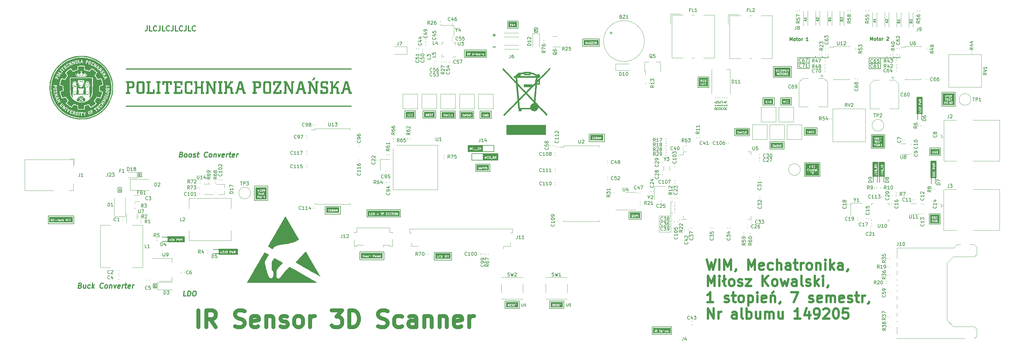
<source format=gbr>
%TF.GenerationSoftware,KiCad,Pcbnew,7.0.2*%
%TF.CreationDate,2023-10-13T18:39:37+02:00*%
%TF.ProjectId,3D Scanner with IR sensor Central Unit,33442053-6361-46e6-9e65-722077697468,1.0*%
%TF.SameCoordinates,Original*%
%TF.FileFunction,Legend,Top*%
%TF.FilePolarity,Positive*%
%FSLAX46Y46*%
G04 Gerber Fmt 4.6, Leading zero omitted, Abs format (unit mm)*
G04 Created by KiCad (PCBNEW 7.0.2) date 2023-10-13 18:39:37*
%MOMM*%
%LPD*%
G01*
G04 APERTURE LIST*
%ADD10C,0.150000*%
%ADD11C,0.200000*%
%ADD12C,0.080000*%
%ADD13C,0.300000*%
%ADD14C,0.250000*%
%ADD15C,1.200000*%
%ADD16C,0.700000*%
%ADD17C,0.120000*%
%ADD18C,0.100000*%
%ADD19C,0.010000*%
G04 APERTURE END LIST*
D10*
X321300000Y-231500000D02*
X319700000Y-231500000D01*
X319700000Y-231500000D02*
X319700000Y-235500000D01*
X335100000Y-231900000D02*
X335100000Y-231700000D01*
D11*
X187200000Y-258200000D02*
X192400000Y-258200000D01*
X192400000Y-260500000D01*
X187200000Y-260500000D01*
X187200000Y-258200000D01*
D10*
X321300000Y-235500000D02*
X321300000Y-231500000D01*
X204950000Y-228075000D02*
X204950000Y-228175000D01*
X206150000Y-228875000D02*
X201750000Y-228875000D01*
D12*
X254200000Y-248900000D02*
X257600000Y-248900000D01*
D10*
X331000000Y-212800000D02*
X331000000Y-216800000D01*
D12*
X258200000Y-243100000D02*
X257600000Y-243100000D01*
D10*
X127100000Y-257200000D02*
X123100000Y-257200000D01*
X128600000Y-257200000D02*
X128600000Y-258800000D01*
X128000000Y-257200000D02*
X128600000Y-257200000D01*
X201850000Y-228975000D02*
X206150000Y-228975000D01*
X319200000Y-235800000D02*
X319400000Y-235500000D01*
X204950000Y-228175000D02*
X197250000Y-228175000D01*
X99000000Y-234400000D02*
X100000000Y-234400000D01*
X100000000Y-235700000D01*
X99000000Y-235700000D01*
X99000000Y-234400000D01*
X319400000Y-231300000D02*
X317800000Y-231300000D01*
D11*
X194800000Y-216100000D02*
X199000000Y-216100000D01*
X199000000Y-218300000D01*
X194800000Y-218300000D01*
X194800000Y-216100000D01*
D10*
X319900000Y-237300000D02*
X319900000Y-235500000D01*
D11*
X231400000Y-194550000D02*
X236400000Y-194550000D01*
X236400000Y-196750000D01*
X231400000Y-196750000D01*
X231400000Y-194550000D01*
D10*
X107890000Y-255100000D02*
X111890000Y-255100000D01*
D11*
X297400000Y-221100000D02*
X301200000Y-221100000D01*
X301200000Y-223300000D01*
X297400000Y-223300000D01*
X297400000Y-221100000D01*
D10*
X123100000Y-258800000D02*
X127100000Y-258800000D01*
X198350000Y-230675000D02*
X206150000Y-230675000D01*
X206150000Y-228775000D02*
X198350000Y-228775000D01*
X322062500Y-200275000D02*
X322062500Y-199775000D01*
D11*
X154650000Y-244475000D02*
X159250000Y-244475000D01*
X159250000Y-246775000D01*
X154650000Y-246775000D01*
X154650000Y-244475000D01*
D10*
X107690000Y-254900000D02*
G75*
G03*
X107690000Y-253700000I-600000J600000D01*
G01*
X121300000Y-258600000D02*
X123100000Y-258600000D01*
X112790000Y-253500000D02*
X112790000Y-255100000D01*
X127300000Y-257200000D02*
X128000000Y-257200000D01*
X335300000Y-237700000D02*
X335300000Y-235900000D01*
X319400000Y-235500000D02*
X319400000Y-231300000D01*
X128000000Y-258800000D02*
X127300000Y-258800000D01*
X201750000Y-230675000D02*
X201750000Y-228775000D01*
X112090000Y-253500000D02*
X112790000Y-253500000D01*
X332400000Y-218600000D02*
X332400000Y-216800000D01*
X295462500Y-200175000D02*
X298862500Y-200175000D01*
X298862500Y-203375000D01*
X295462500Y-203375000D01*
X295462500Y-200175000D01*
D11*
X317375000Y-223100000D02*
X321375000Y-223100000D01*
X321375000Y-227200000D01*
X317375000Y-227200000D01*
X317375000Y-223100000D01*
D10*
X128600000Y-258800000D02*
X128000000Y-258800000D01*
D11*
X178400000Y-216000000D02*
X181600000Y-216000000D01*
X181600000Y-218200000D01*
X178400000Y-218200000D01*
X178400000Y-216000000D01*
D10*
X320162500Y-200275000D02*
X324062500Y-200275000D01*
D12*
X254200000Y-247300000D02*
X257600000Y-247300000D01*
X257600000Y-252100000D01*
X254200000Y-252100000D01*
X254200000Y-247300000D01*
D10*
X304562500Y-200175000D02*
X304562500Y-199675000D01*
X112090000Y-255100000D02*
X111890000Y-255100000D01*
X106090000Y-254900000D02*
X107890000Y-254900000D01*
D11*
X183800000Y-216000000D02*
X187600000Y-216000000D01*
X187600000Y-218200000D01*
X183800000Y-218200000D01*
X183800000Y-216000000D01*
D10*
X111890000Y-253500000D02*
X112090000Y-253500000D01*
X336500000Y-236100000D02*
G75*
G03*
X335300000Y-236100000I-600000J-600000D01*
G01*
X298862500Y-200175000D02*
X304562500Y-200175000D01*
X201450000Y-226375000D02*
X197250000Y-226375000D01*
X335100000Y-235900000D02*
X335300000Y-236200000D01*
D11*
X200800000Y-216100000D02*
X204200000Y-216100000D01*
X204200000Y-218300000D01*
X200800000Y-218300000D01*
X200800000Y-216100000D01*
D10*
X198350000Y-228975000D02*
X198350000Y-230675000D01*
D11*
X276700000Y-221200000D02*
X281100000Y-221200000D01*
X281100000Y-223400000D01*
X276700000Y-223400000D01*
X276700000Y-221200000D01*
D10*
X331000000Y-212600000D02*
X331000000Y-211900000D01*
X107590000Y-254900000D02*
X107890000Y-255100000D01*
X332400000Y-217100000D02*
X332600000Y-216800000D01*
X93000000Y-238950000D02*
X94100000Y-238950000D01*
X94100000Y-240250000D01*
X93000000Y-240250000D01*
X93000000Y-238950000D01*
D11*
X287200000Y-225200000D02*
X291400000Y-225200000D01*
X291400000Y-227400000D01*
X287200000Y-227400000D01*
X287200000Y-225200000D01*
D10*
X197250000Y-228075000D02*
X201550000Y-228075000D01*
X336700000Y-231000000D02*
X336700000Y-231700000D01*
X122800000Y-258600000D02*
X123100000Y-258800000D01*
X198350000Y-228775000D02*
X198350000Y-228875000D01*
X325862500Y-200150000D02*
X325862500Y-199775000D01*
D11*
X334800000Y-227100000D02*
X338000000Y-227100000D01*
X338000000Y-229300000D01*
X334800000Y-229300000D01*
X334800000Y-227100000D01*
D10*
X197350000Y-227975000D02*
X201450000Y-227975000D01*
D11*
X252100000Y-280400000D02*
X257900000Y-280400000D01*
X257900000Y-282600000D01*
X252100000Y-282600000D01*
X252100000Y-280400000D01*
X72200000Y-247350000D02*
X79800000Y-247350000D01*
X79800000Y-249650000D01*
X72200000Y-249650000D01*
X72200000Y-247350000D01*
X290400000Y-212100000D02*
X293600000Y-212100000D01*
X293600000Y-214300000D01*
X290400000Y-214300000D01*
X290400000Y-212100000D01*
D10*
X321300000Y-231300000D02*
X321300000Y-231500000D01*
D11*
X199550000Y-231875000D02*
X203750000Y-231875000D01*
X203750000Y-234075000D01*
X199550000Y-234075000D01*
X199550000Y-231875000D01*
D10*
X206150000Y-228775000D02*
X206150000Y-228875000D01*
X336700000Y-231700000D02*
X336700000Y-231900000D01*
X332600000Y-211900000D02*
X332600000Y-212600000D01*
X298862500Y-201725000D02*
X295462500Y-201725000D01*
X204950000Y-226275000D02*
X204950000Y-228075000D01*
X318000000Y-237300000D02*
X318000000Y-235600000D01*
D12*
X254200000Y-250400000D02*
X257600000Y-250400000D01*
D10*
X201750000Y-230575000D02*
X206050000Y-230575000D01*
X324062500Y-200275000D02*
X324062500Y-199775000D01*
X316762500Y-200275000D02*
X320162500Y-200275000D01*
X320162500Y-203475000D01*
X316762500Y-203475000D01*
X316762500Y-200275000D01*
X336500000Y-237700000D02*
X336500000Y-235900000D01*
D12*
X257600000Y-246500000D02*
X257600000Y-247300000D01*
D10*
X335100000Y-231700000D02*
X335100000Y-231000000D01*
X201750000Y-228875000D02*
X201750000Y-230575000D01*
X201550000Y-228075000D02*
X201550000Y-228175000D01*
D11*
X245200000Y-246100000D02*
X248800000Y-246100000D01*
X248800000Y-248300000D01*
X245200000Y-248300000D01*
X245200000Y-246100000D01*
D10*
X331000000Y-211900000D02*
X332600000Y-211900000D01*
X319700000Y-231500000D02*
X319700000Y-231300000D01*
D11*
X208300000Y-272700000D02*
X212500000Y-272700000D01*
X212500000Y-274900000D01*
X208300000Y-274900000D01*
X208300000Y-272700000D01*
D10*
X201550000Y-228075000D02*
X201550000Y-226275000D01*
X300762500Y-200175000D02*
X300762500Y-199675000D01*
X320162500Y-201825000D02*
X316762500Y-201825000D01*
D11*
X285100000Y-212100000D02*
X288500000Y-212100000D01*
X288500000Y-214300000D01*
X285100000Y-214300000D01*
X285100000Y-212100000D01*
D10*
X321100000Y-235800000D02*
X321300000Y-235500000D01*
X112790000Y-255100000D02*
X112090000Y-255100000D01*
X106090000Y-253700000D02*
X107890000Y-253700000D01*
X336700000Y-235900000D02*
X336700000Y-231900000D01*
X321100000Y-237300000D02*
X321100000Y-235500000D01*
X122900000Y-258600000D02*
G75*
G03*
X122900000Y-257400000I-600000J600000D01*
G01*
X325862500Y-200150000D02*
X324100000Y-200150000D01*
X121300000Y-257400000D02*
X123100000Y-257400000D01*
X331200000Y-218600000D02*
X331200000Y-216800000D01*
X201750000Y-230575000D02*
X201750000Y-230675000D01*
X317800000Y-231300000D02*
X317800000Y-235500000D01*
X336500000Y-236200000D02*
X336700000Y-235900000D01*
X201750000Y-228775000D02*
X201850000Y-228975000D01*
X302762500Y-200175000D02*
X302762500Y-199675000D01*
X319700000Y-231300000D02*
X321300000Y-231300000D01*
D11*
X233300000Y-222900000D02*
X237900000Y-222900000D01*
X237900000Y-225200000D01*
X233300000Y-225200000D01*
X233300000Y-222900000D01*
X338410000Y-210510000D02*
X342410000Y-210510000D01*
X342410000Y-214610000D01*
X338410000Y-214610000D01*
X338410000Y-210510000D01*
X334700000Y-246700000D02*
X337900000Y-246700000D01*
X337900000Y-249800000D01*
X334700000Y-249800000D01*
X334700000Y-246700000D01*
D10*
X332400000Y-217000000D02*
G75*
G03*
X331200000Y-217000000I-600000J-600000D01*
G01*
X317800000Y-235500000D02*
X318000000Y-235800000D01*
D12*
X258100000Y-246500000D02*
X258200000Y-246500000D01*
D11*
X209000000Y-189200000D02*
X212200000Y-189200000D01*
X212200000Y-191400000D01*
X209000000Y-191400000D01*
X209000000Y-189200000D01*
X189100000Y-216100000D02*
X193500000Y-216100000D01*
X193500000Y-218300000D01*
X189100000Y-218300000D01*
X189100000Y-216100000D01*
D10*
X331000000Y-212800000D02*
X331000000Y-212600000D01*
X335100000Y-231900000D02*
X335100000Y-235900000D01*
X127100000Y-257200000D02*
X127300000Y-257200000D01*
X103500000Y-267550000D02*
X104500000Y-267550000D01*
X104500000Y-268850000D01*
X103500000Y-268850000D01*
X103500000Y-267550000D01*
D11*
X288200000Y-202800000D02*
X293600000Y-202800000D01*
X293600000Y-206000000D01*
X288200000Y-206000000D01*
X288200000Y-202800000D01*
X196200000Y-197900000D02*
X202800000Y-197900000D01*
X202800000Y-200100000D01*
X196200000Y-200100000D01*
X196200000Y-197900000D01*
D10*
X111890000Y-253500000D02*
X107890000Y-253500000D01*
D12*
X257600000Y-246500000D02*
X258100000Y-246500000D01*
D10*
X206150000Y-230675000D02*
X206150000Y-228875000D01*
D11*
X297500000Y-231450000D02*
X302100000Y-231450000D01*
X302100000Y-235550000D01*
X297500000Y-235550000D01*
X297500000Y-231450000D01*
D10*
X201950000Y-226275000D02*
X204950000Y-226275000D01*
D11*
X167150000Y-245475000D02*
X177150000Y-245475000D01*
X177150000Y-247675000D01*
X167150000Y-247675000D01*
X167150000Y-245475000D01*
X133600000Y-238450000D02*
X137600000Y-238450000D01*
X137600000Y-242750000D01*
X133600000Y-242750000D01*
X133600000Y-238450000D01*
D10*
X332600000Y-212600000D02*
X332600000Y-212800000D01*
D11*
X265800000Y-205900000D02*
X269000000Y-205900000D01*
X269000000Y-209000000D01*
X265800000Y-209000000D01*
X265800000Y-205900000D01*
X165000000Y-258100000D02*
X172200000Y-258100000D01*
X172200000Y-260400000D01*
X165000000Y-260400000D01*
X165000000Y-258100000D01*
D12*
X257600000Y-243100000D02*
X257600000Y-246500000D01*
D10*
X319700000Y-231400000D02*
X321300000Y-231400000D01*
X123100000Y-257200000D02*
X122800000Y-257400000D01*
X127300000Y-258800000D02*
X127100000Y-258800000D01*
X198350000Y-228875000D02*
X198350000Y-228975000D01*
X197250000Y-228175000D02*
X197250000Y-226275000D01*
D11*
X221600000Y-272700000D02*
X225800000Y-272700000D01*
X225800000Y-274900000D01*
X221600000Y-274900000D01*
X221600000Y-272700000D01*
D10*
X335100000Y-231000000D02*
X336700000Y-231000000D01*
X197250000Y-226275000D02*
X201950000Y-226275000D01*
X319700000Y-235500000D02*
X319900000Y-235800000D01*
X332600000Y-216800000D02*
X332600000Y-212800000D01*
X331000000Y-216800000D02*
X331200000Y-217100000D01*
X217000000Y-191300000D02*
X218000000Y-191300000D01*
X218000000Y-192600000D01*
X217000000Y-192600000D01*
X217000000Y-191300000D01*
X319200000Y-237300000D02*
X319200000Y-235600000D01*
X107890000Y-253500000D02*
X107590000Y-253700000D01*
D13*
X111873215Y-229030714D02*
X112078572Y-229102142D01*
X112078572Y-229102142D02*
X112141072Y-229173571D01*
X112141072Y-229173571D02*
X112194644Y-229316428D01*
X112194644Y-229316428D02*
X112167858Y-229530714D01*
X112167858Y-229530714D02*
X112078572Y-229673571D01*
X112078572Y-229673571D02*
X111998215Y-229745000D01*
X111998215Y-229745000D02*
X111846429Y-229816428D01*
X111846429Y-229816428D02*
X111275001Y-229816428D01*
X111275001Y-229816428D02*
X111462501Y-228316428D01*
X111462501Y-228316428D02*
X111962501Y-228316428D01*
X111962501Y-228316428D02*
X112096429Y-228387857D01*
X112096429Y-228387857D02*
X112158929Y-228459285D01*
X112158929Y-228459285D02*
X112212501Y-228602142D01*
X112212501Y-228602142D02*
X112194644Y-228745000D01*
X112194644Y-228745000D02*
X112105358Y-228887857D01*
X112105358Y-228887857D02*
X112025001Y-228959285D01*
X112025001Y-228959285D02*
X111873215Y-229030714D01*
X111873215Y-229030714D02*
X111373215Y-229030714D01*
X112980358Y-229816428D02*
X112846429Y-229745000D01*
X112846429Y-229745000D02*
X112783929Y-229673571D01*
X112783929Y-229673571D02*
X112730358Y-229530714D01*
X112730358Y-229530714D02*
X112783929Y-229102142D01*
X112783929Y-229102142D02*
X112873215Y-228959285D01*
X112873215Y-228959285D02*
X112953572Y-228887857D01*
X112953572Y-228887857D02*
X113105358Y-228816428D01*
X113105358Y-228816428D02*
X113319643Y-228816428D01*
X113319643Y-228816428D02*
X113453572Y-228887857D01*
X113453572Y-228887857D02*
X113516072Y-228959285D01*
X113516072Y-228959285D02*
X113569643Y-229102142D01*
X113569643Y-229102142D02*
X113516072Y-229530714D01*
X113516072Y-229530714D02*
X113426786Y-229673571D01*
X113426786Y-229673571D02*
X113346429Y-229745000D01*
X113346429Y-229745000D02*
X113194643Y-229816428D01*
X113194643Y-229816428D02*
X112980358Y-229816428D01*
X114328572Y-229816428D02*
X114194643Y-229745000D01*
X114194643Y-229745000D02*
X114132143Y-229673571D01*
X114132143Y-229673571D02*
X114078572Y-229530714D01*
X114078572Y-229530714D02*
X114132143Y-229102142D01*
X114132143Y-229102142D02*
X114221429Y-228959285D01*
X114221429Y-228959285D02*
X114301786Y-228887857D01*
X114301786Y-228887857D02*
X114453572Y-228816428D01*
X114453572Y-228816428D02*
X114667857Y-228816428D01*
X114667857Y-228816428D02*
X114801786Y-228887857D01*
X114801786Y-228887857D02*
X114864286Y-228959285D01*
X114864286Y-228959285D02*
X114917857Y-229102142D01*
X114917857Y-229102142D02*
X114864286Y-229530714D01*
X114864286Y-229530714D02*
X114775000Y-229673571D01*
X114775000Y-229673571D02*
X114694643Y-229745000D01*
X114694643Y-229745000D02*
X114542857Y-229816428D01*
X114542857Y-229816428D02*
X114328572Y-229816428D01*
X115400000Y-229745000D02*
X115533928Y-229816428D01*
X115533928Y-229816428D02*
X115819643Y-229816428D01*
X115819643Y-229816428D02*
X115971428Y-229745000D01*
X115971428Y-229745000D02*
X116060714Y-229602142D01*
X116060714Y-229602142D02*
X116069643Y-229530714D01*
X116069643Y-229530714D02*
X116016071Y-229387857D01*
X116016071Y-229387857D02*
X115882143Y-229316428D01*
X115882143Y-229316428D02*
X115667857Y-229316428D01*
X115667857Y-229316428D02*
X115533928Y-229245000D01*
X115533928Y-229245000D02*
X115480357Y-229102142D01*
X115480357Y-229102142D02*
X115489286Y-229030714D01*
X115489286Y-229030714D02*
X115578571Y-228887857D01*
X115578571Y-228887857D02*
X115730357Y-228816428D01*
X115730357Y-228816428D02*
X115944643Y-228816428D01*
X115944643Y-228816428D02*
X116078571Y-228887857D01*
X116578571Y-228816428D02*
X117150000Y-228816428D01*
X116855357Y-228316428D02*
X116694643Y-229602142D01*
X116694643Y-229602142D02*
X116748214Y-229745000D01*
X116748214Y-229745000D02*
X116882143Y-229816428D01*
X116882143Y-229816428D02*
X117025000Y-229816428D01*
X119533928Y-229673571D02*
X119453571Y-229745000D01*
X119453571Y-229745000D02*
X119230356Y-229816428D01*
X119230356Y-229816428D02*
X119087499Y-229816428D01*
X119087499Y-229816428D02*
X118882142Y-229745000D01*
X118882142Y-229745000D02*
X118757142Y-229602142D01*
X118757142Y-229602142D02*
X118703571Y-229459285D01*
X118703571Y-229459285D02*
X118667856Y-229173571D01*
X118667856Y-229173571D02*
X118694642Y-228959285D01*
X118694642Y-228959285D02*
X118801785Y-228673571D01*
X118801785Y-228673571D02*
X118891071Y-228530714D01*
X118891071Y-228530714D02*
X119051785Y-228387857D01*
X119051785Y-228387857D02*
X119274999Y-228316428D01*
X119274999Y-228316428D02*
X119417856Y-228316428D01*
X119417856Y-228316428D02*
X119623214Y-228387857D01*
X119623214Y-228387857D02*
X119685714Y-228459285D01*
X120364285Y-229816428D02*
X120230356Y-229745000D01*
X120230356Y-229745000D02*
X120167856Y-229673571D01*
X120167856Y-229673571D02*
X120114285Y-229530714D01*
X120114285Y-229530714D02*
X120167856Y-229102142D01*
X120167856Y-229102142D02*
X120257142Y-228959285D01*
X120257142Y-228959285D02*
X120337499Y-228887857D01*
X120337499Y-228887857D02*
X120489285Y-228816428D01*
X120489285Y-228816428D02*
X120703570Y-228816428D01*
X120703570Y-228816428D02*
X120837499Y-228887857D01*
X120837499Y-228887857D02*
X120899999Y-228959285D01*
X120899999Y-228959285D02*
X120953570Y-229102142D01*
X120953570Y-229102142D02*
X120899999Y-229530714D01*
X120899999Y-229530714D02*
X120810713Y-229673571D01*
X120810713Y-229673571D02*
X120730356Y-229745000D01*
X120730356Y-229745000D02*
X120578570Y-229816428D01*
X120578570Y-229816428D02*
X120364285Y-229816428D01*
X121623213Y-228816428D02*
X121498213Y-229816428D01*
X121605356Y-228959285D02*
X121685713Y-228887857D01*
X121685713Y-228887857D02*
X121837499Y-228816428D01*
X121837499Y-228816428D02*
X122051784Y-228816428D01*
X122051784Y-228816428D02*
X122185713Y-228887857D01*
X122185713Y-228887857D02*
X122239284Y-229030714D01*
X122239284Y-229030714D02*
X122141070Y-229816428D01*
X122828570Y-228816428D02*
X123060713Y-229816428D01*
X123060713Y-229816428D02*
X123542855Y-228816428D01*
X124560713Y-229745000D02*
X124408927Y-229816428D01*
X124408927Y-229816428D02*
X124123213Y-229816428D01*
X124123213Y-229816428D02*
X123989284Y-229745000D01*
X123989284Y-229745000D02*
X123935713Y-229602142D01*
X123935713Y-229602142D02*
X124007142Y-229030714D01*
X124007142Y-229030714D02*
X124096427Y-228887857D01*
X124096427Y-228887857D02*
X124248213Y-228816428D01*
X124248213Y-228816428D02*
X124533927Y-228816428D01*
X124533927Y-228816428D02*
X124667856Y-228887857D01*
X124667856Y-228887857D02*
X124721427Y-229030714D01*
X124721427Y-229030714D02*
X124703570Y-229173571D01*
X124703570Y-229173571D02*
X123971427Y-229316428D01*
X125257142Y-229816428D02*
X125382142Y-228816428D01*
X125346428Y-229102142D02*
X125435713Y-228959285D01*
X125435713Y-228959285D02*
X125516070Y-228887857D01*
X125516070Y-228887857D02*
X125667856Y-228816428D01*
X125667856Y-228816428D02*
X125810713Y-228816428D01*
X126087499Y-228816428D02*
X126658928Y-228816428D01*
X126364285Y-228316428D02*
X126203571Y-229602142D01*
X126203571Y-229602142D02*
X126257142Y-229745000D01*
X126257142Y-229745000D02*
X126391071Y-229816428D01*
X126391071Y-229816428D02*
X126533928Y-229816428D01*
X127605356Y-229745000D02*
X127453570Y-229816428D01*
X127453570Y-229816428D02*
X127167856Y-229816428D01*
X127167856Y-229816428D02*
X127033927Y-229745000D01*
X127033927Y-229745000D02*
X126980356Y-229602142D01*
X126980356Y-229602142D02*
X127051785Y-229030714D01*
X127051785Y-229030714D02*
X127141070Y-228887857D01*
X127141070Y-228887857D02*
X127292856Y-228816428D01*
X127292856Y-228816428D02*
X127578570Y-228816428D01*
X127578570Y-228816428D02*
X127712499Y-228887857D01*
X127712499Y-228887857D02*
X127766070Y-229030714D01*
X127766070Y-229030714D02*
X127748213Y-229173571D01*
X127748213Y-229173571D02*
X127016070Y-229316428D01*
X128301785Y-229816428D02*
X128426785Y-228816428D01*
X128391071Y-229102142D02*
X128480356Y-228959285D01*
X128480356Y-228959285D02*
X128560713Y-228887857D01*
X128560713Y-228887857D02*
X128712499Y-228816428D01*
X128712499Y-228816428D02*
X128855356Y-228816428D01*
D10*
G36*
X203145200Y-217120694D02*
G01*
X203181217Y-217156711D01*
X203200663Y-217195604D01*
X203225000Y-217292948D01*
X203225000Y-217360192D01*
X203200663Y-217457537D01*
X203181217Y-217496430D01*
X203145200Y-217532447D01*
X203087829Y-217551571D01*
X203032143Y-217551571D01*
X203032143Y-217101571D01*
X203087830Y-217101571D01*
X203145200Y-217120694D01*
G37*
G36*
X203852500Y-218010714D02*
G01*
X201147501Y-218010714D01*
X201147501Y-217366254D01*
X201621898Y-217366254D01*
X201625000Y-217378661D01*
X201625000Y-217380210D01*
X201627604Y-217389081D01*
X201652571Y-217488944D01*
X201651641Y-217497557D01*
X201657807Y-217509890D01*
X201658426Y-217512364D01*
X201662609Y-217519494D01*
X201685855Y-217565986D01*
X201688538Y-217578318D01*
X201703157Y-217592937D01*
X201717227Y-217608063D01*
X201718645Y-217608425D01*
X201758399Y-217648179D01*
X201769677Y-217662187D01*
X201784220Y-217667034D01*
X201797671Y-217674379D01*
X201804736Y-217673873D01*
X201867362Y-217694748D01*
X201877978Y-217701571D01*
X201898658Y-217701571D01*
X201919297Y-217702317D01*
X201920556Y-217701571D01*
X201947740Y-217701571D01*
X201959968Y-217704686D01*
X201979581Y-217698148D01*
X201999403Y-217692328D01*
X202000361Y-217691221D01*
X202062743Y-217670427D01*
X202080318Y-217666605D01*
X202091158Y-217655764D01*
X202103742Y-217647019D01*
X202106449Y-217640473D01*
X202114894Y-217632028D01*
X202122617Y-217628502D01*
X202130163Y-217616759D01*
X202132086Y-217614837D01*
X202135968Y-217607726D01*
X202146429Y-217591450D01*
X202146429Y-217588570D01*
X202147809Y-217586043D01*
X202146428Y-217566754D01*
X202146429Y-217374787D01*
X202148799Y-217358304D01*
X202141879Y-217343151D01*
X202137186Y-217327168D01*
X202132873Y-217323431D01*
X202130503Y-217318240D01*
X202116486Y-217309232D01*
X202103900Y-217298326D01*
X202098253Y-217297514D01*
X202093451Y-217294428D01*
X202076789Y-217294428D01*
X202060305Y-217292058D01*
X202055115Y-217294428D01*
X201946361Y-217294428D01*
X201914883Y-217303671D01*
X201886041Y-217336957D01*
X201879773Y-217380552D01*
X201898069Y-217420616D01*
X201935121Y-217444428D01*
X201996429Y-217444428D01*
X201996429Y-217534418D01*
X201944972Y-217551571D01*
X201912171Y-217551571D01*
X201854799Y-217532447D01*
X201818782Y-217496429D01*
X201799336Y-217457539D01*
X201775000Y-217360192D01*
X201775000Y-217292946D01*
X201799336Y-217195603D01*
X201818781Y-217156712D01*
X201854799Y-217120694D01*
X201912171Y-217101571D01*
X201968009Y-217101571D01*
X202018960Y-217127046D01*
X202051248Y-217132856D01*
X202091931Y-217115983D01*
X202117034Y-217079793D01*
X202118274Y-217044661D01*
X202252528Y-217044661D01*
X202253571Y-217046488D01*
X202253572Y-217637353D01*
X202262815Y-217668831D01*
X202296101Y-217697673D01*
X202339696Y-217703941D01*
X202379760Y-217685645D01*
X202403572Y-217648593D01*
X202403572Y-217308988D01*
X202601947Y-217656145D01*
X202605672Y-217668831D01*
X202620835Y-217681970D01*
X202635303Y-217695888D01*
X202637368Y-217696295D01*
X202638958Y-217697673D01*
X202658818Y-217700528D01*
X202678513Y-217704415D01*
X202680470Y-217703641D01*
X202682553Y-217703941D01*
X202700808Y-217695604D01*
X202719474Y-217688228D01*
X202720702Y-217686519D01*
X202722617Y-217685645D01*
X202733464Y-217668765D01*
X202745182Y-217652466D01*
X202745291Y-217650362D01*
X202746429Y-217648593D01*
X202746429Y-217637695D01*
X202879773Y-217637695D01*
X202886692Y-217652847D01*
X202891386Y-217668831D01*
X202895698Y-217672567D01*
X202898069Y-217677759D01*
X202912085Y-217686766D01*
X202924672Y-217697673D01*
X202930318Y-217698484D01*
X202935121Y-217701571D01*
X202951783Y-217701571D01*
X202968267Y-217703941D01*
X202973457Y-217701571D01*
X203090597Y-217701571D01*
X203102825Y-217704686D01*
X203122438Y-217698148D01*
X203142260Y-217692328D01*
X203143218Y-217691221D01*
X203205600Y-217670427D01*
X203223175Y-217666605D01*
X203234015Y-217655764D01*
X203246599Y-217647019D01*
X203249306Y-217640473D01*
X203289240Y-217600539D01*
X203300091Y-217594095D01*
X203309342Y-217575592D01*
X203319236Y-217557472D01*
X203319131Y-217556012D01*
X203332535Y-217529203D01*
X203338847Y-217523269D01*
X203342191Y-217509890D01*
X203343332Y-217507610D01*
X203344796Y-217499473D01*
X203369767Y-217399591D01*
X203375000Y-217391450D01*
X203375000Y-217378662D01*
X203375376Y-217377159D01*
X203375000Y-217367912D01*
X203375000Y-217296056D01*
X203378102Y-217286888D01*
X203375000Y-217274480D01*
X203375000Y-217272932D01*
X203372395Y-217264061D01*
X203347429Y-217164197D01*
X203348359Y-217155585D01*
X203342193Y-217143253D01*
X203341574Y-217140777D01*
X203337386Y-217133639D01*
X203314144Y-217087156D01*
X203311462Y-217074824D01*
X203296834Y-217060196D01*
X203282773Y-217045079D01*
X203281354Y-217044716D01*
X203241600Y-217004962D01*
X203230322Y-216990954D01*
X203215779Y-216986106D01*
X203202329Y-216978762D01*
X203195262Y-216979267D01*
X203132637Y-216958392D01*
X203122022Y-216951571D01*
X203101342Y-216951571D01*
X203080703Y-216950825D01*
X203079444Y-216951571D01*
X202962503Y-216951571D01*
X202946019Y-216949201D01*
X202930866Y-216956120D01*
X202914883Y-216960814D01*
X202911146Y-216965126D01*
X202905955Y-216967497D01*
X202896947Y-216981513D01*
X202886041Y-216994100D01*
X202885229Y-216999746D01*
X202882143Y-217004549D01*
X202882143Y-217021211D01*
X202879773Y-217037695D01*
X202882143Y-217042884D01*
X202882143Y-217621211D01*
X202879773Y-217637695D01*
X202746429Y-217637695D01*
X202746429Y-217628524D01*
X202747473Y-217608481D01*
X202746429Y-217606653D01*
X202746429Y-217015789D01*
X202737186Y-216984311D01*
X202703900Y-216955469D01*
X202660305Y-216949201D01*
X202620241Y-216967497D01*
X202596429Y-217004549D01*
X202596429Y-217344153D01*
X202398053Y-216996996D01*
X202394329Y-216984311D01*
X202379165Y-216971171D01*
X202364698Y-216957254D01*
X202362632Y-216956846D01*
X202361043Y-216955469D01*
X202341182Y-216952613D01*
X202321488Y-216948727D01*
X202319530Y-216949500D01*
X202317448Y-216949201D01*
X202299192Y-216957537D01*
X202280527Y-216964914D01*
X202279298Y-216966622D01*
X202277384Y-216967497D01*
X202266533Y-216984381D01*
X202254819Y-217000677D01*
X202254709Y-217002779D01*
X202253572Y-217004549D01*
X202253572Y-217024617D01*
X202252528Y-217044661D01*
X202118274Y-217044661D01*
X202118587Y-217035777D01*
X202096095Y-216997909D01*
X202022867Y-216961294D01*
X202007737Y-216951571D01*
X201992407Y-216951571D01*
X201977324Y-216948857D01*
X201970780Y-216951571D01*
X201909402Y-216951571D01*
X201897175Y-216948456D01*
X201877559Y-216954994D01*
X201857740Y-216960814D01*
X201856781Y-216961920D01*
X201794396Y-216982714D01*
X201776825Y-216986537D01*
X201765985Y-216997376D01*
X201753401Y-217006123D01*
X201750693Y-217012668D01*
X201710760Y-217052601D01*
X201699909Y-217059047D01*
X201690660Y-217077544D01*
X201680763Y-217095670D01*
X201680867Y-217097130D01*
X201667464Y-217123938D01*
X201661152Y-217129873D01*
X201657806Y-217143252D01*
X201656668Y-217145531D01*
X201655205Y-217153658D01*
X201630232Y-217253550D01*
X201625000Y-217261692D01*
X201625000Y-217274480D01*
X201624624Y-217275984D01*
X201625000Y-217285230D01*
X201625000Y-217357085D01*
X201621898Y-217366254D01*
X201147501Y-217366254D01*
X201147501Y-216414286D01*
X203852500Y-216414286D01*
X203852500Y-218010714D01*
G37*
G36*
X320510715Y-233733067D02*
G01*
X320522074Y-233744426D01*
X320536642Y-233773563D01*
X320536539Y-233776439D01*
X320537285Y-233777697D01*
X320537285Y-233882142D01*
X320401571Y-233882142D01*
X320401571Y-233774847D01*
X320416781Y-233744426D01*
X320428140Y-233733067D01*
X320458562Y-233717857D01*
X320480294Y-233717857D01*
X320510715Y-233733067D01*
G37*
G36*
X320825002Y-233704496D02*
G01*
X320836360Y-233715855D01*
X320851571Y-233746275D01*
X320851571Y-233882142D01*
X320687285Y-233882142D01*
X320687285Y-233769313D01*
X320706409Y-233711941D01*
X320713856Y-233704495D01*
X320744276Y-233689285D01*
X320794580Y-233689285D01*
X320825002Y-233704496D01*
G37*
G36*
X321310714Y-235610714D02*
G01*
X319714286Y-235610714D01*
X319714286Y-235168266D01*
X320249201Y-235168266D01*
X320267497Y-235208330D01*
X320304549Y-235232142D01*
X320808248Y-235232142D01*
X320826128Y-235234073D01*
X320839840Y-235227216D01*
X320854545Y-235222899D01*
X320859184Y-235217545D01*
X320894556Y-235199859D01*
X320906888Y-235197177D01*
X320921512Y-235182553D01*
X320936634Y-235168487D01*
X320936996Y-235167068D01*
X320944382Y-235159682D01*
X320955234Y-235153238D01*
X320964486Y-235134733D01*
X320974379Y-235116616D01*
X320974274Y-235115155D01*
X320991846Y-235080010D01*
X321001571Y-235064879D01*
X321001571Y-235049547D01*
X321004285Y-235034465D01*
X321001571Y-235027921D01*
X321001571Y-234932612D01*
X321003502Y-234914728D01*
X320996645Y-234901015D01*
X320992328Y-234886311D01*
X320986973Y-234881671D01*
X320969286Y-234846297D01*
X320966604Y-234833966D01*
X320951981Y-234819343D01*
X320937916Y-234804222D01*
X320936496Y-234803859D01*
X320929108Y-234796471D01*
X320922666Y-234785624D01*
X320904180Y-234776381D01*
X320886042Y-234766477D01*
X320884582Y-234766581D01*
X320849435Y-234749007D01*
X320834307Y-234739285D01*
X320818977Y-234739285D01*
X320803894Y-234736571D01*
X320797350Y-234739285D01*
X320315789Y-234739285D01*
X320284311Y-234748528D01*
X320255469Y-234781814D01*
X320249201Y-234825409D01*
X320267497Y-234865473D01*
X320304549Y-234889285D01*
X320794580Y-234889285D01*
X320825002Y-234904496D01*
X320836360Y-234915855D01*
X320851571Y-234946275D01*
X320851571Y-235025151D01*
X320836360Y-235055573D01*
X320825002Y-235066931D01*
X320794581Y-235082142D01*
X320315789Y-235082142D01*
X320284311Y-235091385D01*
X320255469Y-235124671D01*
X320249201Y-235168266D01*
X319714286Y-235168266D01*
X319714286Y-234456700D01*
X320249640Y-234456700D01*
X320256496Y-234470412D01*
X320260814Y-234485117D01*
X320266167Y-234489756D01*
X320283855Y-234525131D01*
X320286538Y-234537462D01*
X320301152Y-234552076D01*
X320315226Y-234567206D01*
X320316645Y-234567568D01*
X320324033Y-234574956D01*
X320330476Y-234585804D01*
X320348961Y-234595046D01*
X320367100Y-234604951D01*
X320368559Y-234604846D01*
X320403706Y-234622420D01*
X320418835Y-234632143D01*
X320434164Y-234632143D01*
X320449247Y-234634857D01*
X320455791Y-234632143D01*
X320493966Y-234632143D01*
X320511845Y-234634073D01*
X320525554Y-234627217D01*
X320540260Y-234622900D01*
X320544899Y-234617545D01*
X320580271Y-234599858D01*
X320592602Y-234597177D01*
X320607231Y-234582547D01*
X320622348Y-234568486D01*
X320622710Y-234567069D01*
X320630096Y-234559682D01*
X320640948Y-234553238D01*
X320650200Y-234534733D01*
X320660093Y-234516616D01*
X320659988Y-234515155D01*
X320673392Y-234488346D01*
X320679704Y-234482412D01*
X320683048Y-234469033D01*
X320684189Y-234466753D01*
X320685653Y-234458616D01*
X320711621Y-234354748D01*
X320731067Y-234315855D01*
X320742426Y-234304496D01*
X320772847Y-234289286D01*
X320794580Y-234289286D01*
X320825000Y-234304495D01*
X320836360Y-234315855D01*
X320851571Y-234346276D01*
X320851571Y-234459257D01*
X320823439Y-234543655D01*
X320822254Y-234576440D01*
X320844711Y-234614328D01*
X320884087Y-234634060D01*
X320927881Y-234629372D01*
X320962187Y-234601752D01*
X320994748Y-234504066D01*
X321001571Y-234493451D01*
X321001571Y-234472771D01*
X321002317Y-234452132D01*
X321001571Y-234450873D01*
X321001571Y-234332611D01*
X321003502Y-234314727D01*
X320996645Y-234301013D01*
X320992328Y-234286311D01*
X320986974Y-234281672D01*
X320969287Y-234246298D01*
X320966605Y-234233968D01*
X320951985Y-234219348D01*
X320937916Y-234204223D01*
X320936497Y-234203860D01*
X320929111Y-234196474D01*
X320922666Y-234185623D01*
X320904168Y-234176374D01*
X320886043Y-234166477D01*
X320884582Y-234166581D01*
X320849435Y-234149008D01*
X320834307Y-234139286D01*
X320818976Y-234139286D01*
X320803893Y-234136572D01*
X320797350Y-234139286D01*
X320759183Y-234139286D01*
X320741298Y-234137355D01*
X320727584Y-234144211D01*
X320712882Y-234148529D01*
X320708243Y-234153882D01*
X320672869Y-234171569D01*
X320660539Y-234174252D01*
X320645919Y-234188871D01*
X320630794Y-234202941D01*
X320630431Y-234204359D01*
X320623043Y-234211747D01*
X320612195Y-234218191D01*
X320602953Y-234236673D01*
X320593048Y-234254814D01*
X320593152Y-234256275D01*
X320579749Y-234283080D01*
X320573437Y-234289016D01*
X320570091Y-234302396D01*
X320568953Y-234304674D01*
X320567490Y-234312802D01*
X320541520Y-234416680D01*
X320522074Y-234455573D01*
X320510715Y-234466931D01*
X320480294Y-234482143D01*
X320458562Y-234482143D01*
X320428139Y-234466931D01*
X320416780Y-234455572D01*
X320401571Y-234425152D01*
X320401571Y-234312169D01*
X320429703Y-234227774D01*
X320430888Y-234194989D01*
X320408431Y-234157101D01*
X320369055Y-234137369D01*
X320325261Y-234142057D01*
X320290954Y-234169678D01*
X320258392Y-234267362D01*
X320251571Y-234277978D01*
X320251571Y-234298657D01*
X320250825Y-234319297D01*
X320251571Y-234320555D01*
X320251571Y-234438819D01*
X320249640Y-234456700D01*
X319714286Y-234456700D01*
X319714286Y-233765533D01*
X320248857Y-233765533D01*
X320251571Y-233772076D01*
X320251571Y-233951782D01*
X320249201Y-233968266D01*
X320256120Y-233983418D01*
X320260814Y-233999402D01*
X320265126Y-234003138D01*
X320267497Y-234008330D01*
X320281513Y-234017337D01*
X320294100Y-234028244D01*
X320299746Y-234029055D01*
X320304549Y-234032142D01*
X320321211Y-234032142D01*
X320337695Y-234034512D01*
X320342885Y-234032142D01*
X320606925Y-234032142D01*
X320623409Y-234034512D01*
X320628599Y-234032142D01*
X320921211Y-234032142D01*
X320937695Y-234034512D01*
X320952847Y-234027592D01*
X320968831Y-234022899D01*
X320972567Y-234018586D01*
X320977759Y-234016216D01*
X320986766Y-234002199D01*
X320997673Y-233989613D01*
X320998484Y-233983966D01*
X321001571Y-233979164D01*
X321001571Y-233962501D01*
X321003941Y-233946018D01*
X321001571Y-233940828D01*
X321001571Y-233732612D01*
X321003502Y-233714728D01*
X320996645Y-233701015D01*
X320992328Y-233686311D01*
X320986973Y-233681671D01*
X320969286Y-233646297D01*
X320966604Y-233633966D01*
X320951981Y-233619343D01*
X320937916Y-233604222D01*
X320936496Y-233603859D01*
X320929108Y-233596471D01*
X320922666Y-233585624D01*
X320904180Y-233576381D01*
X320886042Y-233566477D01*
X320884582Y-233566581D01*
X320849435Y-233549007D01*
X320834307Y-233539285D01*
X320818977Y-233539285D01*
X320803894Y-233536571D01*
X320797350Y-233539285D01*
X320730605Y-233539285D01*
X320712726Y-233537355D01*
X320699015Y-233544210D01*
X320684311Y-233548528D01*
X320679671Y-233553882D01*
X320644297Y-233571569D01*
X320631967Y-233574252D01*
X320617342Y-233588876D01*
X320602222Y-233602942D01*
X320601859Y-233604359D01*
X320597476Y-233608742D01*
X320589897Y-233604953D01*
X320571757Y-233595048D01*
X320570295Y-233595152D01*
X320535152Y-233577580D01*
X320520022Y-233567857D01*
X320504692Y-233567857D01*
X320489609Y-233565143D01*
X320483065Y-233567857D01*
X320444898Y-233567857D01*
X320427014Y-233565926D01*
X320413301Y-233572782D01*
X320398597Y-233577100D01*
X320393957Y-233582454D01*
X320358585Y-233600140D01*
X320346253Y-233602823D01*
X320331625Y-233617450D01*
X320316508Y-233631512D01*
X320316145Y-233632930D01*
X320308757Y-233640318D01*
X320297909Y-233646762D01*
X320288667Y-233665244D01*
X320278762Y-233683385D01*
X320278866Y-233684846D01*
X320261294Y-233719989D01*
X320251571Y-233735120D01*
X320251571Y-233750450D01*
X320248857Y-233765533D01*
X319714286Y-233765533D01*
X319714286Y-233510782D01*
X320908714Y-233510782D01*
X320917957Y-233542260D01*
X320951243Y-233571102D01*
X320994838Y-233577370D01*
X321034902Y-233559074D01*
X321058714Y-233522022D01*
X321058714Y-233032075D01*
X321049471Y-233000597D01*
X321016185Y-232971755D01*
X320972590Y-232965487D01*
X320932526Y-232983783D01*
X320908714Y-233020835D01*
X320908714Y-233510782D01*
X319714286Y-233510782D01*
X319714286Y-232109822D01*
X320249024Y-232109822D01*
X320266645Y-232150187D01*
X320491362Y-232299998D01*
X320275997Y-232443576D01*
X320254933Y-232468727D01*
X320249399Y-232512422D01*
X320268366Y-232552172D01*
X320300726Y-232572209D01*
X320275383Y-232583783D01*
X320251571Y-232620835D01*
X320251571Y-232808925D01*
X320249201Y-232825409D01*
X320251571Y-232830598D01*
X320251571Y-232996496D01*
X320260814Y-233027974D01*
X320294100Y-233056816D01*
X320337695Y-233063084D01*
X320377759Y-233044788D01*
X320401571Y-233007736D01*
X320401571Y-232889285D01*
X320937353Y-232889285D01*
X320968831Y-232880042D01*
X320997673Y-232846756D01*
X321003941Y-232803161D01*
X320985645Y-232763097D01*
X320948593Y-232739285D01*
X320401571Y-232739285D01*
X320401571Y-232632075D01*
X320392328Y-232600597D01*
X320359042Y-232571755D01*
X320355013Y-232571175D01*
X320626570Y-232390137D01*
X320893939Y-232568383D01*
X320925258Y-232578154D01*
X320967720Y-232566457D01*
X320997117Y-232533660D01*
X321004117Y-232490176D01*
X320986497Y-232449811D01*
X320761778Y-232299998D01*
X320977144Y-232156422D01*
X320998209Y-232131271D01*
X321003743Y-232087576D01*
X320984776Y-232047826D01*
X320947329Y-232024640D01*
X320903292Y-232025380D01*
X320626571Y-232209860D01*
X320359202Y-232031614D01*
X320327884Y-232021844D01*
X320285422Y-232033541D01*
X320256025Y-232066338D01*
X320249024Y-232109822D01*
X319714286Y-232109822D01*
X319714286Y-231448571D01*
X321310714Y-231448571D01*
X321310714Y-235610714D01*
G37*
G36*
X185584142Y-217016780D02*
G01*
X185595503Y-217028141D01*
X185610714Y-217058562D01*
X185610714Y-217108865D01*
X185595502Y-217139287D01*
X185584143Y-217150646D01*
X185553723Y-217165857D01*
X185489586Y-217165857D01*
X185471541Y-217163987D01*
X185467841Y-217165857D01*
X185417857Y-217165857D01*
X185417857Y-217001571D01*
X185553723Y-217001571D01*
X185584142Y-217016780D01*
G37*
G36*
X187266786Y-217910714D02*
G01*
X184133215Y-217910714D01*
X184133215Y-216944661D01*
X184638242Y-216944661D01*
X184639286Y-216946488D01*
X184639286Y-217537353D01*
X184648529Y-217568831D01*
X184681815Y-217597673D01*
X184725410Y-217603941D01*
X184765474Y-217585645D01*
X184789286Y-217548593D01*
X184789285Y-217208988D01*
X184987661Y-217556145D01*
X184991386Y-217568831D01*
X185006549Y-217581970D01*
X185021017Y-217595888D01*
X185023082Y-217596295D01*
X185024672Y-217597673D01*
X185044532Y-217600528D01*
X185064227Y-217604415D01*
X185066184Y-217603641D01*
X185068267Y-217603941D01*
X185086522Y-217595604D01*
X185105188Y-217588228D01*
X185106416Y-217586519D01*
X185108331Y-217585645D01*
X185119178Y-217568765D01*
X185130896Y-217552466D01*
X185131005Y-217550362D01*
X185132143Y-217548593D01*
X185132143Y-217528524D01*
X185133187Y-217508481D01*
X185132143Y-217506653D01*
X185132143Y-217251981D01*
X185265487Y-217251981D01*
X185267857Y-217257170D01*
X185267857Y-217537353D01*
X185277100Y-217568831D01*
X185310386Y-217597673D01*
X185353981Y-217603941D01*
X185394045Y-217585645D01*
X185417857Y-217548593D01*
X185417857Y-217315857D01*
X185446665Y-217315857D01*
X185630454Y-217578413D01*
X185656078Y-217598901D01*
X185699887Y-217603441D01*
X185739196Y-217583575D01*
X185761525Y-217545611D01*
X185759785Y-217501602D01*
X185619229Y-217300808D01*
X185653701Y-217283572D01*
X185666032Y-217280890D01*
X185680656Y-217266265D01*
X185695777Y-217252200D01*
X185696139Y-217250782D01*
X185703527Y-217243394D01*
X185714375Y-217236952D01*
X185723622Y-217218456D01*
X185733521Y-217200329D01*
X185733416Y-217198870D01*
X185750991Y-217163721D01*
X185760714Y-217148593D01*
X185760714Y-217133263D01*
X185763428Y-217118181D01*
X185760714Y-217111637D01*
X185760714Y-217049248D01*
X185836571Y-217049248D01*
X185839285Y-217055791D01*
X185839285Y-217093966D01*
X185837355Y-217111845D01*
X185844210Y-217125554D01*
X185848528Y-217140260D01*
X185853882Y-217144899D01*
X185871569Y-217180271D01*
X185874251Y-217192602D01*
X185888880Y-217207231D01*
X185902942Y-217222348D01*
X185904358Y-217222710D01*
X185911745Y-217230096D01*
X185918190Y-217240948D01*
X185936694Y-217250200D01*
X185954812Y-217260093D01*
X185956272Y-217259988D01*
X185983081Y-217273392D01*
X185989016Y-217279704D01*
X186002394Y-217283048D01*
X186004675Y-217284189D01*
X186012811Y-217285653D01*
X186116681Y-217311621D01*
X186155571Y-217331066D01*
X186166931Y-217342425D01*
X186182142Y-217372847D01*
X186182142Y-217394579D01*
X186166931Y-217425002D01*
X186155572Y-217436361D01*
X186125153Y-217451571D01*
X186012171Y-217451571D01*
X185927773Y-217423439D01*
X185894987Y-217422254D01*
X185857100Y-217444711D01*
X185837368Y-217484087D01*
X185842056Y-217527881D01*
X185869676Y-217562188D01*
X185967363Y-217594749D01*
X185977978Y-217601571D01*
X185998658Y-217601571D01*
X186019297Y-217602317D01*
X186020556Y-217601571D01*
X186138820Y-217601571D01*
X186156700Y-217603502D01*
X186170412Y-217596645D01*
X186185117Y-217592328D01*
X186189756Y-217586974D01*
X186225131Y-217569286D01*
X186237462Y-217566604D01*
X186252076Y-217551989D01*
X186267206Y-217537916D01*
X186267568Y-217536496D01*
X186274955Y-217529109D01*
X186285805Y-217522666D01*
X186295051Y-217504172D01*
X186304951Y-217486042D01*
X186304846Y-217484581D01*
X186322417Y-217449438D01*
X186332142Y-217434307D01*
X186332142Y-217418975D01*
X186334856Y-217403893D01*
X186332142Y-217397349D01*
X186332142Y-217359182D01*
X186334073Y-217341298D01*
X186327216Y-217327584D01*
X186322899Y-217312882D01*
X186317545Y-217308243D01*
X186299857Y-217272868D01*
X186297176Y-217260540D01*
X186282562Y-217245926D01*
X186268487Y-217230794D01*
X186267068Y-217230431D01*
X186259683Y-217223046D01*
X186253238Y-217212194D01*
X186234730Y-217202940D01*
X186216616Y-217193049D01*
X186215155Y-217193153D01*
X186188346Y-217179749D01*
X186182412Y-217173437D01*
X186169032Y-217170091D01*
X186166754Y-217168953D01*
X186158626Y-217167490D01*
X186054747Y-217141520D01*
X186015854Y-217122074D01*
X186004496Y-217110715D01*
X185989285Y-217080293D01*
X185989285Y-217058562D01*
X186004496Y-217028139D01*
X186015855Y-217016781D01*
X186046276Y-217001571D01*
X186159258Y-217001571D01*
X186243654Y-217029703D01*
X186276439Y-217030888D01*
X186314327Y-217008431D01*
X186334059Y-216969055D01*
X186330702Y-216937695D01*
X186351201Y-216937695D01*
X186369497Y-216977759D01*
X186406549Y-217001571D01*
X186525000Y-217001571D01*
X186525000Y-217537353D01*
X186534243Y-217568831D01*
X186567529Y-217597673D01*
X186611124Y-217603941D01*
X186651188Y-217585645D01*
X186675000Y-217548593D01*
X186675000Y-217001571D01*
X186782211Y-217001571D01*
X186813689Y-216992328D01*
X186842531Y-216959042D01*
X186848799Y-216915447D01*
X186830503Y-216875383D01*
X186793451Y-216851571D01*
X186605360Y-216851571D01*
X186588876Y-216849201D01*
X186583686Y-216851571D01*
X186417789Y-216851571D01*
X186386311Y-216860814D01*
X186357469Y-216894100D01*
X186351201Y-216937695D01*
X186330702Y-216937695D01*
X186329371Y-216925261D01*
X186301750Y-216890954D01*
X186204065Y-216858392D01*
X186193450Y-216851571D01*
X186172770Y-216851571D01*
X186152131Y-216850825D01*
X186150872Y-216851571D01*
X186032612Y-216851571D01*
X186014728Y-216849640D01*
X186001015Y-216856496D01*
X185986311Y-216860814D01*
X185981671Y-216866168D01*
X185946297Y-216883855D01*
X185933966Y-216886538D01*
X185919343Y-216901160D01*
X185904222Y-216915226D01*
X185903859Y-216916645D01*
X185896471Y-216924033D01*
X185885624Y-216930476D01*
X185876381Y-216948961D01*
X185866477Y-216967100D01*
X185866581Y-216968559D01*
X185849007Y-217003706D01*
X185839285Y-217018835D01*
X185839285Y-217034164D01*
X185836571Y-217049248D01*
X185760714Y-217049248D01*
X185760714Y-217044891D01*
X185762644Y-217027012D01*
X185755788Y-217013301D01*
X185751471Y-216998597D01*
X185746116Y-216993957D01*
X185728428Y-216958582D01*
X185725747Y-216946254D01*
X185711128Y-216931634D01*
X185697057Y-216916508D01*
X185695639Y-216916145D01*
X185688254Y-216908760D01*
X185681809Y-216897908D01*
X185663301Y-216888654D01*
X185645187Y-216878763D01*
X185643726Y-216878867D01*
X185608578Y-216861293D01*
X185593450Y-216851571D01*
X185578119Y-216851571D01*
X185563036Y-216848857D01*
X185556493Y-216851571D01*
X185348217Y-216851571D01*
X185331733Y-216849201D01*
X185316580Y-216856120D01*
X185300597Y-216860814D01*
X185296860Y-216865126D01*
X185291669Y-216867497D01*
X185282661Y-216881513D01*
X185271755Y-216894100D01*
X185270943Y-216899746D01*
X185267857Y-216904549D01*
X185267857Y-216921211D01*
X185265487Y-216937695D01*
X185267857Y-216942884D01*
X185267857Y-217235497D01*
X185265487Y-217251981D01*
X185132143Y-217251981D01*
X185132143Y-216915789D01*
X185122900Y-216884311D01*
X185089614Y-216855469D01*
X185046019Y-216849201D01*
X185005955Y-216867497D01*
X184982143Y-216904549D01*
X184982143Y-217244153D01*
X184783767Y-216896996D01*
X184780043Y-216884311D01*
X184764879Y-216871171D01*
X184750412Y-216857254D01*
X184748346Y-216856846D01*
X184746757Y-216855469D01*
X184726896Y-216852613D01*
X184707202Y-216848727D01*
X184705244Y-216849500D01*
X184703162Y-216849201D01*
X184684906Y-216857537D01*
X184666241Y-216864914D01*
X184665012Y-216866622D01*
X184663098Y-216867497D01*
X184652247Y-216884381D01*
X184640533Y-216900677D01*
X184640423Y-216902779D01*
X184639286Y-216904549D01*
X184639286Y-216924617D01*
X184638242Y-216944661D01*
X184133215Y-216944661D01*
X184133215Y-216314286D01*
X187266786Y-216314286D01*
X187266786Y-217910714D01*
G37*
X318514333Y-189599999D02*
X318514333Y-189266666D01*
X318714333Y-189666666D02*
X318014333Y-189433333D01*
X318014333Y-189433333D02*
X318714333Y-189199999D01*
X318714333Y-188599999D02*
X318714333Y-188999999D01*
X318714333Y-188799999D02*
X318014333Y-188799999D01*
X318014333Y-188799999D02*
X318114333Y-188866666D01*
X318114333Y-188866666D02*
X318181000Y-188933333D01*
X318181000Y-188933333D02*
X318214333Y-188999999D01*
D14*
X204619048Y-196896666D02*
X205380953Y-196896666D01*
D10*
G36*
X222726999Y-273716780D02*
G01*
X222738360Y-273728141D01*
X222753571Y-273758562D01*
X222753571Y-273808865D01*
X222738359Y-273839287D01*
X222727000Y-273850646D01*
X222696580Y-273865857D01*
X222632443Y-273865857D01*
X222614398Y-273863987D01*
X222610698Y-273865857D01*
X222560714Y-273865857D01*
X222560714Y-273701571D01*
X222696580Y-273701571D01*
X222726999Y-273716780D01*
G37*
G36*
X225495357Y-274610714D02*
G01*
X221904643Y-274610714D01*
X221904643Y-273951981D01*
X222408344Y-273951981D01*
X222410713Y-273957170D01*
X222410714Y-274237353D01*
X222419957Y-274268831D01*
X222453243Y-274297673D01*
X222496838Y-274303941D01*
X222536902Y-274285645D01*
X222560714Y-274248593D01*
X222560714Y-274015857D01*
X222589522Y-274015857D01*
X222773311Y-274278413D01*
X222798935Y-274298901D01*
X222842744Y-274303441D01*
X222882053Y-274283575D01*
X222904382Y-274245611D01*
X222904069Y-274237695D01*
X223008344Y-274237695D01*
X223015263Y-274252847D01*
X223019957Y-274268831D01*
X223024269Y-274272567D01*
X223026640Y-274277759D01*
X223040656Y-274286766D01*
X223053243Y-274297673D01*
X223058889Y-274298484D01*
X223063692Y-274301571D01*
X223080354Y-274301571D01*
X223096838Y-274303941D01*
X223102028Y-274301571D01*
X223382210Y-274301571D01*
X223413688Y-274292328D01*
X223442530Y-274259042D01*
X223448798Y-274215447D01*
X223430502Y-274175383D01*
X223393450Y-274151571D01*
X223160714Y-274151571D01*
X223160714Y-273987285D01*
X223296496Y-273987285D01*
X223327974Y-273978042D01*
X223356816Y-273944756D01*
X223363084Y-273901161D01*
X223344788Y-273861097D01*
X223307736Y-273837285D01*
X223160714Y-273837285D01*
X223160714Y-273749248D01*
X223522285Y-273749248D01*
X223524999Y-273755791D01*
X223524999Y-273793966D01*
X223523069Y-273811845D01*
X223529924Y-273825554D01*
X223534242Y-273840260D01*
X223539596Y-273844899D01*
X223557283Y-273880271D01*
X223559965Y-273892602D01*
X223574594Y-273907231D01*
X223588656Y-273922348D01*
X223590072Y-273922710D01*
X223597459Y-273930096D01*
X223603904Y-273940948D01*
X223622408Y-273950200D01*
X223640526Y-273960093D01*
X223641986Y-273959988D01*
X223668795Y-273973392D01*
X223674730Y-273979704D01*
X223688108Y-273983048D01*
X223690389Y-273984189D01*
X223698525Y-273985653D01*
X223802395Y-274011621D01*
X223841285Y-274031066D01*
X223852645Y-274042425D01*
X223867856Y-274072847D01*
X223867856Y-274094579D01*
X223852645Y-274125002D01*
X223841286Y-274136361D01*
X223810867Y-274151571D01*
X223697885Y-274151571D01*
X223613487Y-274123439D01*
X223580701Y-274122254D01*
X223542814Y-274144711D01*
X223523082Y-274184087D01*
X223527770Y-274227881D01*
X223555390Y-274262188D01*
X223653077Y-274294749D01*
X223663692Y-274301571D01*
X223684372Y-274301571D01*
X223705011Y-274302317D01*
X223706270Y-274301571D01*
X223824534Y-274301571D01*
X223842414Y-274303502D01*
X223856126Y-274296645D01*
X223870831Y-274292328D01*
X223875470Y-274286974D01*
X223910845Y-274269286D01*
X223923176Y-274266604D01*
X223937790Y-274251989D01*
X223952920Y-274237916D01*
X223952976Y-274237695D01*
X224122630Y-274237695D01*
X224129549Y-274252847D01*
X224134243Y-274268831D01*
X224138555Y-274272567D01*
X224140926Y-274277759D01*
X224154942Y-274286766D01*
X224167529Y-274297673D01*
X224173175Y-274298484D01*
X224177978Y-274301571D01*
X224194640Y-274301571D01*
X224211124Y-274303941D01*
X224216314Y-274301571D01*
X224496496Y-274301571D01*
X224527974Y-274292328D01*
X224556816Y-274259042D01*
X224563084Y-274215447D01*
X224544788Y-274175383D01*
X224507736Y-274151571D01*
X224275000Y-274151571D01*
X224275000Y-273987285D01*
X224410782Y-273987285D01*
X224442260Y-273978042D01*
X224471102Y-273944756D01*
X224477370Y-273901161D01*
X224459074Y-273861097D01*
X224422022Y-273837285D01*
X224275000Y-273837285D01*
X224275000Y-273701571D01*
X224496496Y-273701571D01*
X224527974Y-273692328D01*
X224556816Y-273659042D01*
X224559885Y-273637695D01*
X224579772Y-273637695D01*
X224598068Y-273677759D01*
X224635120Y-273701571D01*
X224753571Y-273701571D01*
X224753571Y-274237353D01*
X224762814Y-274268831D01*
X224796100Y-274297673D01*
X224839695Y-274303941D01*
X224879759Y-274285645D01*
X224903571Y-274248593D01*
X224903571Y-273701571D01*
X225010782Y-273701571D01*
X225042260Y-273692328D01*
X225071102Y-273659042D01*
X225077370Y-273615447D01*
X225059074Y-273575383D01*
X225022022Y-273551571D01*
X224833931Y-273551571D01*
X224817447Y-273549201D01*
X224812257Y-273551571D01*
X224646360Y-273551571D01*
X224614882Y-273560814D01*
X224586040Y-273594100D01*
X224579772Y-273637695D01*
X224559885Y-273637695D01*
X224563084Y-273615447D01*
X224544788Y-273575383D01*
X224507736Y-273551571D01*
X224205360Y-273551571D01*
X224188876Y-273549201D01*
X224173723Y-273556120D01*
X224157740Y-273560814D01*
X224154003Y-273565126D01*
X224148812Y-273567497D01*
X224139804Y-273581513D01*
X224128898Y-273594100D01*
X224128086Y-273599746D01*
X224125000Y-273604549D01*
X224125000Y-273621211D01*
X224122630Y-273637695D01*
X224125000Y-273642884D01*
X224125000Y-273906925D01*
X224122630Y-273923409D01*
X224125000Y-273928598D01*
X224125000Y-274221211D01*
X224122630Y-274237695D01*
X223952976Y-274237695D01*
X223953282Y-274236496D01*
X223960669Y-274229109D01*
X223971519Y-274222666D01*
X223980765Y-274204172D01*
X223990665Y-274186042D01*
X223990560Y-274184581D01*
X224008131Y-274149438D01*
X224017856Y-274134307D01*
X224017856Y-274118975D01*
X224020570Y-274103893D01*
X224017856Y-274097349D01*
X224017856Y-274059182D01*
X224019787Y-274041298D01*
X224012930Y-274027584D01*
X224008613Y-274012882D01*
X224003259Y-274008243D01*
X223985571Y-273972868D01*
X223982890Y-273960540D01*
X223968276Y-273945926D01*
X223954201Y-273930794D01*
X223952782Y-273930431D01*
X223945397Y-273923046D01*
X223938952Y-273912194D01*
X223920444Y-273902940D01*
X223902330Y-273893049D01*
X223900869Y-273893153D01*
X223874060Y-273879749D01*
X223868126Y-273873437D01*
X223854746Y-273870091D01*
X223852468Y-273868953D01*
X223844340Y-273867490D01*
X223740461Y-273841520D01*
X223701568Y-273822074D01*
X223690210Y-273810715D01*
X223674999Y-273780293D01*
X223674999Y-273758562D01*
X223690210Y-273728139D01*
X223701569Y-273716781D01*
X223731990Y-273701571D01*
X223844972Y-273701571D01*
X223929368Y-273729703D01*
X223962153Y-273730888D01*
X224000041Y-273708431D01*
X224019773Y-273669055D01*
X224015085Y-273625261D01*
X223987464Y-273590954D01*
X223889779Y-273558392D01*
X223879164Y-273551571D01*
X223858484Y-273551571D01*
X223837845Y-273550825D01*
X223836586Y-273551571D01*
X223718326Y-273551571D01*
X223700442Y-273549640D01*
X223686729Y-273556496D01*
X223672025Y-273560814D01*
X223667385Y-273566168D01*
X223632011Y-273583855D01*
X223619680Y-273586538D01*
X223605057Y-273601160D01*
X223589936Y-273615226D01*
X223589573Y-273616645D01*
X223582185Y-273624033D01*
X223571338Y-273630476D01*
X223562095Y-273648961D01*
X223552191Y-273667100D01*
X223552295Y-273668559D01*
X223534721Y-273703706D01*
X223524999Y-273718835D01*
X223524999Y-273734164D01*
X223522285Y-273749248D01*
X223160714Y-273749248D01*
X223160714Y-273701571D01*
X223382210Y-273701571D01*
X223413688Y-273692328D01*
X223442530Y-273659042D01*
X223448798Y-273615447D01*
X223430502Y-273575383D01*
X223393450Y-273551571D01*
X223091074Y-273551571D01*
X223074590Y-273549201D01*
X223059437Y-273556120D01*
X223043454Y-273560814D01*
X223039717Y-273565126D01*
X223034526Y-273567497D01*
X223025518Y-273581513D01*
X223014612Y-273594100D01*
X223013800Y-273599746D01*
X223010714Y-273604549D01*
X223010714Y-273621211D01*
X223008344Y-273637695D01*
X223010713Y-273642884D01*
X223010714Y-273906925D01*
X223008344Y-273923409D01*
X223010713Y-273928598D01*
X223010714Y-274221211D01*
X223008344Y-274237695D01*
X222904069Y-274237695D01*
X222902642Y-274201602D01*
X222762086Y-274000808D01*
X222796558Y-273983572D01*
X222808889Y-273980890D01*
X222823513Y-273966265D01*
X222838634Y-273952200D01*
X222838996Y-273950782D01*
X222846384Y-273943394D01*
X222857232Y-273936952D01*
X222866479Y-273918456D01*
X222876378Y-273900329D01*
X222876273Y-273898870D01*
X222893848Y-273863721D01*
X222903571Y-273848593D01*
X222903571Y-273833263D01*
X222906285Y-273818181D01*
X222903571Y-273811637D01*
X222903571Y-273744891D01*
X222905501Y-273727012D01*
X222898645Y-273713301D01*
X222894328Y-273698597D01*
X222888973Y-273693957D01*
X222871285Y-273658582D01*
X222868604Y-273646254D01*
X222853985Y-273631634D01*
X222839914Y-273616508D01*
X222838496Y-273616145D01*
X222831111Y-273608760D01*
X222824666Y-273597908D01*
X222806158Y-273588654D01*
X222788044Y-273578763D01*
X222786583Y-273578867D01*
X222751435Y-273561293D01*
X222736307Y-273551571D01*
X222720976Y-273551571D01*
X222705893Y-273548857D01*
X222699350Y-273551571D01*
X222491074Y-273551571D01*
X222474590Y-273549201D01*
X222459437Y-273556120D01*
X222443454Y-273560814D01*
X222439717Y-273565126D01*
X222434526Y-273567497D01*
X222425518Y-273581513D01*
X222414612Y-273594100D01*
X222413800Y-273599746D01*
X222410714Y-273604549D01*
X222410714Y-273621211D01*
X222408344Y-273637695D01*
X222410713Y-273642884D01*
X222410714Y-273935497D01*
X222408344Y-273951981D01*
X221904643Y-273951981D01*
X221904643Y-273014286D01*
X225495357Y-273014286D01*
X225495357Y-274610714D01*
G37*
X322114333Y-189699999D02*
X322114333Y-189366666D01*
X322314333Y-189766666D02*
X321614333Y-189533333D01*
X321614333Y-189533333D02*
X322314333Y-189299999D01*
X321681000Y-189099999D02*
X321647666Y-189066666D01*
X321647666Y-189066666D02*
X321614333Y-188999999D01*
X321614333Y-188999999D02*
X321614333Y-188833333D01*
X321614333Y-188833333D02*
X321647666Y-188766666D01*
X321647666Y-188766666D02*
X321681000Y-188733333D01*
X321681000Y-188733333D02*
X321747666Y-188699999D01*
X321747666Y-188699999D02*
X321814333Y-188699999D01*
X321814333Y-188699999D02*
X321914333Y-188733333D01*
X321914333Y-188733333D02*
X322314333Y-189133333D01*
X322314333Y-189133333D02*
X322314333Y-188699999D01*
G36*
X337088057Y-228406409D02*
G01*
X337095504Y-228413856D01*
X337110714Y-228444276D01*
X337110714Y-228494579D01*
X337095502Y-228525002D01*
X337084143Y-228536361D01*
X337053724Y-228551571D01*
X336917857Y-228551571D01*
X336917857Y-228387285D01*
X337030686Y-228387285D01*
X337088057Y-228406409D01*
G37*
G36*
X337055571Y-228116780D02*
G01*
X337066931Y-228128140D01*
X337082142Y-228158561D01*
X337082142Y-228180295D01*
X337066931Y-228210715D01*
X337055572Y-228222075D01*
X337026437Y-228236642D01*
X337023560Y-228236539D01*
X337022301Y-228237285D01*
X336917857Y-228237285D01*
X336917857Y-228101571D01*
X337025152Y-228101571D01*
X337055571Y-228116780D01*
G37*
G36*
X337738214Y-229010714D02*
G01*
X335061786Y-229010714D01*
X335061786Y-228526128D01*
X335565926Y-228526128D01*
X335572782Y-228539840D01*
X335577100Y-228554545D01*
X335582453Y-228559184D01*
X335600140Y-228594557D01*
X335602823Y-228606889D01*
X335617442Y-228621508D01*
X335631512Y-228636634D01*
X335632930Y-228636996D01*
X335640318Y-228644384D01*
X335646762Y-228655234D01*
X335665261Y-228664483D01*
X335683385Y-228674380D01*
X335684845Y-228674275D01*
X335719990Y-228691847D01*
X335735120Y-228701571D01*
X335750450Y-228701571D01*
X335765533Y-228704285D01*
X335772077Y-228701571D01*
X335867391Y-228701571D01*
X335885271Y-228703502D01*
X335898983Y-228696645D01*
X335913688Y-228692328D01*
X335918327Y-228686974D01*
X335953702Y-228669286D01*
X335966033Y-228666604D01*
X335980647Y-228651989D01*
X335995777Y-228637916D01*
X335996139Y-228636496D01*
X336003527Y-228629108D01*
X336014375Y-228622666D01*
X336023617Y-228604180D01*
X336033522Y-228586042D01*
X336033417Y-228584582D01*
X336050991Y-228549435D01*
X336060714Y-228534307D01*
X336060714Y-228518977D01*
X336063428Y-228503895D01*
X336060714Y-228497351D01*
X336060714Y-228149248D01*
X336165142Y-228149248D01*
X336167856Y-228155791D01*
X336167856Y-228193966D01*
X336165926Y-228211845D01*
X336172781Y-228225554D01*
X336177099Y-228240260D01*
X336182453Y-228244899D01*
X336200140Y-228280271D01*
X336202822Y-228292602D01*
X336217451Y-228307231D01*
X336231513Y-228322348D01*
X336232929Y-228322710D01*
X336240316Y-228330096D01*
X336246761Y-228340948D01*
X336265265Y-228350200D01*
X336283383Y-228360093D01*
X336284843Y-228359988D01*
X336311652Y-228373392D01*
X336317587Y-228379704D01*
X336330965Y-228383048D01*
X336333246Y-228384189D01*
X336341382Y-228385653D01*
X336445252Y-228411621D01*
X336484142Y-228431066D01*
X336495502Y-228442425D01*
X336510713Y-228472847D01*
X336510713Y-228494579D01*
X336495502Y-228525002D01*
X336484143Y-228536361D01*
X336453724Y-228551571D01*
X336340742Y-228551571D01*
X336256344Y-228523439D01*
X336223558Y-228522254D01*
X336185671Y-228544711D01*
X336165939Y-228584087D01*
X336170627Y-228627881D01*
X336198247Y-228662188D01*
X336295934Y-228694749D01*
X336306549Y-228701571D01*
X336327229Y-228701571D01*
X336347868Y-228702317D01*
X336349127Y-228701571D01*
X336467391Y-228701571D01*
X336485271Y-228703502D01*
X336498983Y-228696645D01*
X336513688Y-228692328D01*
X336518327Y-228686974D01*
X336553702Y-228669286D01*
X336566033Y-228666604D01*
X336580647Y-228651989D01*
X336595777Y-228637916D01*
X336595833Y-228637695D01*
X336765487Y-228637695D01*
X336772406Y-228652847D01*
X336777100Y-228668831D01*
X336781412Y-228672567D01*
X336783783Y-228677759D01*
X336797799Y-228686766D01*
X336810386Y-228697673D01*
X336816032Y-228698484D01*
X336820835Y-228701571D01*
X336837497Y-228701571D01*
X336853981Y-228703941D01*
X336859171Y-228701571D01*
X337067391Y-228701571D01*
X337085271Y-228703502D01*
X337098983Y-228696645D01*
X337113688Y-228692328D01*
X337118327Y-228686974D01*
X337153702Y-228669286D01*
X337166033Y-228666604D01*
X337180647Y-228651989D01*
X337195777Y-228637916D01*
X337196139Y-228636496D01*
X337203527Y-228629108D01*
X337214375Y-228622666D01*
X337223617Y-228604180D01*
X337233522Y-228586042D01*
X337233417Y-228584582D01*
X337250991Y-228549435D01*
X337260714Y-228534307D01*
X337260714Y-228518977D01*
X337263428Y-228503895D01*
X337260713Y-228497351D01*
X337260714Y-228430605D01*
X337262644Y-228412726D01*
X337255788Y-228399015D01*
X337251471Y-228384311D01*
X337246116Y-228379671D01*
X337228429Y-228344297D01*
X337225747Y-228331967D01*
X337211122Y-228317342D01*
X337197057Y-228302222D01*
X337195639Y-228301859D01*
X337191256Y-228297476D01*
X337195053Y-228289882D01*
X337204951Y-228271756D01*
X337204846Y-228270296D01*
X337222418Y-228235151D01*
X337232142Y-228220022D01*
X337232142Y-228204691D01*
X337234856Y-228189609D01*
X337232142Y-228183065D01*
X337232142Y-228144898D01*
X337234073Y-228127014D01*
X337227216Y-228113301D01*
X337222899Y-228098597D01*
X337217544Y-228093957D01*
X337199858Y-228058584D01*
X337197176Y-228046254D01*
X337182554Y-228031631D01*
X337168487Y-228016508D01*
X337167068Y-228016145D01*
X337159683Y-228008760D01*
X337153238Y-227997908D01*
X337134730Y-227988654D01*
X337116616Y-227978763D01*
X337115155Y-227978867D01*
X337080007Y-227961293D01*
X337064879Y-227951571D01*
X337049548Y-227951571D01*
X337034465Y-227948857D01*
X337027922Y-227951571D01*
X336848217Y-227951571D01*
X336831733Y-227949201D01*
X336816580Y-227956120D01*
X336800597Y-227960814D01*
X336796860Y-227965126D01*
X336791669Y-227967497D01*
X336782661Y-227981513D01*
X336771755Y-227994100D01*
X336770943Y-227999746D01*
X336767857Y-228004549D01*
X336767857Y-228021211D01*
X336765487Y-228037695D01*
X336767857Y-228042884D01*
X336767857Y-228306925D01*
X336765487Y-228323409D01*
X336767857Y-228328598D01*
X336767857Y-228621211D01*
X336765487Y-228637695D01*
X336595833Y-228637695D01*
X336596139Y-228636496D01*
X336603526Y-228629109D01*
X336614376Y-228622666D01*
X336623622Y-228604172D01*
X336633522Y-228586042D01*
X336633417Y-228584581D01*
X336650988Y-228549438D01*
X336660713Y-228534307D01*
X336660713Y-228518975D01*
X336663427Y-228503893D01*
X336660713Y-228497349D01*
X336660713Y-228459182D01*
X336662644Y-228441298D01*
X336655787Y-228427584D01*
X336651470Y-228412882D01*
X336646116Y-228408243D01*
X336628428Y-228372868D01*
X336625747Y-228360540D01*
X336611133Y-228345926D01*
X336597058Y-228330794D01*
X336595639Y-228330431D01*
X336588254Y-228323046D01*
X336581809Y-228312194D01*
X336563301Y-228302940D01*
X336545187Y-228293049D01*
X336543726Y-228293153D01*
X336516917Y-228279749D01*
X336510983Y-228273437D01*
X336497603Y-228270091D01*
X336495325Y-228268953D01*
X336487197Y-228267490D01*
X336383318Y-228241520D01*
X336344425Y-228222074D01*
X336333067Y-228210715D01*
X336317856Y-228180293D01*
X336317856Y-228158562D01*
X336333067Y-228128139D01*
X336344426Y-228116781D01*
X336374847Y-228101571D01*
X336487829Y-228101571D01*
X336572225Y-228129703D01*
X336605010Y-228130888D01*
X336642898Y-228108431D01*
X336662630Y-228069055D01*
X336657942Y-228025261D01*
X336630321Y-227990954D01*
X336532636Y-227958392D01*
X336522021Y-227951571D01*
X336501341Y-227951571D01*
X336480702Y-227950825D01*
X336479443Y-227951571D01*
X336361183Y-227951571D01*
X336343299Y-227949640D01*
X336329586Y-227956496D01*
X336314882Y-227960814D01*
X336310242Y-227966168D01*
X336274868Y-227983855D01*
X336262537Y-227986538D01*
X336247914Y-228001160D01*
X336232793Y-228015226D01*
X336232430Y-228016645D01*
X336225042Y-228024033D01*
X336214195Y-228030476D01*
X336204952Y-228048961D01*
X336195048Y-228067100D01*
X336195152Y-228068559D01*
X336177578Y-228103706D01*
X336167856Y-228118835D01*
X336167856Y-228134164D01*
X336165142Y-228149248D01*
X336060714Y-228149248D01*
X336060714Y-228015789D01*
X336051471Y-227984311D01*
X336018185Y-227955469D01*
X335974590Y-227949201D01*
X335934526Y-227967497D01*
X335910714Y-228004549D01*
X335910714Y-228494579D01*
X335895502Y-228525002D01*
X335884143Y-228536361D01*
X335853724Y-228551571D01*
X335774846Y-228551571D01*
X335744427Y-228536361D01*
X335733067Y-228525001D01*
X335717857Y-228494581D01*
X335717857Y-228015789D01*
X335708614Y-227984311D01*
X335675328Y-227955469D01*
X335631733Y-227949201D01*
X335591669Y-227967497D01*
X335567857Y-228004549D01*
X335567857Y-228508247D01*
X335565926Y-228526128D01*
X335061786Y-228526128D01*
X335061786Y-227414286D01*
X337738214Y-227414286D01*
X337738214Y-229010714D01*
G37*
G36*
X210581657Y-190480142D02*
G01*
X210504057Y-190480142D01*
X210542856Y-190363741D01*
X210581657Y-190480142D01*
G37*
G36*
X211866786Y-191110714D02*
G01*
X209333215Y-191110714D01*
X209333215Y-190423409D01*
X209836916Y-190423409D01*
X209839286Y-190428598D01*
X209839286Y-190737353D01*
X209848529Y-190768831D01*
X209881815Y-190797673D01*
X209925410Y-190803941D01*
X209965474Y-190785645D01*
X209989286Y-190748593D01*
X209989286Y-190745868D01*
X210267111Y-190745868D01*
X210289568Y-190783756D01*
X210328944Y-190803488D01*
X210372737Y-190798801D01*
X210407044Y-190771180D01*
X210454057Y-190630142D01*
X210631657Y-190630142D01*
X210675115Y-190760517D01*
X210693838Y-190787457D01*
X210734537Y-190804293D01*
X210777877Y-190796453D01*
X210810099Y-190766427D01*
X210820972Y-190723746D01*
X210762475Y-190548256D01*
X210763085Y-190544018D01*
X210755597Y-190527622D01*
X210627944Y-190144661D01*
X210866814Y-190144661D01*
X210867858Y-190146488D01*
X210867858Y-190737353D01*
X210877101Y-190768831D01*
X210910387Y-190797673D01*
X210953982Y-190803941D01*
X210994046Y-190785645D01*
X211017858Y-190748593D01*
X211017858Y-190408988D01*
X211216233Y-190756145D01*
X211219958Y-190768831D01*
X211235121Y-190781970D01*
X211249589Y-190795888D01*
X211251654Y-190796295D01*
X211253244Y-190797673D01*
X211273104Y-190800528D01*
X211292799Y-190804415D01*
X211294756Y-190803641D01*
X211296839Y-190803941D01*
X211315094Y-190795604D01*
X211333760Y-190788228D01*
X211334988Y-190786519D01*
X211336903Y-190785645D01*
X211347750Y-190768765D01*
X211359468Y-190752466D01*
X211359577Y-190750362D01*
X211360715Y-190748593D01*
X211360715Y-190728524D01*
X211361759Y-190708481D01*
X211360715Y-190706653D01*
X211360715Y-190115789D01*
X211351472Y-190084311D01*
X211318186Y-190055469D01*
X211274591Y-190049201D01*
X211234527Y-190067497D01*
X211210715Y-190104549D01*
X211210715Y-190444153D01*
X211012339Y-190096996D01*
X211008615Y-190084311D01*
X210993451Y-190071171D01*
X210978984Y-190057254D01*
X210976918Y-190056846D01*
X210975329Y-190055469D01*
X210955468Y-190052613D01*
X210935774Y-190048727D01*
X210933816Y-190049500D01*
X210931734Y-190049201D01*
X210913478Y-190057537D01*
X210894813Y-190064914D01*
X210893584Y-190066622D01*
X210891670Y-190067497D01*
X210880819Y-190084381D01*
X210869105Y-190100677D01*
X210868995Y-190102779D01*
X210867858Y-190104549D01*
X210867857Y-190124617D01*
X210866814Y-190144661D01*
X210627944Y-190144661D01*
X210618298Y-190115723D01*
X210618604Y-190107273D01*
X210611469Y-190095237D01*
X210610599Y-190092625D01*
X210605991Y-190085994D01*
X210596146Y-190069386D01*
X210593540Y-190068080D01*
X210591876Y-190065685D01*
X210574032Y-190058303D01*
X210556771Y-190049653D01*
X210553871Y-190049963D01*
X210551177Y-190048849D01*
X210532181Y-190052285D01*
X210512977Y-190054341D01*
X210510705Y-190056170D01*
X210507837Y-190056689D01*
X210493714Y-190069849D01*
X210478670Y-190081962D01*
X210477747Y-190084728D01*
X210475615Y-190086716D01*
X210470848Y-190105427D01*
X210333560Y-190517290D01*
X210328898Y-190522671D01*
X210326722Y-190537805D01*
X210268296Y-190713083D01*
X210267111Y-190745868D01*
X209989286Y-190745868D01*
X209989286Y-190487285D01*
X210125068Y-190487285D01*
X210156546Y-190478042D01*
X210185388Y-190444756D01*
X210191656Y-190401161D01*
X210173360Y-190361097D01*
X210136308Y-190337285D01*
X209989286Y-190337285D01*
X209989286Y-190201571D01*
X210210782Y-190201571D01*
X210242260Y-190192328D01*
X210271102Y-190159042D01*
X210277370Y-190115447D01*
X210259074Y-190075383D01*
X210222022Y-190051571D01*
X209919646Y-190051571D01*
X209903162Y-190049201D01*
X209888009Y-190056120D01*
X209872026Y-190060814D01*
X209868289Y-190065126D01*
X209863098Y-190067497D01*
X209854090Y-190081513D01*
X209843184Y-190094100D01*
X209842372Y-190099746D01*
X209839286Y-190104549D01*
X209839286Y-190121211D01*
X209836916Y-190137695D01*
X209839286Y-190142884D01*
X209839286Y-190406925D01*
X209836916Y-190423409D01*
X209333215Y-190423409D01*
X209333215Y-189514286D01*
X211866786Y-189514286D01*
X211866786Y-191110714D01*
G37*
G36*
X166598429Y-259316780D02*
G01*
X166609789Y-259328140D01*
X166625000Y-259358561D01*
X166625000Y-259494579D01*
X166609789Y-259525001D01*
X166598430Y-259536360D01*
X166568010Y-259551571D01*
X166517705Y-259551571D01*
X166487283Y-259536360D01*
X166475925Y-259525001D01*
X166460714Y-259494579D01*
X166460714Y-259358562D01*
X166475925Y-259328139D01*
X166487284Y-259316781D01*
X166517705Y-259301571D01*
X166568009Y-259301571D01*
X166598429Y-259316780D01*
G37*
G36*
X169255571Y-259116780D02*
G01*
X169266932Y-259128141D01*
X169282143Y-259158562D01*
X169282143Y-259208865D01*
X169266931Y-259239287D01*
X169255572Y-259250646D01*
X169225152Y-259265857D01*
X169089286Y-259265857D01*
X169089286Y-259101571D01*
X169225152Y-259101571D01*
X169255571Y-259116780D01*
G37*
G36*
X169796429Y-259551571D02*
G01*
X169689134Y-259551571D01*
X169670187Y-259542097D01*
X169660714Y-259523151D01*
X169660714Y-259501419D01*
X169670187Y-259482473D01*
X169689134Y-259473000D01*
X169796429Y-259473000D01*
X169796429Y-259551571D01*
G37*
G36*
X170870946Y-259310182D02*
G01*
X170746428Y-259335085D01*
X170746428Y-259329990D01*
X170755901Y-259311044D01*
X170774848Y-259301571D01*
X170853723Y-259301571D01*
X170870946Y-259310182D01*
G37*
G36*
X171823929Y-260010714D02*
G01*
X165376072Y-260010714D01*
X165376072Y-259037695D01*
X165794058Y-259037695D01*
X165812354Y-259077759D01*
X165849406Y-259101571D01*
X165967857Y-259101571D01*
X165967857Y-259637353D01*
X165977100Y-259668831D01*
X166010386Y-259697673D01*
X166053981Y-259703941D01*
X166094045Y-259685645D01*
X166117857Y-259648593D01*
X166117857Y-259349248D01*
X166308000Y-259349248D01*
X166310714Y-259355791D01*
X166310714Y-259508250D01*
X166308784Y-259526129D01*
X166315638Y-259539838D01*
X166319957Y-259554545D01*
X166325312Y-259559185D01*
X166342997Y-259594556D01*
X166345680Y-259606888D01*
X166360309Y-259621517D01*
X166374371Y-259636634D01*
X166375787Y-259636996D01*
X166383174Y-259644382D01*
X166389619Y-259655234D01*
X166408123Y-259664486D01*
X166426241Y-259674379D01*
X166427701Y-259674274D01*
X166462846Y-259691846D01*
X166477978Y-259701571D01*
X166493309Y-259701571D01*
X166508392Y-259704285D01*
X166514936Y-259701571D01*
X166581677Y-259701571D01*
X166599557Y-259703502D01*
X166613269Y-259696645D01*
X166627974Y-259692328D01*
X166632613Y-259686974D01*
X166667986Y-259669287D01*
X166680318Y-259666605D01*
X166694937Y-259651985D01*
X166710063Y-259637916D01*
X166710425Y-259636497D01*
X166717812Y-259629110D01*
X166728663Y-259622666D01*
X166737910Y-259604171D01*
X166747809Y-259586043D01*
X166747704Y-259584581D01*
X166762644Y-259554700D01*
X166880212Y-259554700D01*
X166887068Y-259568412D01*
X166891386Y-259583117D01*
X166896739Y-259587756D01*
X166910087Y-259614452D01*
X166909985Y-259617366D01*
X166919846Y-259633968D01*
X166923454Y-259641185D01*
X166925329Y-259643200D01*
X166932476Y-259655234D01*
X166940040Y-259659015D01*
X166945798Y-259665206D01*
X166959353Y-259668672D01*
X167005703Y-259691846D01*
X167020835Y-259701571D01*
X167036166Y-259701571D01*
X167051249Y-259704285D01*
X167057793Y-259701571D01*
X167124534Y-259701571D01*
X167142414Y-259703502D01*
X167156126Y-259696645D01*
X167170831Y-259692328D01*
X167172896Y-259689944D01*
X167181815Y-259697673D01*
X167225410Y-259703941D01*
X167265474Y-259685645D01*
X167289286Y-259648593D01*
X167289286Y-259588570D01*
X167290666Y-259586043D01*
X167289286Y-259566754D01*
X167289286Y-259349248D01*
X167393714Y-259349248D01*
X167396428Y-259355791D01*
X167396428Y-259508250D01*
X167394498Y-259526129D01*
X167401352Y-259539838D01*
X167405671Y-259554545D01*
X167411026Y-259559185D01*
X167428711Y-259594556D01*
X167431394Y-259606888D01*
X167446023Y-259621517D01*
X167460085Y-259636634D01*
X167461501Y-259636996D01*
X167468888Y-259644382D01*
X167475333Y-259655234D01*
X167493837Y-259664486D01*
X167511955Y-259674379D01*
X167513415Y-259674274D01*
X167548560Y-259691846D01*
X167563692Y-259701571D01*
X167579023Y-259701571D01*
X167594106Y-259704285D01*
X167600650Y-259701571D01*
X167695963Y-259701571D01*
X167713843Y-259703502D01*
X167727555Y-259696645D01*
X167742260Y-259692328D01*
X167746899Y-259686974D01*
X167800328Y-259660260D01*
X167824349Y-259637916D01*
X167835260Y-259595246D01*
X167821371Y-259553450D01*
X167787089Y-259525797D01*
X167743300Y-259521069D01*
X167682296Y-259551571D01*
X167603419Y-259551571D01*
X167572997Y-259536360D01*
X167561639Y-259525001D01*
X167546428Y-259494579D01*
X167546428Y-259358562D01*
X167561639Y-259328139D01*
X167572998Y-259316781D01*
X167603419Y-259301571D01*
X167682295Y-259301571D01*
X167733247Y-259327046D01*
X167765535Y-259332856D01*
X167806218Y-259315983D01*
X167831320Y-259279793D01*
X167831768Y-259267100D01*
X167937906Y-259267100D01*
X167939286Y-259286389D01*
X167939286Y-259637353D01*
X167948529Y-259668831D01*
X167981815Y-259697673D01*
X168025410Y-259703941D01*
X168065474Y-259685645D01*
X168089286Y-259648593D01*
X168089286Y-259315780D01*
X168117705Y-259301571D01*
X168168009Y-259301571D01*
X168186956Y-259311044D01*
X168196429Y-259329990D01*
X168196429Y-259637353D01*
X168205672Y-259668831D01*
X168238958Y-259697673D01*
X168282553Y-259703941D01*
X168322617Y-259685645D01*
X168346429Y-259648593D01*
X168346429Y-259351981D01*
X168936916Y-259351981D01*
X168939286Y-259357170D01*
X168939286Y-259637353D01*
X168948529Y-259668831D01*
X168981815Y-259697673D01*
X169025410Y-259703941D01*
X169065474Y-259685645D01*
X169089286Y-259648593D01*
X169089286Y-259492105D01*
X169508000Y-259492105D01*
X169510714Y-259498648D01*
X169510714Y-259536822D01*
X169508784Y-259554701D01*
X169515638Y-259568410D01*
X169519957Y-259583117D01*
X169525312Y-259587757D01*
X169538659Y-259614452D01*
X169538557Y-259617366D01*
X169548417Y-259633968D01*
X169552026Y-259641185D01*
X169553901Y-259643200D01*
X169561048Y-259655234D01*
X169568613Y-259659016D01*
X169574371Y-259665206D01*
X169587924Y-259668671D01*
X169634275Y-259691846D01*
X169649407Y-259701571D01*
X169664738Y-259701571D01*
X169679821Y-259704285D01*
X169686365Y-259701571D01*
X169810249Y-259701571D01*
X169828129Y-259703502D01*
X169839601Y-259697765D01*
X169882553Y-259703941D01*
X169922617Y-259685645D01*
X169946429Y-259648593D01*
X169946429Y-259607435D01*
X169949546Y-259595246D01*
X169946429Y-259585866D01*
X169946429Y-259378862D01*
X169949546Y-259366673D01*
X169946429Y-259357293D01*
X169946429Y-259316319D01*
X169948359Y-259298440D01*
X169941503Y-259284729D01*
X169937186Y-259270025D01*
X169933810Y-259267100D01*
X170080763Y-259267100D01*
X170082143Y-259286389D01*
X170082143Y-259637353D01*
X170091386Y-259668831D01*
X170124672Y-259697673D01*
X170168267Y-259703941D01*
X170208331Y-259685645D01*
X170232143Y-259648593D01*
X170232143Y-259315780D01*
X170260562Y-259301571D01*
X170310866Y-259301571D01*
X170329813Y-259311044D01*
X170339286Y-259329990D01*
X170339286Y-259637353D01*
X170348529Y-259668831D01*
X170381815Y-259697673D01*
X170425410Y-259703941D01*
X170465474Y-259685645D01*
X170489286Y-259648593D01*
X170489286Y-259320676D01*
X170593714Y-259320676D01*
X170596428Y-259327219D01*
X170596428Y-259406757D01*
X170595339Y-259408675D01*
X170596428Y-259428604D01*
X170596428Y-259536822D01*
X170594498Y-259554701D01*
X170601352Y-259568410D01*
X170605671Y-259583117D01*
X170611026Y-259587757D01*
X170624373Y-259614452D01*
X170624271Y-259617366D01*
X170634131Y-259633968D01*
X170637740Y-259641185D01*
X170639615Y-259643200D01*
X170646762Y-259655234D01*
X170654327Y-259659016D01*
X170660085Y-259665206D01*
X170673638Y-259668671D01*
X170719989Y-259691846D01*
X170735121Y-259701571D01*
X170750452Y-259701571D01*
X170765535Y-259704285D01*
X170772079Y-259701571D01*
X170867391Y-259701571D01*
X170885271Y-259703502D01*
X170898983Y-259696645D01*
X170913688Y-259692328D01*
X170918327Y-259686974D01*
X170971756Y-259660260D01*
X170995777Y-259637916D01*
X171006688Y-259595246D01*
X170993214Y-259554700D01*
X171137355Y-259554700D01*
X171144211Y-259568412D01*
X171148529Y-259583117D01*
X171153882Y-259587756D01*
X171167230Y-259614452D01*
X171167128Y-259617366D01*
X171176989Y-259633968D01*
X171180597Y-259641185D01*
X171182472Y-259643200D01*
X171189619Y-259655234D01*
X171197183Y-259659015D01*
X171202941Y-259665206D01*
X171216496Y-259668672D01*
X171276104Y-259698475D01*
X171308392Y-259704285D01*
X171349075Y-259687412D01*
X171374177Y-259651222D01*
X171375730Y-259607205D01*
X171353238Y-259569337D01*
X171298758Y-259542097D01*
X171289286Y-259523153D01*
X171289286Y-259015789D01*
X171280043Y-258984311D01*
X171246757Y-258955469D01*
X171203162Y-258949201D01*
X171163098Y-258967497D01*
X171139286Y-259004549D01*
X171139286Y-259536819D01*
X171137355Y-259554700D01*
X170993214Y-259554700D01*
X170992799Y-259553450D01*
X170958517Y-259525797D01*
X170914728Y-259521069D01*
X170853724Y-259551571D01*
X170774848Y-259551571D01*
X170755901Y-259542097D01*
X170746428Y-259523151D01*
X170746428Y-259488055D01*
X170959221Y-259445497D01*
X170968267Y-259446798D01*
X170980382Y-259441265D01*
X170982424Y-259440857D01*
X170990157Y-259436801D01*
X171008331Y-259428502D01*
X171009524Y-259426644D01*
X171011478Y-259425620D01*
X171021335Y-259408266D01*
X171032143Y-259391450D01*
X171032143Y-259389241D01*
X171033232Y-259387324D01*
X171032143Y-259367394D01*
X171032143Y-259316319D01*
X171034073Y-259298440D01*
X171027217Y-259284729D01*
X171022900Y-259270025D01*
X171017545Y-259265385D01*
X171004198Y-259238690D01*
X171004301Y-259235776D01*
X170994436Y-259219167D01*
X170990831Y-259211957D01*
X170988956Y-259209942D01*
X170981809Y-259197908D01*
X170974243Y-259194125D01*
X170968486Y-259187936D01*
X170954933Y-259184470D01*
X170908578Y-259161293D01*
X170893450Y-259151571D01*
X170878119Y-259151571D01*
X170863036Y-259148857D01*
X170856493Y-259151571D01*
X170761184Y-259151571D01*
X170743300Y-259149640D01*
X170729587Y-259156496D01*
X170714883Y-259160814D01*
X170710243Y-259166168D01*
X170683548Y-259179515D01*
X170680635Y-259179413D01*
X170664032Y-259189273D01*
X170656816Y-259192882D01*
X170654799Y-259194757D01*
X170642767Y-259201904D01*
X170638985Y-259209467D01*
X170632794Y-259215226D01*
X170629327Y-259228781D01*
X170606150Y-259275134D01*
X170596428Y-259290263D01*
X170596428Y-259305592D01*
X170593714Y-259320676D01*
X170489286Y-259320676D01*
X170489286Y-259316319D01*
X170491216Y-259298440D01*
X170484360Y-259284729D01*
X170480043Y-259270025D01*
X170474688Y-259265385D01*
X170461341Y-259238690D01*
X170461444Y-259235776D01*
X170451579Y-259219167D01*
X170447974Y-259211957D01*
X170446099Y-259209942D01*
X170438952Y-259197908D01*
X170431386Y-259194125D01*
X170425629Y-259187936D01*
X170412076Y-259184470D01*
X170365721Y-259161293D01*
X170350593Y-259151571D01*
X170335262Y-259151571D01*
X170320179Y-259148857D01*
X170313636Y-259151571D01*
X170246898Y-259151571D01*
X170229014Y-259149640D01*
X170215301Y-259156496D01*
X170200597Y-259160814D01*
X170198532Y-259163196D01*
X170189614Y-259155469D01*
X170146019Y-259149201D01*
X170105955Y-259167497D01*
X170082143Y-259204549D01*
X170082143Y-259264572D01*
X170080763Y-259267100D01*
X169933810Y-259267100D01*
X169931831Y-259265385D01*
X169918484Y-259238690D01*
X169918587Y-259235776D01*
X169908722Y-259219167D01*
X169905117Y-259211957D01*
X169903242Y-259209942D01*
X169896095Y-259197908D01*
X169888529Y-259194125D01*
X169882772Y-259187936D01*
X169869219Y-259184470D01*
X169822864Y-259161293D01*
X169807736Y-259151571D01*
X169792405Y-259151571D01*
X169777322Y-259148857D01*
X169770779Y-259151571D01*
X169675470Y-259151571D01*
X169657586Y-259149640D01*
X169643873Y-259156496D01*
X169629169Y-259160814D01*
X169624529Y-259166168D01*
X169571102Y-259192882D01*
X169547080Y-259215226D01*
X169536169Y-259257896D01*
X169550059Y-259299692D01*
X169584340Y-259327344D01*
X169628129Y-259332073D01*
X169689134Y-259301571D01*
X169768009Y-259301571D01*
X169786956Y-259311044D01*
X169792934Y-259323000D01*
X169675470Y-259323000D01*
X169657586Y-259321069D01*
X169643873Y-259327925D01*
X169629169Y-259332243D01*
X169624529Y-259337597D01*
X169597834Y-259350944D01*
X169594921Y-259350842D01*
X169578318Y-259360702D01*
X169571102Y-259364311D01*
X169569085Y-259366186D01*
X169557053Y-259373333D01*
X169553271Y-259380896D01*
X169547080Y-259386655D01*
X169543613Y-259400210D01*
X169520436Y-259446563D01*
X169510714Y-259461692D01*
X169510714Y-259477021D01*
X169508000Y-259492105D01*
X169089286Y-259492105D01*
X169089286Y-259415857D01*
X169238822Y-259415857D01*
X169256701Y-259417787D01*
X169270410Y-259410932D01*
X169285117Y-259406614D01*
X169289757Y-259401258D01*
X169325130Y-259383572D01*
X169337461Y-259380890D01*
X169352085Y-259366265D01*
X169367206Y-259352200D01*
X169367568Y-259350782D01*
X169374956Y-259343394D01*
X169385804Y-259336952D01*
X169395051Y-259318456D01*
X169404950Y-259300329D01*
X169404845Y-259298870D01*
X169422420Y-259263721D01*
X169432143Y-259248593D01*
X169432143Y-259233263D01*
X169434857Y-259218181D01*
X169432143Y-259211637D01*
X169432143Y-259144891D01*
X169434073Y-259127012D01*
X169427217Y-259113301D01*
X169422900Y-259098597D01*
X169417545Y-259093957D01*
X169399857Y-259058582D01*
X169397176Y-259046254D01*
X169382557Y-259031634D01*
X169368486Y-259016508D01*
X169367068Y-259016145D01*
X169359683Y-259008760D01*
X169353238Y-258997908D01*
X169334730Y-258988654D01*
X169316616Y-258978763D01*
X169315155Y-258978867D01*
X169280007Y-258961293D01*
X169264879Y-258951571D01*
X169249548Y-258951571D01*
X169234465Y-258948857D01*
X169227922Y-258951571D01*
X169019646Y-258951571D01*
X169003162Y-258949201D01*
X168988009Y-258956120D01*
X168972026Y-258960814D01*
X168968289Y-258965126D01*
X168963098Y-258967497D01*
X168954090Y-258981513D01*
X168943184Y-258994100D01*
X168942372Y-258999746D01*
X168939286Y-259004549D01*
X168939286Y-259021211D01*
X168936916Y-259037695D01*
X168939286Y-259042884D01*
X168939286Y-259335497D01*
X168936916Y-259351981D01*
X168346429Y-259351981D01*
X168346429Y-259316319D01*
X168348359Y-259298440D01*
X168341503Y-259284729D01*
X168337186Y-259270025D01*
X168331831Y-259265385D01*
X168318484Y-259238690D01*
X168318587Y-259235776D01*
X168308722Y-259219167D01*
X168305117Y-259211957D01*
X168303242Y-259209942D01*
X168296095Y-259197908D01*
X168288529Y-259194125D01*
X168282772Y-259187936D01*
X168269219Y-259184470D01*
X168222864Y-259161293D01*
X168207736Y-259151571D01*
X168192405Y-259151571D01*
X168177322Y-259148857D01*
X168170779Y-259151571D01*
X168104041Y-259151571D01*
X168089286Y-259149977D01*
X168089286Y-259015789D01*
X168080043Y-258984311D01*
X168046757Y-258955469D01*
X168003162Y-258949201D01*
X167963098Y-258967497D01*
X167939286Y-259004549D01*
X167939286Y-259264572D01*
X167937906Y-259267100D01*
X167831768Y-259267100D01*
X167832873Y-259235776D01*
X167810381Y-259197908D01*
X167737150Y-259161293D01*
X167722022Y-259151571D01*
X167706691Y-259151571D01*
X167691608Y-259148857D01*
X167685065Y-259151571D01*
X167589755Y-259151571D01*
X167571871Y-259149640D01*
X167558158Y-259156496D01*
X167543454Y-259160814D01*
X167538814Y-259166168D01*
X167503440Y-259183855D01*
X167491109Y-259186538D01*
X167476486Y-259201160D01*
X167461365Y-259215226D01*
X167461002Y-259216645D01*
X167453614Y-259224033D01*
X167442767Y-259230476D01*
X167433524Y-259248961D01*
X167423620Y-259267100D01*
X167423724Y-259268559D01*
X167406150Y-259303706D01*
X167396428Y-259318835D01*
X167396428Y-259334164D01*
X167393714Y-259349248D01*
X167289286Y-259349248D01*
X167289286Y-259215789D01*
X167280043Y-259184311D01*
X167246757Y-259155469D01*
X167203162Y-259149201D01*
X167163098Y-259167497D01*
X167139286Y-259204549D01*
X167139286Y-259537361D01*
X167110867Y-259551571D01*
X167060562Y-259551571D01*
X167041615Y-259542097D01*
X167032143Y-259523153D01*
X167032143Y-259215789D01*
X167022900Y-259184311D01*
X166989614Y-259155469D01*
X166946019Y-259149201D01*
X166905955Y-259167497D01*
X166882143Y-259204549D01*
X166882143Y-259536819D01*
X166880212Y-259554700D01*
X166762644Y-259554700D01*
X166765275Y-259549438D01*
X166775000Y-259534307D01*
X166775000Y-259518975D01*
X166777714Y-259503893D01*
X166775000Y-259497349D01*
X166775000Y-259344898D01*
X166776931Y-259327014D01*
X166770074Y-259313301D01*
X166765757Y-259298597D01*
X166760402Y-259293957D01*
X166742716Y-259258585D01*
X166740034Y-259246253D01*
X166725406Y-259231625D01*
X166711345Y-259216508D01*
X166709926Y-259216145D01*
X166702540Y-259208759D01*
X166696095Y-259197908D01*
X166677597Y-259188659D01*
X166659472Y-259178762D01*
X166658011Y-259178866D01*
X166622864Y-259161293D01*
X166607736Y-259151571D01*
X166592405Y-259151571D01*
X166577322Y-259148857D01*
X166570779Y-259151571D01*
X166504041Y-259151571D01*
X166486157Y-259149640D01*
X166472444Y-259156496D01*
X166457740Y-259160814D01*
X166453100Y-259166168D01*
X166417726Y-259183855D01*
X166405395Y-259186538D01*
X166390772Y-259201160D01*
X166375651Y-259215226D01*
X166375288Y-259216645D01*
X166367900Y-259224033D01*
X166357053Y-259230476D01*
X166347810Y-259248961D01*
X166337906Y-259267100D01*
X166338010Y-259268559D01*
X166320436Y-259303706D01*
X166310714Y-259318835D01*
X166310714Y-259334164D01*
X166308000Y-259349248D01*
X166117857Y-259349248D01*
X166117857Y-259101571D01*
X166225068Y-259101571D01*
X166256546Y-259092328D01*
X166285388Y-259059042D01*
X166291656Y-259015447D01*
X166273360Y-258975383D01*
X166236308Y-258951571D01*
X166048217Y-258951571D01*
X166031733Y-258949201D01*
X166026543Y-258951571D01*
X165860646Y-258951571D01*
X165829168Y-258960814D01*
X165800326Y-258994100D01*
X165794058Y-259037695D01*
X165376072Y-259037695D01*
X165376072Y-258414286D01*
X171823929Y-258414286D01*
X171823929Y-260010714D01*
G37*
G36*
X293295357Y-214010714D02*
G01*
X290704643Y-214010714D01*
X290704643Y-213029396D01*
X291121884Y-213029396D01*
X291324558Y-213637420D01*
X291324253Y-213645868D01*
X291331384Y-213657900D01*
X291332257Y-213660517D01*
X291336869Y-213667154D01*
X291346710Y-213683756D01*
X291349315Y-213685061D01*
X291350980Y-213687457D01*
X291368833Y-213694842D01*
X291386086Y-213703488D01*
X291388983Y-213703177D01*
X291391679Y-213704293D01*
X291410680Y-213700855D01*
X291429879Y-213698801D01*
X291432150Y-213696971D01*
X291435019Y-213696453D01*
X291449145Y-213683289D01*
X291464186Y-213671180D01*
X291465107Y-213668414D01*
X291467241Y-213666427D01*
X291472008Y-213647712D01*
X291565828Y-213366254D01*
X291693326Y-213366254D01*
X291696428Y-213378661D01*
X291696428Y-213380210D01*
X291699032Y-213389081D01*
X291723999Y-213488944D01*
X291723069Y-213497557D01*
X291729235Y-213509890D01*
X291729854Y-213512364D01*
X291734037Y-213519494D01*
X291757283Y-213565986D01*
X291759966Y-213578318D01*
X291774585Y-213592937D01*
X291788655Y-213608063D01*
X291790073Y-213608425D01*
X291829827Y-213648179D01*
X291841105Y-213662187D01*
X291855648Y-213667034D01*
X291869099Y-213674379D01*
X291876164Y-213673873D01*
X291938790Y-213694748D01*
X291949406Y-213701571D01*
X291970086Y-213701571D01*
X291990725Y-213702317D01*
X291991984Y-213701571D01*
X292019168Y-213701571D01*
X292031396Y-213704686D01*
X292051009Y-213698148D01*
X292070831Y-213692328D01*
X292071789Y-213691221D01*
X292134171Y-213670427D01*
X292151746Y-213666605D01*
X292162586Y-213655764D01*
X292175170Y-213647019D01*
X292177877Y-213640473D01*
X292203514Y-213614837D01*
X292219237Y-213586043D01*
X292216094Y-213542112D01*
X292189700Y-213506853D01*
X292148433Y-213491461D01*
X292105396Y-213500823D01*
X292073771Y-213532447D01*
X292016400Y-213551571D01*
X291983599Y-213551571D01*
X291926227Y-213532447D01*
X291890210Y-213496430D01*
X291870764Y-213457539D01*
X291847943Y-213366254D01*
X292293326Y-213366254D01*
X292296428Y-213378661D01*
X292296428Y-213380210D01*
X292299032Y-213389081D01*
X292323999Y-213488944D01*
X292323069Y-213497557D01*
X292329235Y-213509890D01*
X292329854Y-213512364D01*
X292334037Y-213519494D01*
X292357283Y-213565986D01*
X292359966Y-213578318D01*
X292374585Y-213592937D01*
X292388655Y-213608063D01*
X292390073Y-213608425D01*
X292429827Y-213648179D01*
X292441105Y-213662187D01*
X292455648Y-213667034D01*
X292469099Y-213674379D01*
X292476164Y-213673873D01*
X292538790Y-213694748D01*
X292549406Y-213701571D01*
X292570086Y-213701571D01*
X292590725Y-213702317D01*
X292591984Y-213701571D01*
X292619168Y-213701571D01*
X292631396Y-213704686D01*
X292651009Y-213698148D01*
X292670831Y-213692328D01*
X292671789Y-213691221D01*
X292734171Y-213670427D01*
X292751746Y-213666605D01*
X292762586Y-213655764D01*
X292775170Y-213647019D01*
X292777877Y-213640473D01*
X292803514Y-213614837D01*
X292819237Y-213586043D01*
X292816094Y-213542112D01*
X292789700Y-213506853D01*
X292748433Y-213491461D01*
X292705396Y-213500823D01*
X292673771Y-213532447D01*
X292616400Y-213551571D01*
X292583599Y-213551571D01*
X292526227Y-213532447D01*
X292490210Y-213496430D01*
X292470764Y-213457539D01*
X292446428Y-213360192D01*
X292446428Y-213292946D01*
X292470764Y-213195603D01*
X292490209Y-213156712D01*
X292526227Y-213120694D01*
X292583599Y-213101571D01*
X292616401Y-213101571D01*
X292673771Y-213120694D01*
X292697448Y-213144371D01*
X292726242Y-213160094D01*
X292770173Y-213156951D01*
X292805432Y-213130557D01*
X292820824Y-213089290D01*
X292811462Y-213046253D01*
X292770171Y-213004962D01*
X292758893Y-212990954D01*
X292744350Y-212986106D01*
X292730900Y-212978762D01*
X292723833Y-212979267D01*
X292661208Y-212958392D01*
X292650593Y-212951571D01*
X292629913Y-212951571D01*
X292609274Y-212950825D01*
X292608015Y-212951571D01*
X292580830Y-212951571D01*
X292568603Y-212948456D01*
X292548987Y-212954994D01*
X292529168Y-212960814D01*
X292528209Y-212961920D01*
X292465824Y-212982714D01*
X292448253Y-212986537D01*
X292437413Y-212997376D01*
X292424829Y-213006123D01*
X292422121Y-213012668D01*
X292382188Y-213052601D01*
X292371337Y-213059047D01*
X292362088Y-213077544D01*
X292352191Y-213095670D01*
X292352295Y-213097130D01*
X292338892Y-213123938D01*
X292332580Y-213129873D01*
X292329234Y-213143252D01*
X292328096Y-213145531D01*
X292326633Y-213153658D01*
X292301660Y-213253550D01*
X292296428Y-213261692D01*
X292296428Y-213274480D01*
X292296052Y-213275984D01*
X292296428Y-213285230D01*
X292296428Y-213357085D01*
X292293326Y-213366254D01*
X291847943Y-213366254D01*
X291846428Y-213360192D01*
X291846428Y-213292946D01*
X291870764Y-213195603D01*
X291890209Y-213156712D01*
X291926227Y-213120694D01*
X291983599Y-213101571D01*
X292016401Y-213101571D01*
X292073771Y-213120694D01*
X292097448Y-213144371D01*
X292126242Y-213160094D01*
X292170173Y-213156951D01*
X292205432Y-213130557D01*
X292220824Y-213089290D01*
X292211462Y-213046253D01*
X292170171Y-213004962D01*
X292158893Y-212990954D01*
X292144350Y-212986106D01*
X292130900Y-212978762D01*
X292123833Y-212979267D01*
X292061208Y-212958392D01*
X292050593Y-212951571D01*
X292029913Y-212951571D01*
X292009274Y-212950825D01*
X292008015Y-212951571D01*
X291980830Y-212951571D01*
X291968603Y-212948456D01*
X291948987Y-212954994D01*
X291929168Y-212960814D01*
X291928209Y-212961920D01*
X291865824Y-212982714D01*
X291848253Y-212986537D01*
X291837413Y-212997376D01*
X291824829Y-213006123D01*
X291822121Y-213012668D01*
X291782188Y-213052601D01*
X291771337Y-213059047D01*
X291762088Y-213077544D01*
X291752191Y-213095670D01*
X291752295Y-213097130D01*
X291738892Y-213123938D01*
X291732580Y-213129873D01*
X291729234Y-213143252D01*
X291728096Y-213145531D01*
X291726633Y-213153658D01*
X291701660Y-213253550D01*
X291696428Y-213261692D01*
X291696428Y-213274480D01*
X291696052Y-213275984D01*
X291696428Y-213285230D01*
X291696428Y-213357085D01*
X291693326Y-213366254D01*
X291565828Y-213366254D01*
X291674560Y-213040059D01*
X291675746Y-213007273D01*
X291653288Y-212969386D01*
X291613913Y-212949653D01*
X291570119Y-212954341D01*
X291535812Y-212981962D01*
X291399999Y-213389400D01*
X291267741Y-212992625D01*
X291249018Y-212965685D01*
X291208319Y-212948849D01*
X291164979Y-212956689D01*
X291132757Y-212986716D01*
X291121884Y-213029396D01*
X290704643Y-213029396D01*
X290704643Y-212414286D01*
X293295357Y-212414286D01*
X293295357Y-214010714D01*
G37*
G36*
X204934142Y-229691780D02*
G01*
X204945503Y-229703141D01*
X204960714Y-229733562D01*
X204960714Y-229783865D01*
X204945502Y-229814287D01*
X204934143Y-229825646D01*
X204903723Y-229840857D01*
X204839586Y-229840857D01*
X204821541Y-229838987D01*
X204817841Y-229840857D01*
X204767857Y-229840857D01*
X204767857Y-229676571D01*
X204903723Y-229676571D01*
X204934142Y-229691780D01*
G37*
G36*
X206159643Y-230585714D02*
G01*
X201740358Y-230585714D01*
X201740358Y-229613331D01*
X202244152Y-229613331D01*
X202246429Y-229618210D01*
X202246429Y-230212353D01*
X202255672Y-230243831D01*
X202288958Y-230272673D01*
X202332553Y-230278941D01*
X202372617Y-230260645D01*
X202396429Y-230223593D01*
X202396429Y-229939637D01*
X202453209Y-230061309D01*
X202461936Y-230080842D01*
X202471866Y-230087340D01*
X202479712Y-230096245D01*
X202489914Y-230099149D01*
X202498791Y-230104958D01*
X202510659Y-230105055D01*
X202522072Y-230108305D01*
X202532222Y-230105233D01*
X202542833Y-230105321D01*
X202552872Y-230098985D01*
X202564228Y-230095549D01*
X202571107Y-230087476D01*
X202580080Y-230081814D01*
X202585099Y-230071058D01*
X202592796Y-230062027D01*
X202594219Y-230051515D01*
X202646429Y-229939637D01*
X202646429Y-230212353D01*
X202655672Y-230243831D01*
X202688958Y-230272673D01*
X202732553Y-230278941D01*
X202772617Y-230260645D01*
X202796429Y-230223593D01*
X202796429Y-229941254D01*
X202900469Y-229941254D01*
X202903571Y-229953661D01*
X202903571Y-229955210D01*
X202906175Y-229964081D01*
X202931142Y-230063944D01*
X202930212Y-230072557D01*
X202936378Y-230084890D01*
X202936997Y-230087364D01*
X202941180Y-230094494D01*
X202964426Y-230140986D01*
X202967109Y-230153318D01*
X202981728Y-230167937D01*
X202995798Y-230183063D01*
X202997216Y-230183425D01*
X203036970Y-230223179D01*
X203048248Y-230237187D01*
X203062791Y-230242034D01*
X203076242Y-230249379D01*
X203083307Y-230248873D01*
X203145933Y-230269748D01*
X203156549Y-230276571D01*
X203177229Y-230276571D01*
X203197868Y-230277317D01*
X203199127Y-230276571D01*
X203226311Y-230276571D01*
X203238539Y-230279686D01*
X203258152Y-230273148D01*
X203277974Y-230267328D01*
X203278932Y-230266221D01*
X203341314Y-230245427D01*
X203358889Y-230241605D01*
X203369729Y-230230764D01*
X203382313Y-230222019D01*
X203385020Y-230215473D01*
X203410657Y-230189837D01*
X203426380Y-230161043D01*
X203423237Y-230117112D01*
X203411272Y-230101128D01*
X203530212Y-230101128D01*
X203537068Y-230114840D01*
X203541386Y-230129545D01*
X203546739Y-230134184D01*
X203564426Y-230169557D01*
X203567109Y-230181889D01*
X203581728Y-230196508D01*
X203595798Y-230211634D01*
X203597216Y-230211996D01*
X203604604Y-230219384D01*
X203611048Y-230230234D01*
X203629547Y-230239483D01*
X203647671Y-230249380D01*
X203649131Y-230249275D01*
X203684276Y-230266847D01*
X203699406Y-230276571D01*
X203714736Y-230276571D01*
X203729819Y-230279285D01*
X203736363Y-230276571D01*
X203831677Y-230276571D01*
X203849557Y-230278502D01*
X203863269Y-230271645D01*
X203869424Y-230269838D01*
X204015487Y-230269838D01*
X204033783Y-230309902D01*
X204070835Y-230333714D01*
X204560781Y-230333714D01*
X204592259Y-230324471D01*
X204621101Y-230291185D01*
X204627369Y-230247590D01*
X204609073Y-230207526D01*
X204572021Y-230183714D01*
X204082075Y-230183714D01*
X204050597Y-230192957D01*
X204021755Y-230226243D01*
X204015487Y-230269838D01*
X203869424Y-230269838D01*
X203877974Y-230267328D01*
X203882613Y-230261974D01*
X203917988Y-230244286D01*
X203930319Y-230241604D01*
X203944933Y-230226989D01*
X203960063Y-230212916D01*
X203960425Y-230211496D01*
X203967813Y-230204108D01*
X203978661Y-230197666D01*
X203987903Y-230179180D01*
X203997808Y-230161042D01*
X203997703Y-230159582D01*
X204015277Y-230124435D01*
X204025000Y-230109307D01*
X204025000Y-230093977D01*
X204027714Y-230078895D01*
X204025000Y-230072351D01*
X204025000Y-229926981D01*
X204615487Y-229926981D01*
X204617856Y-229932170D01*
X204617857Y-230212353D01*
X204627100Y-230243831D01*
X204660386Y-230272673D01*
X204703981Y-230278941D01*
X204744045Y-230260645D01*
X204767857Y-230223593D01*
X204767857Y-229990857D01*
X204796665Y-229990857D01*
X204980454Y-230253413D01*
X205006078Y-230273901D01*
X205049887Y-230278441D01*
X205089196Y-230258575D01*
X205111525Y-230220611D01*
X205110720Y-230200258D01*
X205157559Y-230200258D01*
X205169256Y-230242720D01*
X205202053Y-230272117D01*
X205245537Y-230279118D01*
X205285902Y-230261497D01*
X205435714Y-230036778D01*
X205579291Y-230252144D01*
X205604442Y-230273209D01*
X205648137Y-230278743D01*
X205687887Y-230259776D01*
X205711073Y-230222329D01*
X205710333Y-230178292D01*
X205525852Y-229901571D01*
X205704098Y-229634203D01*
X205713869Y-229602884D01*
X205702172Y-229560422D01*
X205669375Y-229531025D01*
X205625891Y-229524025D01*
X205585526Y-229541645D01*
X205435713Y-229766362D01*
X205292137Y-229550997D01*
X205266986Y-229529933D01*
X205223291Y-229524399D01*
X205183541Y-229543366D01*
X205160355Y-229580812D01*
X205161095Y-229624850D01*
X205345575Y-229901570D01*
X205167329Y-230168940D01*
X205157559Y-230200258D01*
X205110720Y-230200258D01*
X205109785Y-230176602D01*
X204969229Y-229975808D01*
X205003701Y-229958572D01*
X205016032Y-229955890D01*
X205030656Y-229941265D01*
X205045777Y-229927200D01*
X205046139Y-229925782D01*
X205053527Y-229918394D01*
X205064375Y-229911952D01*
X205073622Y-229893456D01*
X205083521Y-229875329D01*
X205083416Y-229873870D01*
X205100991Y-229838721D01*
X205110714Y-229823593D01*
X205110714Y-229808263D01*
X205113428Y-229793181D01*
X205110714Y-229786637D01*
X205110714Y-229719891D01*
X205112644Y-229702012D01*
X205105788Y-229688301D01*
X205101471Y-229673597D01*
X205096116Y-229668957D01*
X205078428Y-229633582D01*
X205075747Y-229621254D01*
X205061128Y-229606634D01*
X205047057Y-229591508D01*
X205045639Y-229591145D01*
X205038254Y-229583760D01*
X205031809Y-229572908D01*
X205013301Y-229563654D01*
X204995187Y-229553763D01*
X204993726Y-229553867D01*
X204958578Y-229536293D01*
X204943450Y-229526571D01*
X204928119Y-229526571D01*
X204913036Y-229523857D01*
X204906493Y-229526571D01*
X204698217Y-229526571D01*
X204681733Y-229524201D01*
X204666580Y-229531120D01*
X204650597Y-229535814D01*
X204646860Y-229540126D01*
X204641669Y-229542497D01*
X204632661Y-229556513D01*
X204621755Y-229569100D01*
X204620943Y-229574746D01*
X204617857Y-229579549D01*
X204617857Y-229596211D01*
X204615487Y-229612695D01*
X204617856Y-229617884D01*
X204617857Y-229910497D01*
X204615487Y-229926981D01*
X204025000Y-229926981D01*
X204025000Y-229590789D01*
X204015757Y-229559311D01*
X203982471Y-229530469D01*
X203938876Y-229524201D01*
X203898812Y-229542497D01*
X203875000Y-229579549D01*
X203875000Y-230069579D01*
X203859788Y-230100002D01*
X203848429Y-230111361D01*
X203818010Y-230126571D01*
X203739132Y-230126571D01*
X203708713Y-230111361D01*
X203697353Y-230100001D01*
X203682143Y-230069581D01*
X203682143Y-229590789D01*
X203672900Y-229559311D01*
X203639614Y-229530469D01*
X203596019Y-229524201D01*
X203555955Y-229542497D01*
X203532143Y-229579549D01*
X203532143Y-230083247D01*
X203530212Y-230101128D01*
X203411272Y-230101128D01*
X203396843Y-230081853D01*
X203355576Y-230066461D01*
X203312539Y-230075823D01*
X203280914Y-230107447D01*
X203223543Y-230126571D01*
X203190742Y-230126571D01*
X203133370Y-230107447D01*
X203097353Y-230071429D01*
X203077907Y-230032539D01*
X203053571Y-229935192D01*
X203053571Y-229867946D01*
X203077907Y-229770603D01*
X203097352Y-229731712D01*
X203133370Y-229695694D01*
X203190742Y-229676571D01*
X203223544Y-229676571D01*
X203280914Y-229695694D01*
X203304591Y-229719371D01*
X203333385Y-229735094D01*
X203377316Y-229731951D01*
X203412575Y-229705557D01*
X203427967Y-229664290D01*
X203418605Y-229621253D01*
X203377314Y-229579962D01*
X203366036Y-229565954D01*
X203351493Y-229561106D01*
X203338043Y-229553762D01*
X203330976Y-229554267D01*
X203268351Y-229533392D01*
X203257736Y-229526571D01*
X203237056Y-229526571D01*
X203216417Y-229525825D01*
X203215158Y-229526571D01*
X203187973Y-229526571D01*
X203175746Y-229523456D01*
X203156130Y-229529994D01*
X203136311Y-229535814D01*
X203135352Y-229536920D01*
X203072967Y-229557714D01*
X203055396Y-229561537D01*
X203044556Y-229572376D01*
X203031972Y-229581123D01*
X203029264Y-229587668D01*
X202989331Y-229627601D01*
X202978480Y-229634047D01*
X202969231Y-229652544D01*
X202959334Y-229670670D01*
X202959438Y-229672130D01*
X202946035Y-229698938D01*
X202939723Y-229704873D01*
X202936377Y-229718252D01*
X202935239Y-229720531D01*
X202933776Y-229728658D01*
X202908803Y-229828550D01*
X202903571Y-229836692D01*
X202903571Y-229849480D01*
X202903195Y-229850984D01*
X202903571Y-229860230D01*
X202903571Y-229932085D01*
X202900469Y-229941254D01*
X202796429Y-229941254D01*
X202796429Y-229607240D01*
X202798888Y-229591083D01*
X202791966Y-229575590D01*
X202787186Y-229559311D01*
X202783117Y-229555786D01*
X202780922Y-229550871D01*
X202766722Y-229541579D01*
X202753900Y-229530469D01*
X202748572Y-229529702D01*
X202744067Y-229526755D01*
X202727095Y-229526615D01*
X202710305Y-229524201D01*
X202705410Y-229526436D01*
X202700025Y-229526392D01*
X202685673Y-229535449D01*
X202670241Y-229542497D01*
X202667330Y-229547025D01*
X202662778Y-229549899D01*
X202655602Y-229565274D01*
X202646429Y-229579549D01*
X202646429Y-229584932D01*
X202521429Y-229852789D01*
X202391791Y-229574994D01*
X202387186Y-229559311D01*
X202374363Y-229548200D01*
X202363146Y-229535468D01*
X202357967Y-229533993D01*
X202353900Y-229530469D01*
X202337106Y-229528054D01*
X202320786Y-229523408D01*
X202315633Y-229524967D01*
X202310305Y-229524201D01*
X202294868Y-229531250D01*
X202278630Y-229536164D01*
X202275139Y-229540260D01*
X202270241Y-229542497D01*
X202261065Y-229556774D01*
X202250062Y-229569686D01*
X202249339Y-229575019D01*
X202246429Y-229579549D01*
X202246428Y-229596515D01*
X202244152Y-229613331D01*
X201740358Y-229613331D01*
X201740358Y-228989286D01*
X206159643Y-228989286D01*
X206159643Y-230585714D01*
G37*
G36*
X336988057Y-248906409D02*
G01*
X336995504Y-248913856D01*
X337010714Y-248944275D01*
X337010714Y-248994579D01*
X336995502Y-249025002D01*
X336984143Y-249036361D01*
X336953724Y-249051571D01*
X336817857Y-249051571D01*
X336817857Y-248887285D01*
X336930686Y-248887285D01*
X336988057Y-248906409D01*
G37*
G36*
X336955571Y-248616780D02*
G01*
X336966931Y-248628140D01*
X336982142Y-248658561D01*
X336982142Y-248680295D01*
X336966931Y-248710715D01*
X336955572Y-248722075D01*
X336926437Y-248736642D01*
X336923560Y-248736539D01*
X336922301Y-248737285D01*
X336817857Y-248737285D01*
X336817857Y-248601571D01*
X336925152Y-248601571D01*
X336955571Y-248616780D01*
G37*
G36*
X335745200Y-247648694D02*
G01*
X335781217Y-247684711D01*
X335800663Y-247723604D01*
X335825000Y-247820948D01*
X335825000Y-247888192D01*
X335800663Y-247985537D01*
X335781217Y-248024430D01*
X335745200Y-248060447D01*
X335687829Y-248079571D01*
X335632143Y-248079571D01*
X335632143Y-247629571D01*
X335687830Y-247629571D01*
X335745200Y-247648694D01*
G37*
G36*
X337638214Y-249510714D02*
G01*
X334961786Y-249510714D01*
X334961786Y-249026128D01*
X335465926Y-249026128D01*
X335472782Y-249039840D01*
X335477100Y-249054545D01*
X335482453Y-249059184D01*
X335500140Y-249094557D01*
X335502823Y-249106889D01*
X335517442Y-249121508D01*
X335531512Y-249136634D01*
X335532930Y-249136996D01*
X335540318Y-249144384D01*
X335546762Y-249155234D01*
X335565261Y-249164483D01*
X335583385Y-249174380D01*
X335584845Y-249174275D01*
X335619990Y-249191847D01*
X335635120Y-249201571D01*
X335650450Y-249201571D01*
X335665533Y-249204285D01*
X335672077Y-249201571D01*
X335767391Y-249201571D01*
X335785271Y-249203502D01*
X335798983Y-249196645D01*
X335813688Y-249192328D01*
X335818327Y-249186974D01*
X335853702Y-249169286D01*
X335866033Y-249166604D01*
X335880647Y-249151989D01*
X335895777Y-249137916D01*
X335896139Y-249136496D01*
X335903527Y-249129108D01*
X335914375Y-249122666D01*
X335923617Y-249104180D01*
X335933522Y-249086042D01*
X335933417Y-249084582D01*
X335950991Y-249049435D01*
X335960714Y-249034307D01*
X335960714Y-249018977D01*
X335963428Y-249003895D01*
X335960714Y-248997351D01*
X335960714Y-248649248D01*
X336065142Y-248649248D01*
X336067856Y-248655791D01*
X336067856Y-248693966D01*
X336065926Y-248711845D01*
X336072781Y-248725554D01*
X336077099Y-248740260D01*
X336082453Y-248744899D01*
X336100140Y-248780271D01*
X336102822Y-248792602D01*
X336117451Y-248807231D01*
X336131513Y-248822348D01*
X336132929Y-248822710D01*
X336140316Y-248830096D01*
X336146761Y-248840948D01*
X336165265Y-248850200D01*
X336183383Y-248860093D01*
X336184843Y-248859988D01*
X336211652Y-248873392D01*
X336217587Y-248879704D01*
X336230965Y-248883048D01*
X336233246Y-248884189D01*
X336241382Y-248885653D01*
X336345252Y-248911621D01*
X336384142Y-248931066D01*
X336395502Y-248942425D01*
X336410713Y-248972847D01*
X336410713Y-248994579D01*
X336395502Y-249025002D01*
X336384143Y-249036361D01*
X336353724Y-249051571D01*
X336240742Y-249051571D01*
X336156344Y-249023439D01*
X336123558Y-249022254D01*
X336085671Y-249044711D01*
X336065939Y-249084087D01*
X336070627Y-249127881D01*
X336098247Y-249162188D01*
X336195934Y-249194749D01*
X336206549Y-249201571D01*
X336227229Y-249201571D01*
X336247868Y-249202317D01*
X336249127Y-249201571D01*
X336367391Y-249201571D01*
X336385271Y-249203502D01*
X336398983Y-249196645D01*
X336413688Y-249192328D01*
X336418327Y-249186974D01*
X336453702Y-249169286D01*
X336466033Y-249166604D01*
X336480647Y-249151989D01*
X336495777Y-249137916D01*
X336495833Y-249137695D01*
X336665487Y-249137695D01*
X336672406Y-249152847D01*
X336677100Y-249168831D01*
X336681412Y-249172567D01*
X336683783Y-249177759D01*
X336697799Y-249186766D01*
X336710386Y-249197673D01*
X336716032Y-249198484D01*
X336720835Y-249201571D01*
X336737497Y-249201571D01*
X336753981Y-249203941D01*
X336759171Y-249201571D01*
X336967391Y-249201571D01*
X336985271Y-249203502D01*
X336998983Y-249196645D01*
X337013688Y-249192328D01*
X337018327Y-249186974D01*
X337053702Y-249169286D01*
X337066033Y-249166604D01*
X337080647Y-249151989D01*
X337095777Y-249137916D01*
X337096139Y-249136496D01*
X337103527Y-249129108D01*
X337114375Y-249122666D01*
X337123617Y-249104180D01*
X337133522Y-249086042D01*
X337133417Y-249084582D01*
X337150991Y-249049435D01*
X337160714Y-249034307D01*
X337160714Y-249018977D01*
X337163428Y-249003895D01*
X337160714Y-248997351D01*
X337160714Y-248930605D01*
X337162644Y-248912726D01*
X337155788Y-248899015D01*
X337151471Y-248884311D01*
X337146116Y-248879671D01*
X337128429Y-248844297D01*
X337125747Y-248831967D01*
X337111122Y-248817342D01*
X337097057Y-248802222D01*
X337095639Y-248801859D01*
X337091256Y-248797476D01*
X337095053Y-248789882D01*
X337104951Y-248771756D01*
X337104846Y-248770296D01*
X337122418Y-248735151D01*
X337132142Y-248720022D01*
X337132142Y-248704691D01*
X337134856Y-248689609D01*
X337132142Y-248683065D01*
X337132142Y-248644898D01*
X337134073Y-248627014D01*
X337127216Y-248613301D01*
X337122899Y-248598597D01*
X337117544Y-248593957D01*
X337099858Y-248558584D01*
X337097176Y-248546254D01*
X337082554Y-248531631D01*
X337068487Y-248516508D01*
X337067068Y-248516145D01*
X337059683Y-248508760D01*
X337053238Y-248497908D01*
X337034730Y-248488654D01*
X337016616Y-248478763D01*
X337015155Y-248478867D01*
X336980007Y-248461293D01*
X336964879Y-248451571D01*
X336949548Y-248451571D01*
X336934465Y-248448857D01*
X336927922Y-248451571D01*
X336748217Y-248451571D01*
X336731733Y-248449201D01*
X336716580Y-248456120D01*
X336700597Y-248460814D01*
X336696860Y-248465126D01*
X336691669Y-248467497D01*
X336682661Y-248481513D01*
X336671755Y-248494100D01*
X336670943Y-248499746D01*
X336667857Y-248504549D01*
X336667857Y-248521211D01*
X336665487Y-248537695D01*
X336667857Y-248542884D01*
X336667857Y-248806925D01*
X336665487Y-248823409D01*
X336667857Y-248828598D01*
X336667857Y-249121211D01*
X336665487Y-249137695D01*
X336495833Y-249137695D01*
X336496139Y-249136496D01*
X336503526Y-249129109D01*
X336514376Y-249122666D01*
X336523622Y-249104172D01*
X336533522Y-249086042D01*
X336533417Y-249084581D01*
X336550988Y-249049438D01*
X336560713Y-249034307D01*
X336560713Y-249018975D01*
X336563427Y-249003893D01*
X336560713Y-248997349D01*
X336560713Y-248959182D01*
X336562644Y-248941298D01*
X336555787Y-248927584D01*
X336551470Y-248912882D01*
X336546116Y-248908243D01*
X336528428Y-248872868D01*
X336525747Y-248860540D01*
X336511133Y-248845926D01*
X336497058Y-248830794D01*
X336495639Y-248830431D01*
X336488254Y-248823046D01*
X336481809Y-248812194D01*
X336463301Y-248802940D01*
X336445187Y-248793049D01*
X336443726Y-248793153D01*
X336416917Y-248779749D01*
X336410983Y-248773437D01*
X336397603Y-248770091D01*
X336395325Y-248768953D01*
X336387197Y-248767490D01*
X336283318Y-248741520D01*
X336244425Y-248722074D01*
X336233067Y-248710715D01*
X336217856Y-248680293D01*
X336217856Y-248658562D01*
X336233067Y-248628139D01*
X336244426Y-248616781D01*
X336274847Y-248601571D01*
X336387829Y-248601571D01*
X336472225Y-248629703D01*
X336505010Y-248630888D01*
X336542898Y-248608431D01*
X336562630Y-248569055D01*
X336557942Y-248525261D01*
X336530321Y-248490954D01*
X336432636Y-248458392D01*
X336422021Y-248451571D01*
X336401341Y-248451571D01*
X336380702Y-248450825D01*
X336379443Y-248451571D01*
X336261183Y-248451571D01*
X336243299Y-248449640D01*
X336229586Y-248456496D01*
X336214882Y-248460814D01*
X336210242Y-248466168D01*
X336174868Y-248483855D01*
X336162537Y-248486538D01*
X336147914Y-248501160D01*
X336132793Y-248515226D01*
X336132430Y-248516645D01*
X336125042Y-248524033D01*
X336114195Y-248530476D01*
X336104952Y-248548961D01*
X336095048Y-248567100D01*
X336095152Y-248568559D01*
X336077578Y-248603706D01*
X336067856Y-248618835D01*
X336067856Y-248634164D01*
X336065142Y-248649248D01*
X335960714Y-248649248D01*
X335960714Y-248515789D01*
X335951471Y-248484311D01*
X335918185Y-248455469D01*
X335874590Y-248449201D01*
X335834526Y-248467497D01*
X335810714Y-248504549D01*
X335810714Y-248994579D01*
X335795502Y-249025002D01*
X335784143Y-249036361D01*
X335753724Y-249051571D01*
X335674846Y-249051571D01*
X335644427Y-249036361D01*
X335633067Y-249025001D01*
X335617857Y-248994581D01*
X335617857Y-248515789D01*
X335608614Y-248484311D01*
X335575328Y-248455469D01*
X335531733Y-248449201D01*
X335491669Y-248467497D01*
X335467857Y-248504549D01*
X335467857Y-249008247D01*
X335465926Y-249026128D01*
X334961786Y-249026128D01*
X334961786Y-248165695D01*
X335479773Y-248165695D01*
X335486692Y-248180847D01*
X335491386Y-248196831D01*
X335495698Y-248200567D01*
X335498069Y-248205759D01*
X335512085Y-248214766D01*
X335524672Y-248225673D01*
X335530318Y-248226484D01*
X335535121Y-248229571D01*
X335551783Y-248229571D01*
X335568267Y-248231941D01*
X335573457Y-248229571D01*
X335690597Y-248229571D01*
X335702825Y-248232686D01*
X335722438Y-248226148D01*
X335742260Y-248220328D01*
X335743218Y-248219221D01*
X335805600Y-248198427D01*
X335823175Y-248194605D01*
X335834015Y-248183764D01*
X335846599Y-248175019D01*
X335849306Y-248168473D01*
X335889240Y-248128539D01*
X335900091Y-248122095D01*
X335909342Y-248103592D01*
X335919236Y-248085472D01*
X335919131Y-248084012D01*
X335932535Y-248057203D01*
X335938847Y-248051269D01*
X335942191Y-248037890D01*
X335943332Y-248035610D01*
X335944796Y-248027473D01*
X335969767Y-247927591D01*
X335975000Y-247919450D01*
X335975000Y-247906662D01*
X335975376Y-247905159D01*
X335975000Y-247895912D01*
X335975000Y-247824056D01*
X335978102Y-247814888D01*
X335975000Y-247802480D01*
X335975000Y-247800932D01*
X335972395Y-247792061D01*
X335947429Y-247692197D01*
X335948359Y-247683585D01*
X335945190Y-247677248D01*
X336050857Y-247677248D01*
X336053571Y-247683791D01*
X336053571Y-247721966D01*
X336051641Y-247739845D01*
X336058496Y-247753554D01*
X336062814Y-247768260D01*
X336068168Y-247772899D01*
X336085855Y-247808271D01*
X336088537Y-247820602D01*
X336103166Y-247835231D01*
X336117228Y-247850348D01*
X336118644Y-247850710D01*
X336126031Y-247858096D01*
X336132476Y-247868948D01*
X336150980Y-247878200D01*
X336169098Y-247888093D01*
X336170558Y-247887988D01*
X336197367Y-247901392D01*
X336203302Y-247907704D01*
X336216680Y-247911048D01*
X336218961Y-247912189D01*
X336227097Y-247913653D01*
X336330967Y-247939621D01*
X336369857Y-247959066D01*
X336381217Y-247970425D01*
X336396428Y-248000847D01*
X336396428Y-248022579D01*
X336381217Y-248053002D01*
X336369858Y-248064361D01*
X336339439Y-248079571D01*
X336226457Y-248079571D01*
X336142059Y-248051439D01*
X336109273Y-248050254D01*
X336071386Y-248072711D01*
X336051654Y-248112087D01*
X336056342Y-248155881D01*
X336083962Y-248190188D01*
X336181649Y-248222749D01*
X336192264Y-248229571D01*
X336212944Y-248229571D01*
X336233583Y-248230317D01*
X336234842Y-248229571D01*
X336353106Y-248229571D01*
X336370986Y-248231502D01*
X336384698Y-248224645D01*
X336399403Y-248220328D01*
X336404042Y-248214974D01*
X336439417Y-248197286D01*
X336451748Y-248194604D01*
X336466362Y-248179989D01*
X336481492Y-248165916D01*
X336481854Y-248164496D01*
X336489241Y-248157109D01*
X336500091Y-248150666D01*
X336509337Y-248132172D01*
X336519237Y-248114042D01*
X336519132Y-248112581D01*
X336536703Y-248077438D01*
X336546428Y-248062307D01*
X336546428Y-248046975D01*
X336549142Y-248031893D01*
X336546428Y-248025349D01*
X336546428Y-247987182D01*
X336548359Y-247969298D01*
X336541502Y-247955584D01*
X336537185Y-247940882D01*
X336531831Y-247936243D01*
X336514143Y-247900868D01*
X336512705Y-247894254D01*
X336621898Y-247894254D01*
X336625000Y-247906661D01*
X336625000Y-247908210D01*
X336627604Y-247917081D01*
X336652571Y-248016944D01*
X336651641Y-248025557D01*
X336657807Y-248037890D01*
X336658426Y-248040364D01*
X336662609Y-248047494D01*
X336685855Y-248093986D01*
X336688538Y-248106318D01*
X336703157Y-248120937D01*
X336717227Y-248136063D01*
X336718645Y-248136425D01*
X336758399Y-248176179D01*
X336769677Y-248190187D01*
X336784220Y-248195034D01*
X336797671Y-248202379D01*
X336804736Y-248201873D01*
X336867362Y-248222748D01*
X336877978Y-248229571D01*
X336898658Y-248229571D01*
X336919297Y-248230317D01*
X336920556Y-248229571D01*
X336947740Y-248229571D01*
X336959968Y-248232686D01*
X336979581Y-248226148D01*
X336999403Y-248220328D01*
X337000361Y-248219221D01*
X337062743Y-248198427D01*
X337080318Y-248194605D01*
X337091158Y-248183764D01*
X337103742Y-248175019D01*
X337106449Y-248168473D01*
X337132086Y-248142837D01*
X337147809Y-248114043D01*
X337144666Y-248070112D01*
X337118272Y-248034853D01*
X337077005Y-248019461D01*
X337033968Y-248028823D01*
X337002343Y-248060447D01*
X336944972Y-248079571D01*
X336912171Y-248079571D01*
X336854799Y-248060447D01*
X336818782Y-248024430D01*
X336799336Y-247985539D01*
X336775000Y-247888192D01*
X336775000Y-247820946D01*
X336799336Y-247723603D01*
X336818781Y-247684712D01*
X336854799Y-247648694D01*
X336912171Y-247629571D01*
X336944973Y-247629571D01*
X337002343Y-247648694D01*
X337026020Y-247672371D01*
X337054814Y-247688094D01*
X337098745Y-247684951D01*
X337134004Y-247658557D01*
X337149396Y-247617290D01*
X337140034Y-247574253D01*
X337098743Y-247532962D01*
X337087465Y-247518954D01*
X337072922Y-247514106D01*
X337059472Y-247506762D01*
X337052405Y-247507267D01*
X336989780Y-247486392D01*
X336979165Y-247479571D01*
X336958485Y-247479571D01*
X336937846Y-247478825D01*
X336936587Y-247479571D01*
X336909402Y-247479571D01*
X336897175Y-247476456D01*
X336877559Y-247482994D01*
X336857740Y-247488814D01*
X336856781Y-247489920D01*
X336794396Y-247510714D01*
X336776825Y-247514537D01*
X336765985Y-247525376D01*
X336753401Y-247534123D01*
X336750693Y-247540668D01*
X336710760Y-247580601D01*
X336699909Y-247587047D01*
X336690660Y-247605544D01*
X336680763Y-247623670D01*
X336680867Y-247625130D01*
X336667464Y-247651938D01*
X336661152Y-247657873D01*
X336657806Y-247671252D01*
X336656668Y-247673531D01*
X336655205Y-247681658D01*
X336630232Y-247781550D01*
X336625000Y-247789692D01*
X336625000Y-247802480D01*
X336624624Y-247803984D01*
X336625000Y-247813230D01*
X336625000Y-247885085D01*
X336621898Y-247894254D01*
X336512705Y-247894254D01*
X336511462Y-247888540D01*
X336496848Y-247873926D01*
X336482773Y-247858794D01*
X336481354Y-247858431D01*
X336473969Y-247851046D01*
X336467524Y-247840194D01*
X336449016Y-247830940D01*
X336430902Y-247821049D01*
X336429441Y-247821153D01*
X336402632Y-247807749D01*
X336396698Y-247801437D01*
X336383318Y-247798091D01*
X336381040Y-247796953D01*
X336372912Y-247795490D01*
X336269033Y-247769520D01*
X336230140Y-247750074D01*
X336218782Y-247738715D01*
X336203571Y-247708293D01*
X336203571Y-247686562D01*
X336218782Y-247656139D01*
X336230141Y-247644781D01*
X336260562Y-247629571D01*
X336373544Y-247629571D01*
X336457940Y-247657703D01*
X336490725Y-247658888D01*
X336528613Y-247636431D01*
X336548345Y-247597055D01*
X336543657Y-247553261D01*
X336516036Y-247518954D01*
X336418351Y-247486392D01*
X336407736Y-247479571D01*
X336387056Y-247479571D01*
X336366417Y-247478825D01*
X336365158Y-247479571D01*
X336246898Y-247479571D01*
X336229014Y-247477640D01*
X336215301Y-247484496D01*
X336200597Y-247488814D01*
X336195957Y-247494168D01*
X336160583Y-247511855D01*
X336148252Y-247514538D01*
X336133629Y-247529160D01*
X336118508Y-247543226D01*
X336118145Y-247544645D01*
X336110757Y-247552033D01*
X336099910Y-247558476D01*
X336090667Y-247576961D01*
X336080763Y-247595100D01*
X336080867Y-247596559D01*
X336063293Y-247631706D01*
X336053571Y-247646835D01*
X336053571Y-247662164D01*
X336050857Y-247677248D01*
X335945190Y-247677248D01*
X335942193Y-247671253D01*
X335941574Y-247668777D01*
X335937386Y-247661639D01*
X335914144Y-247615156D01*
X335911462Y-247602824D01*
X335896834Y-247588196D01*
X335882773Y-247573079D01*
X335881354Y-247572716D01*
X335841600Y-247532962D01*
X335830322Y-247518954D01*
X335815779Y-247514106D01*
X335802329Y-247506762D01*
X335795262Y-247507267D01*
X335732637Y-247486392D01*
X335722022Y-247479571D01*
X335701342Y-247479571D01*
X335680703Y-247478825D01*
X335679444Y-247479571D01*
X335562503Y-247479571D01*
X335546019Y-247477201D01*
X335530866Y-247484120D01*
X335514883Y-247488814D01*
X335511146Y-247493126D01*
X335505955Y-247495497D01*
X335496947Y-247509513D01*
X335486041Y-247522100D01*
X335485229Y-247527746D01*
X335482143Y-247532549D01*
X335482143Y-247549211D01*
X335479773Y-247565695D01*
X335482143Y-247570884D01*
X335482143Y-248149211D01*
X335479773Y-248165695D01*
X334961786Y-248165695D01*
X334961786Y-246942286D01*
X337638214Y-246942286D01*
X337638214Y-249510714D01*
G37*
G36*
X318610715Y-233733067D02*
G01*
X318622074Y-233744426D01*
X318636642Y-233773563D01*
X318636539Y-233776439D01*
X318637285Y-233777697D01*
X318637285Y-233882142D01*
X318501571Y-233882142D01*
X318501571Y-233774847D01*
X318516781Y-233744426D01*
X318528140Y-233733067D01*
X318558562Y-233717857D01*
X318580294Y-233717857D01*
X318610715Y-233733067D01*
G37*
G36*
X318925002Y-233704496D02*
G01*
X318936360Y-233715855D01*
X318951571Y-233746275D01*
X318951571Y-233882142D01*
X318787285Y-233882142D01*
X318787285Y-233769313D01*
X318806409Y-233711941D01*
X318813856Y-233704494D01*
X318844276Y-233689285D01*
X318894580Y-233689285D01*
X318925002Y-233704496D01*
G37*
G36*
X318639287Y-232647353D02*
G01*
X318650646Y-232658712D01*
X318665857Y-232689133D01*
X318665857Y-232753270D01*
X318663987Y-232771315D01*
X318665857Y-232775015D01*
X318665857Y-232824999D01*
X318501571Y-232824999D01*
X318501571Y-232689132D01*
X318516780Y-232658713D01*
X318528141Y-232647352D01*
X318558562Y-232632142D01*
X318608866Y-232632142D01*
X318639287Y-232647353D01*
G37*
G36*
X319410714Y-235610714D02*
G01*
X317814286Y-235610714D01*
X317814286Y-235168266D01*
X318349201Y-235168266D01*
X318367497Y-235208330D01*
X318404549Y-235232142D01*
X318908248Y-235232142D01*
X318926128Y-235234073D01*
X318939840Y-235227216D01*
X318954545Y-235222899D01*
X318959184Y-235217545D01*
X318994556Y-235199859D01*
X319006888Y-235197177D01*
X319021512Y-235182553D01*
X319036634Y-235168487D01*
X319036996Y-235167068D01*
X319044382Y-235159682D01*
X319055234Y-235153238D01*
X319064486Y-235134733D01*
X319074379Y-235116616D01*
X319074274Y-235115155D01*
X319091846Y-235080010D01*
X319101571Y-235064879D01*
X319101571Y-235049547D01*
X319104285Y-235034465D01*
X319101571Y-235027921D01*
X319101571Y-234932612D01*
X319103502Y-234914728D01*
X319096645Y-234901015D01*
X319092328Y-234886311D01*
X319086973Y-234881671D01*
X319069286Y-234846297D01*
X319066604Y-234833966D01*
X319051981Y-234819343D01*
X319037916Y-234804222D01*
X319036496Y-234803859D01*
X319029108Y-234796471D01*
X319022666Y-234785624D01*
X319004180Y-234776381D01*
X318986042Y-234766477D01*
X318984582Y-234766581D01*
X318949435Y-234749007D01*
X318934307Y-234739285D01*
X318918977Y-234739285D01*
X318903894Y-234736571D01*
X318897350Y-234739285D01*
X318415789Y-234739285D01*
X318384311Y-234748528D01*
X318355469Y-234781814D01*
X318349201Y-234825409D01*
X318367497Y-234865473D01*
X318404549Y-234889285D01*
X318894580Y-234889285D01*
X318925002Y-234904496D01*
X318936360Y-234915855D01*
X318951571Y-234946275D01*
X318951571Y-235025151D01*
X318936360Y-235055573D01*
X318925002Y-235066931D01*
X318894581Y-235082142D01*
X318415789Y-235082142D01*
X318384311Y-235091385D01*
X318355469Y-235124671D01*
X318349201Y-235168266D01*
X317814286Y-235168266D01*
X317814286Y-234456700D01*
X318349640Y-234456700D01*
X318356496Y-234470412D01*
X318360814Y-234485117D01*
X318366167Y-234489756D01*
X318383855Y-234525131D01*
X318386538Y-234537462D01*
X318401152Y-234552076D01*
X318415226Y-234567206D01*
X318416645Y-234567568D01*
X318424033Y-234574956D01*
X318430476Y-234585804D01*
X318448961Y-234595046D01*
X318467100Y-234604951D01*
X318468559Y-234604846D01*
X318503706Y-234622420D01*
X318518835Y-234632143D01*
X318534164Y-234632143D01*
X318549247Y-234634857D01*
X318555791Y-234632143D01*
X318593966Y-234632143D01*
X318611845Y-234634073D01*
X318625554Y-234627217D01*
X318640260Y-234622900D01*
X318644899Y-234617545D01*
X318680271Y-234599858D01*
X318692602Y-234597177D01*
X318707231Y-234582547D01*
X318722348Y-234568486D01*
X318722710Y-234567069D01*
X318730096Y-234559682D01*
X318740948Y-234553238D01*
X318750200Y-234534733D01*
X318760093Y-234516616D01*
X318759988Y-234515155D01*
X318773392Y-234488346D01*
X318779704Y-234482412D01*
X318783048Y-234469033D01*
X318784189Y-234466753D01*
X318785653Y-234458616D01*
X318811621Y-234354748D01*
X318831067Y-234315855D01*
X318842426Y-234304496D01*
X318872847Y-234289286D01*
X318894580Y-234289286D01*
X318925000Y-234304495D01*
X318936360Y-234315855D01*
X318951570Y-234346276D01*
X318951571Y-234459257D01*
X318923439Y-234543655D01*
X318922254Y-234576440D01*
X318944711Y-234614328D01*
X318984087Y-234634060D01*
X319027881Y-234629372D01*
X319062187Y-234601752D01*
X319094748Y-234504066D01*
X319101571Y-234493451D01*
X319101571Y-234472771D01*
X319102317Y-234452132D01*
X319101571Y-234450873D01*
X319101571Y-234332611D01*
X319103502Y-234314727D01*
X319096645Y-234301013D01*
X319092328Y-234286311D01*
X319086974Y-234281672D01*
X319069287Y-234246298D01*
X319066605Y-234233968D01*
X319051985Y-234219348D01*
X319037916Y-234204223D01*
X319036497Y-234203860D01*
X319029111Y-234196474D01*
X319022666Y-234185623D01*
X319004168Y-234176374D01*
X318986043Y-234166477D01*
X318984582Y-234166581D01*
X318949435Y-234149008D01*
X318934307Y-234139286D01*
X318918976Y-234139286D01*
X318903893Y-234136572D01*
X318897350Y-234139286D01*
X318859183Y-234139286D01*
X318841298Y-234137355D01*
X318827584Y-234144211D01*
X318812882Y-234148529D01*
X318808243Y-234153882D01*
X318772869Y-234171569D01*
X318760539Y-234174252D01*
X318745919Y-234188871D01*
X318730794Y-234202941D01*
X318730431Y-234204359D01*
X318723043Y-234211747D01*
X318712195Y-234218191D01*
X318702953Y-234236673D01*
X318693048Y-234254814D01*
X318693152Y-234256275D01*
X318679749Y-234283080D01*
X318673437Y-234289016D01*
X318670091Y-234302396D01*
X318668953Y-234304674D01*
X318667490Y-234312802D01*
X318641520Y-234416680D01*
X318622074Y-234455573D01*
X318610715Y-234466931D01*
X318580294Y-234482143D01*
X318558562Y-234482143D01*
X318528139Y-234466931D01*
X318516780Y-234455572D01*
X318501570Y-234425152D01*
X318501571Y-234312170D01*
X318529703Y-234227774D01*
X318530888Y-234194989D01*
X318508431Y-234157101D01*
X318469055Y-234137369D01*
X318425261Y-234142057D01*
X318390954Y-234169678D01*
X318358392Y-234267362D01*
X318351571Y-234277978D01*
X318351571Y-234298657D01*
X318350825Y-234319297D01*
X318351571Y-234320555D01*
X318351571Y-234438819D01*
X318349640Y-234456700D01*
X317814286Y-234456700D01*
X317814286Y-233765533D01*
X318348857Y-233765533D01*
X318351571Y-233772076D01*
X318351571Y-233951782D01*
X318349201Y-233968266D01*
X318356120Y-233983418D01*
X318360814Y-233999402D01*
X318365126Y-234003138D01*
X318367497Y-234008330D01*
X318381513Y-234017337D01*
X318394100Y-234028244D01*
X318399746Y-234029055D01*
X318404549Y-234032142D01*
X318421211Y-234032142D01*
X318437695Y-234034512D01*
X318442885Y-234032142D01*
X318706925Y-234032142D01*
X318723409Y-234034512D01*
X318728599Y-234032142D01*
X319021211Y-234032142D01*
X319037695Y-234034512D01*
X319052847Y-234027592D01*
X319068831Y-234022899D01*
X319072567Y-234018586D01*
X319077759Y-234016216D01*
X319086766Y-234002199D01*
X319097673Y-233989613D01*
X319098484Y-233983966D01*
X319101571Y-233979164D01*
X319101571Y-233962501D01*
X319103941Y-233946018D01*
X319101571Y-233940828D01*
X319101571Y-233732612D01*
X319103502Y-233714728D01*
X319096645Y-233701015D01*
X319092328Y-233686311D01*
X319086973Y-233681671D01*
X319069286Y-233646297D01*
X319066604Y-233633966D01*
X319051981Y-233619343D01*
X319037916Y-233604222D01*
X319036496Y-233603859D01*
X319029108Y-233596471D01*
X319022666Y-233585624D01*
X319004180Y-233576381D01*
X318986042Y-233566477D01*
X318984582Y-233566581D01*
X318949435Y-233549007D01*
X318934307Y-233539285D01*
X318918977Y-233539285D01*
X318903894Y-233536571D01*
X318897350Y-233539285D01*
X318830605Y-233539285D01*
X318812726Y-233537355D01*
X318799015Y-233544210D01*
X318784311Y-233548528D01*
X318779671Y-233553882D01*
X318744297Y-233571569D01*
X318731967Y-233574252D01*
X318717342Y-233588876D01*
X318702222Y-233602942D01*
X318701859Y-233604359D01*
X318697476Y-233608742D01*
X318689897Y-233604953D01*
X318671757Y-233595048D01*
X318670295Y-233595152D01*
X318635152Y-233577580D01*
X318620022Y-233567857D01*
X318604692Y-233567857D01*
X318589609Y-233565143D01*
X318583065Y-233567857D01*
X318544898Y-233567857D01*
X318527014Y-233565926D01*
X318513301Y-233572782D01*
X318498597Y-233577100D01*
X318493957Y-233582454D01*
X318458585Y-233600140D01*
X318446253Y-233602823D01*
X318431625Y-233617450D01*
X318416508Y-233631512D01*
X318416145Y-233632930D01*
X318408757Y-233640318D01*
X318397909Y-233646762D01*
X318388667Y-233665244D01*
X318378762Y-233683385D01*
X318378866Y-233684846D01*
X318361294Y-233719989D01*
X318351571Y-233735120D01*
X318351571Y-233750450D01*
X318348857Y-233765533D01*
X317814286Y-233765533D01*
X317814286Y-233510782D01*
X319008714Y-233510782D01*
X319017957Y-233542260D01*
X319051243Y-233571102D01*
X319094838Y-233577370D01*
X319134902Y-233559074D01*
X319158714Y-233522022D01*
X319158714Y-233032075D01*
X319149471Y-233000597D01*
X319116185Y-232971755D01*
X319072590Y-232965487D01*
X319032526Y-232983783D01*
X319008714Y-233020835D01*
X319008714Y-233510782D01*
X317814286Y-233510782D01*
X317814286Y-232679820D01*
X318348857Y-232679820D01*
X318351571Y-232686363D01*
X318351571Y-232894639D01*
X318349201Y-232911123D01*
X318356120Y-232926275D01*
X318360814Y-232942259D01*
X318365126Y-232945995D01*
X318367497Y-232951187D01*
X318381513Y-232960194D01*
X318394100Y-232971101D01*
X318399746Y-232971912D01*
X318404549Y-232974999D01*
X318421211Y-232974999D01*
X318437695Y-232977369D01*
X318442885Y-232974999D01*
X318735497Y-232974999D01*
X318751981Y-232977369D01*
X318757171Y-232974999D01*
X319037353Y-232974999D01*
X319068831Y-232965756D01*
X319097673Y-232932470D01*
X319103941Y-232888875D01*
X319085645Y-232848811D01*
X319048593Y-232824999D01*
X318815857Y-232824999D01*
X318815857Y-232796191D01*
X319078413Y-232612402D01*
X319098901Y-232586778D01*
X319103441Y-232542969D01*
X319083575Y-232503660D01*
X319045611Y-232481331D01*
X319001602Y-232483071D01*
X318800808Y-232623626D01*
X318783572Y-232589154D01*
X318780890Y-232576824D01*
X318766265Y-232562199D01*
X318752200Y-232547079D01*
X318750782Y-232546716D01*
X318743394Y-232539328D01*
X318736952Y-232528481D01*
X318718464Y-232519237D01*
X318700329Y-232509334D01*
X318698868Y-232509438D01*
X318663721Y-232491864D01*
X318648593Y-232482142D01*
X318633263Y-232482142D01*
X318618180Y-232479428D01*
X318611636Y-232482142D01*
X318544891Y-232482142D01*
X318527012Y-232480212D01*
X318513301Y-232487067D01*
X318498597Y-232491385D01*
X318493957Y-232496739D01*
X318458582Y-232514427D01*
X318446254Y-232517109D01*
X318431634Y-232531727D01*
X318416508Y-232545799D01*
X318416145Y-232547216D01*
X318408760Y-232554601D01*
X318397908Y-232561047D01*
X318388654Y-232579554D01*
X318378763Y-232597669D01*
X318378867Y-232599129D01*
X318361293Y-232634277D01*
X318351571Y-232649406D01*
X318351571Y-232664736D01*
X318348857Y-232679820D01*
X317814286Y-232679820D01*
X317814286Y-231966965D01*
X318349024Y-231966965D01*
X318366645Y-232007330D01*
X318591362Y-232157141D01*
X318375997Y-232300719D01*
X318354933Y-232325870D01*
X318349399Y-232369565D01*
X318368366Y-232409315D01*
X318405812Y-232432501D01*
X318449850Y-232431761D01*
X318726570Y-232247280D01*
X318993939Y-232425526D01*
X319025258Y-232435297D01*
X319067720Y-232423600D01*
X319097117Y-232390803D01*
X319104117Y-232347319D01*
X319086497Y-232306954D01*
X318861778Y-232157141D01*
X319077144Y-232013565D01*
X319098209Y-231988414D01*
X319103743Y-231944719D01*
X319084776Y-231904969D01*
X319047329Y-231881783D01*
X319003292Y-231882523D01*
X318726571Y-232067003D01*
X318459202Y-231888757D01*
X318427884Y-231878987D01*
X318385422Y-231890684D01*
X318356025Y-231923481D01*
X318349024Y-231966965D01*
X317814286Y-231966965D01*
X317814286Y-231305714D01*
X319410714Y-231305714D01*
X319410714Y-235610714D01*
G37*
D14*
X317109523Y-194977619D02*
X317109523Y-193977619D01*
X317109523Y-193977619D02*
X317442856Y-194691904D01*
X317442856Y-194691904D02*
X317776189Y-193977619D01*
X317776189Y-193977619D02*
X317776189Y-194977619D01*
X318395237Y-194977619D02*
X318299999Y-194930000D01*
X318299999Y-194930000D02*
X318252380Y-194882380D01*
X318252380Y-194882380D02*
X318204761Y-194787142D01*
X318204761Y-194787142D02*
X318204761Y-194501428D01*
X318204761Y-194501428D02*
X318252380Y-194406190D01*
X318252380Y-194406190D02*
X318299999Y-194358571D01*
X318299999Y-194358571D02*
X318395237Y-194310952D01*
X318395237Y-194310952D02*
X318538094Y-194310952D01*
X318538094Y-194310952D02*
X318633332Y-194358571D01*
X318633332Y-194358571D02*
X318680951Y-194406190D01*
X318680951Y-194406190D02*
X318728570Y-194501428D01*
X318728570Y-194501428D02*
X318728570Y-194787142D01*
X318728570Y-194787142D02*
X318680951Y-194882380D01*
X318680951Y-194882380D02*
X318633332Y-194930000D01*
X318633332Y-194930000D02*
X318538094Y-194977619D01*
X318538094Y-194977619D02*
X318395237Y-194977619D01*
X319014285Y-194310952D02*
X319395237Y-194310952D01*
X319157142Y-193977619D02*
X319157142Y-194834761D01*
X319157142Y-194834761D02*
X319204761Y-194930000D01*
X319204761Y-194930000D02*
X319299999Y-194977619D01*
X319299999Y-194977619D02*
X319395237Y-194977619D01*
X319871428Y-194977619D02*
X319776190Y-194930000D01*
X319776190Y-194930000D02*
X319728571Y-194882380D01*
X319728571Y-194882380D02*
X319680952Y-194787142D01*
X319680952Y-194787142D02*
X319680952Y-194501428D01*
X319680952Y-194501428D02*
X319728571Y-194406190D01*
X319728571Y-194406190D02*
X319776190Y-194358571D01*
X319776190Y-194358571D02*
X319871428Y-194310952D01*
X319871428Y-194310952D02*
X320014285Y-194310952D01*
X320014285Y-194310952D02*
X320109523Y-194358571D01*
X320109523Y-194358571D02*
X320157142Y-194406190D01*
X320157142Y-194406190D02*
X320204761Y-194501428D01*
X320204761Y-194501428D02*
X320204761Y-194787142D01*
X320204761Y-194787142D02*
X320157142Y-194882380D01*
X320157142Y-194882380D02*
X320109523Y-194930000D01*
X320109523Y-194930000D02*
X320014285Y-194977619D01*
X320014285Y-194977619D02*
X319871428Y-194977619D01*
X320633333Y-194977619D02*
X320633333Y-194310952D01*
X320633333Y-194501428D02*
X320680952Y-194406190D01*
X320680952Y-194406190D02*
X320728571Y-194358571D01*
X320728571Y-194358571D02*
X320823809Y-194310952D01*
X320823809Y-194310952D02*
X320919047Y-194310952D01*
X321966667Y-194072857D02*
X322014286Y-194025238D01*
X322014286Y-194025238D02*
X322109524Y-193977619D01*
X322109524Y-193977619D02*
X322347619Y-193977619D01*
X322347619Y-193977619D02*
X322442857Y-194025238D01*
X322442857Y-194025238D02*
X322490476Y-194072857D01*
X322490476Y-194072857D02*
X322538095Y-194168095D01*
X322538095Y-194168095D02*
X322538095Y-194263333D01*
X322538095Y-194263333D02*
X322490476Y-194406190D01*
X322490476Y-194406190D02*
X321919048Y-194977619D01*
X321919048Y-194977619D02*
X322538095Y-194977619D01*
D10*
G36*
X336157538Y-235313621D02*
G01*
X336196429Y-235333066D01*
X336232447Y-235369084D01*
X336251571Y-235426455D01*
X336251571Y-235482142D01*
X335801571Y-235482142D01*
X335801571Y-235426455D01*
X335820694Y-235369084D01*
X335856711Y-235333067D01*
X335895604Y-235313621D01*
X335992948Y-235289285D01*
X336060196Y-235289285D01*
X336157538Y-235313621D01*
G37*
G36*
X335939287Y-233075924D02*
G01*
X335950647Y-233087284D01*
X335965857Y-233117703D01*
X335965857Y-233253570D01*
X335801571Y-233253570D01*
X335801571Y-233117703D01*
X335816780Y-233087284D01*
X335828141Y-233075923D01*
X335858562Y-233060713D01*
X335908866Y-233060713D01*
X335939287Y-233075924D01*
G37*
G36*
X335939287Y-231790210D02*
G01*
X335950647Y-231801570D01*
X335965857Y-231831989D01*
X335965857Y-231896127D01*
X335963987Y-231914172D01*
X335965857Y-231917872D01*
X335965857Y-231967856D01*
X335801571Y-231967856D01*
X335801571Y-231831989D01*
X335816780Y-231801570D01*
X335828141Y-231790209D01*
X335858562Y-231774999D01*
X335908866Y-231774999D01*
X335939287Y-231790210D01*
G37*
G36*
X336710714Y-236010714D02*
G01*
X335114286Y-236010714D01*
X335114286Y-235568266D01*
X335649201Y-235568266D01*
X335656120Y-235583418D01*
X335660814Y-235599402D01*
X335665126Y-235603138D01*
X335667497Y-235608330D01*
X335681513Y-235617337D01*
X335694100Y-235628244D01*
X335699746Y-235629055D01*
X335704549Y-235632142D01*
X335721211Y-235632142D01*
X335737695Y-235634512D01*
X335742885Y-235632142D01*
X336321211Y-235632142D01*
X336337695Y-235634512D01*
X336352847Y-235627592D01*
X336368831Y-235622899D01*
X336372567Y-235618586D01*
X336377759Y-235616216D01*
X336386766Y-235602199D01*
X336397673Y-235589613D01*
X336398484Y-235583966D01*
X336401571Y-235579164D01*
X336401571Y-235562501D01*
X336403941Y-235546018D01*
X336401571Y-235540828D01*
X336401571Y-235423687D01*
X336404686Y-235411460D01*
X336398147Y-235391844D01*
X336392328Y-235372025D01*
X336391221Y-235371066D01*
X336370427Y-235308681D01*
X336366605Y-235291110D01*
X336355765Y-235280270D01*
X336347019Y-235267686D01*
X336340473Y-235264978D01*
X336300540Y-235225045D01*
X336294095Y-235214194D01*
X336275597Y-235204945D01*
X336257472Y-235195048D01*
X336256011Y-235195152D01*
X336229203Y-235181749D01*
X336223269Y-235175437D01*
X336209889Y-235172091D01*
X336207611Y-235170953D01*
X336199483Y-235169490D01*
X336099591Y-235144517D01*
X336091450Y-235139285D01*
X336078662Y-235139285D01*
X336077158Y-235138909D01*
X336067912Y-235139285D01*
X335996057Y-235139285D01*
X335986888Y-235136183D01*
X335974480Y-235139285D01*
X335972932Y-235139285D01*
X335964061Y-235141889D01*
X335864197Y-235166855D01*
X335855585Y-235165926D01*
X335843253Y-235172091D01*
X335840777Y-235172711D01*
X335833639Y-235176898D01*
X335787156Y-235200140D01*
X335774824Y-235202823D01*
X335760196Y-235217450D01*
X335745079Y-235231512D01*
X335744716Y-235232930D01*
X335704962Y-235272684D01*
X335690954Y-235283963D01*
X335686106Y-235298505D01*
X335678762Y-235311956D01*
X335679267Y-235319022D01*
X335658392Y-235381647D01*
X335651571Y-235392263D01*
X335651571Y-235412942D01*
X335650825Y-235433582D01*
X335651571Y-235434840D01*
X335651571Y-235551782D01*
X335649201Y-235568266D01*
X335114286Y-235568266D01*
X335114286Y-234885271D01*
X335649640Y-234885271D01*
X335656496Y-234898983D01*
X335660814Y-234913688D01*
X335666167Y-234918327D01*
X335683855Y-234953702D01*
X335686538Y-234966033D01*
X335701152Y-234980647D01*
X335715226Y-234995777D01*
X335716645Y-234996139D01*
X335724033Y-235003527D01*
X335730476Y-235014375D01*
X335748961Y-235023617D01*
X335767100Y-235033522D01*
X335768559Y-235033417D01*
X335803706Y-235050991D01*
X335818835Y-235060714D01*
X335834164Y-235060714D01*
X335849247Y-235063428D01*
X335855791Y-235060714D01*
X335893966Y-235060714D01*
X335911845Y-235062644D01*
X335925554Y-235055788D01*
X335940260Y-235051471D01*
X335944899Y-235046116D01*
X335980271Y-235028429D01*
X335992602Y-235025748D01*
X336007231Y-235011118D01*
X336022348Y-234997057D01*
X336022710Y-234995640D01*
X336030096Y-234988253D01*
X336040948Y-234981809D01*
X336050200Y-234963304D01*
X336060093Y-234945187D01*
X336059988Y-234943726D01*
X336073392Y-234916917D01*
X336079704Y-234910983D01*
X336083048Y-234897604D01*
X336084189Y-234895324D01*
X336085653Y-234887187D01*
X336111621Y-234783319D01*
X336131067Y-234744426D01*
X336142426Y-234733067D01*
X336172847Y-234717857D01*
X336194580Y-234717857D01*
X336225000Y-234733066D01*
X336236360Y-234744426D01*
X336251571Y-234774847D01*
X336251571Y-234887828D01*
X336223439Y-234972226D01*
X336222254Y-235005011D01*
X336244711Y-235042899D01*
X336284087Y-235062631D01*
X336327881Y-235057943D01*
X336362187Y-235030323D01*
X336394748Y-234932637D01*
X336401571Y-234922022D01*
X336401571Y-234901342D01*
X336402317Y-234880703D01*
X336401570Y-234879444D01*
X336401571Y-234761182D01*
X336403502Y-234743298D01*
X336396645Y-234729584D01*
X336392328Y-234714882D01*
X336386974Y-234710243D01*
X336369287Y-234674869D01*
X336366605Y-234662539D01*
X336351985Y-234647919D01*
X336337916Y-234632794D01*
X336336497Y-234632431D01*
X336329111Y-234625045D01*
X336322666Y-234614194D01*
X336304168Y-234604945D01*
X336286043Y-234595048D01*
X336284582Y-234595152D01*
X336249435Y-234577579D01*
X336234307Y-234567857D01*
X336218976Y-234567857D01*
X336203893Y-234565143D01*
X336197350Y-234567857D01*
X336159183Y-234567857D01*
X336141298Y-234565926D01*
X336127584Y-234572782D01*
X336112882Y-234577100D01*
X336108243Y-234582453D01*
X336072869Y-234600140D01*
X336060539Y-234602823D01*
X336045919Y-234617442D01*
X336030794Y-234631512D01*
X336030431Y-234632930D01*
X336023043Y-234640318D01*
X336012195Y-234646762D01*
X336002953Y-234665244D01*
X335993048Y-234683385D01*
X335993152Y-234684846D01*
X335979749Y-234711651D01*
X335973437Y-234717587D01*
X335970091Y-234730967D01*
X335968953Y-234733245D01*
X335967490Y-234741373D01*
X335941520Y-234845251D01*
X335922074Y-234884144D01*
X335910715Y-234895502D01*
X335880294Y-234910714D01*
X335858562Y-234910714D01*
X335828139Y-234895502D01*
X335816780Y-234884143D01*
X335801571Y-234853724D01*
X335801571Y-234740741D01*
X335829703Y-234656345D01*
X335830888Y-234623560D01*
X335808431Y-234585672D01*
X335769055Y-234565940D01*
X335725261Y-234570628D01*
X335690954Y-234598249D01*
X335658392Y-234695933D01*
X335651571Y-234706549D01*
X335651571Y-234727228D01*
X335650825Y-234747868D01*
X335651571Y-234749126D01*
X335651571Y-234867390D01*
X335649640Y-234885271D01*
X335114286Y-234885271D01*
X335114286Y-234217110D01*
X335648456Y-234217110D01*
X335654993Y-234236723D01*
X335660814Y-234256545D01*
X335661920Y-234257503D01*
X335682714Y-234319885D01*
X335686537Y-234337460D01*
X335697377Y-234348300D01*
X335706123Y-234360884D01*
X335712668Y-234363591D01*
X335752602Y-234403525D01*
X335759047Y-234414376D01*
X335777549Y-234423627D01*
X335795670Y-234433521D01*
X335797129Y-234433416D01*
X335823938Y-234446820D01*
X335829873Y-234453132D01*
X335843251Y-234456476D01*
X335845532Y-234457617D01*
X335853668Y-234459081D01*
X335953550Y-234484052D01*
X335961692Y-234489285D01*
X335974479Y-234489285D01*
X335975983Y-234489661D01*
X335985229Y-234489285D01*
X336057085Y-234489285D01*
X336066254Y-234492387D01*
X336078662Y-234489285D01*
X336080210Y-234489285D01*
X336089081Y-234486680D01*
X336188944Y-234461713D01*
X336197557Y-234462644D01*
X336209890Y-234456477D01*
X336212364Y-234455859D01*
X336219494Y-234451675D01*
X336265986Y-234428429D01*
X336278318Y-234425747D01*
X336292937Y-234411127D01*
X336308063Y-234397058D01*
X336308425Y-234395639D01*
X336348179Y-234355885D01*
X336362187Y-234344608D01*
X336367034Y-234330064D01*
X336374379Y-234316614D01*
X336373873Y-234309548D01*
X336394748Y-234246922D01*
X336401571Y-234236307D01*
X336401571Y-234215627D01*
X336402317Y-234194988D01*
X336401571Y-234193729D01*
X336401571Y-234166544D01*
X336404686Y-234154317D01*
X336398147Y-234134701D01*
X336392328Y-234114882D01*
X336391221Y-234113923D01*
X336370427Y-234051538D01*
X336366605Y-234033967D01*
X336355765Y-234023127D01*
X336347019Y-234010543D01*
X336340473Y-234007835D01*
X336314837Y-233982199D01*
X336286043Y-233966476D01*
X336242112Y-233969619D01*
X336206853Y-233996013D01*
X336191461Y-234037280D01*
X336200823Y-234080317D01*
X336232447Y-234111941D01*
X336251571Y-234169312D01*
X336251571Y-234202113D01*
X336232447Y-234259485D01*
X336196430Y-234295502D01*
X336157539Y-234314948D01*
X336060193Y-234339285D01*
X335992949Y-234339285D01*
X335895604Y-234314948D01*
X335856711Y-234295502D01*
X335820694Y-234259485D01*
X335801571Y-234202113D01*
X335801571Y-234169311D01*
X335820694Y-234111941D01*
X335844371Y-234088265D01*
X335860094Y-234059471D01*
X335856951Y-234015540D01*
X335830557Y-233980281D01*
X335789290Y-233964889D01*
X335746253Y-233974251D01*
X335704964Y-234015540D01*
X335690954Y-234026820D01*
X335686106Y-234041362D01*
X335678762Y-234054813D01*
X335679267Y-234061879D01*
X335658392Y-234124504D01*
X335651571Y-234135120D01*
X335651571Y-234155799D01*
X335650825Y-234176439D01*
X335651571Y-234177697D01*
X335651571Y-234204882D01*
X335648456Y-234217110D01*
X335114286Y-234217110D01*
X335114286Y-233108391D01*
X335648857Y-233108391D01*
X335651571Y-233114934D01*
X335651571Y-233323210D01*
X335649201Y-233339694D01*
X335656120Y-233354846D01*
X335660814Y-233370830D01*
X335665126Y-233374566D01*
X335667497Y-233379758D01*
X335681513Y-233388765D01*
X335694100Y-233399672D01*
X335699746Y-233400483D01*
X335704549Y-233403570D01*
X335721211Y-233403570D01*
X335737695Y-233405940D01*
X335742885Y-233403570D01*
X336035497Y-233403570D01*
X336051981Y-233405940D01*
X336057171Y-233403570D01*
X336337353Y-233403570D01*
X336368831Y-233394327D01*
X336397673Y-233361041D01*
X336403941Y-233317446D01*
X336385645Y-233277382D01*
X336348593Y-233253570D01*
X336115857Y-233253570D01*
X336115857Y-233104033D01*
X336117787Y-233086154D01*
X336110931Y-233072443D01*
X336106614Y-233057739D01*
X336101259Y-233053099D01*
X336083572Y-233017725D01*
X336080890Y-233005395D01*
X336066265Y-232990770D01*
X336052200Y-232975650D01*
X336050782Y-232975287D01*
X336043394Y-232967899D01*
X336036952Y-232957052D01*
X336018464Y-232947808D01*
X336000329Y-232937905D01*
X335998868Y-232938009D01*
X335963721Y-232920435D01*
X335948593Y-232910713D01*
X335933263Y-232910713D01*
X335918180Y-232907999D01*
X335911636Y-232910713D01*
X335844891Y-232910713D01*
X335827012Y-232908783D01*
X335813301Y-232915638D01*
X335798597Y-232919956D01*
X335793957Y-232925310D01*
X335758582Y-232942998D01*
X335746254Y-232945680D01*
X335731634Y-232960298D01*
X335716508Y-232974370D01*
X335716145Y-232975787D01*
X335708760Y-232983172D01*
X335697908Y-232989618D01*
X335688654Y-233008125D01*
X335678763Y-233026240D01*
X335678867Y-233027700D01*
X335661293Y-233062848D01*
X335651571Y-233077977D01*
X335651571Y-233093307D01*
X335648857Y-233108391D01*
X335114286Y-233108391D01*
X335114286Y-232264329D01*
X335648728Y-232264329D01*
X335657247Y-232307541D01*
X335687776Y-232339288D01*
X336020052Y-232418401D01*
X335887249Y-232453815D01*
X335874110Y-232454144D01*
X335857440Y-232465455D01*
X335840224Y-232475922D01*
X335839338Y-232477739D01*
X335837665Y-232478875D01*
X335829754Y-232497408D01*
X335820932Y-232515516D01*
X335821169Y-232517523D01*
X335820376Y-232519383D01*
X335823742Y-232539256D01*
X335826109Y-232559254D01*
X335827393Y-232560813D01*
X335827731Y-232562808D01*
X335841304Y-232577702D01*
X335854110Y-232593251D01*
X335856035Y-232593869D01*
X335857397Y-232595363D01*
X335876853Y-232600551D01*
X335896046Y-232606712D01*
X335898000Y-232606190D01*
X336020056Y-232638739D01*
X335698711Y-232715250D01*
X335670230Y-232731532D01*
X335649882Y-232770594D01*
X335653882Y-232814455D01*
X335680960Y-232849192D01*
X335722519Y-232863774D01*
X336336299Y-232717636D01*
X336350461Y-232717282D01*
X336366301Y-232706532D01*
X336382912Y-232697037D01*
X336384342Y-232694290D01*
X336386906Y-232692551D01*
X336394421Y-232674942D01*
X336403260Y-232657975D01*
X336402978Y-232654892D01*
X336404195Y-232652043D01*
X336400997Y-232633162D01*
X336399260Y-232614114D01*
X336397357Y-232611673D01*
X336396840Y-232608618D01*
X336383942Y-232594464D01*
X336372182Y-232579377D01*
X336369260Y-232578352D01*
X336367175Y-232576063D01*
X336348680Y-232571131D01*
X336330622Y-232564795D01*
X336327609Y-232565512D01*
X336189079Y-232528570D01*
X336338308Y-232488776D01*
X336352451Y-232488042D01*
X336367991Y-232476875D01*
X336384347Y-232466933D01*
X336385703Y-232464148D01*
X336388218Y-232462342D01*
X336395253Y-232444549D01*
X336403639Y-232427339D01*
X336403274Y-232424262D01*
X336404413Y-232421384D01*
X336400712Y-232402612D01*
X336398462Y-232383601D01*
X336396492Y-232381210D01*
X336395894Y-232378172D01*
X336382630Y-232364378D01*
X336370461Y-232349604D01*
X336367511Y-232348657D01*
X336365365Y-232346425D01*
X336346747Y-232341992D01*
X336328525Y-232336143D01*
X336325532Y-232336941D01*
X335733454Y-232195970D01*
X335700691Y-232197671D01*
X335664923Y-232223371D01*
X335648728Y-232264329D01*
X335114286Y-232264329D01*
X335114286Y-231822677D01*
X335648857Y-231822677D01*
X335651571Y-231829220D01*
X335651571Y-232037496D01*
X335649201Y-232053980D01*
X335656120Y-232069132D01*
X335660814Y-232085116D01*
X335665126Y-232088852D01*
X335667497Y-232094044D01*
X335681513Y-232103051D01*
X335694100Y-232113958D01*
X335699746Y-232114769D01*
X335704549Y-232117856D01*
X335721211Y-232117856D01*
X335737695Y-232120226D01*
X335742885Y-232117856D01*
X336035497Y-232117856D01*
X336051981Y-232120226D01*
X336057171Y-232117856D01*
X336337353Y-232117856D01*
X336368831Y-232108613D01*
X336397673Y-232075327D01*
X336403941Y-232031732D01*
X336385645Y-231991668D01*
X336348593Y-231967856D01*
X336115857Y-231967856D01*
X336115857Y-231939048D01*
X336378413Y-231755259D01*
X336398901Y-231729635D01*
X336403441Y-231685826D01*
X336383575Y-231646517D01*
X336345611Y-231624188D01*
X336301602Y-231625928D01*
X336100808Y-231766483D01*
X336083572Y-231732011D01*
X336080890Y-231719681D01*
X336066265Y-231705056D01*
X336052200Y-231689936D01*
X336050782Y-231689573D01*
X336043394Y-231682185D01*
X336036952Y-231671338D01*
X336018464Y-231662094D01*
X336000329Y-231652191D01*
X335998868Y-231652295D01*
X335963721Y-231634721D01*
X335948593Y-231624999D01*
X335933263Y-231624999D01*
X335918180Y-231622285D01*
X335911636Y-231624999D01*
X335844891Y-231624999D01*
X335827012Y-231623069D01*
X335813301Y-231629924D01*
X335798597Y-231634242D01*
X335793957Y-231639596D01*
X335758582Y-231657284D01*
X335746254Y-231659966D01*
X335731634Y-231674584D01*
X335716508Y-231688656D01*
X335716145Y-231690073D01*
X335708760Y-231697458D01*
X335697908Y-231703904D01*
X335688654Y-231722411D01*
X335678763Y-231740526D01*
X335678867Y-231741986D01*
X335661293Y-231777134D01*
X335651571Y-231792263D01*
X335651571Y-231807593D01*
X335648857Y-231822677D01*
X335114286Y-231822677D01*
X335114286Y-231020000D01*
X336710714Y-231020000D01*
X336710714Y-236010714D01*
G37*
X226590476Y-273470095D02*
X226590476Y-274117714D01*
X226590476Y-274117714D02*
X226628571Y-274193904D01*
X226628571Y-274193904D02*
X226666666Y-274232000D01*
X226666666Y-274232000D02*
X226742857Y-274270095D01*
X226742857Y-274270095D02*
X226895238Y-274270095D01*
X226895238Y-274270095D02*
X226971428Y-274232000D01*
X226971428Y-274232000D02*
X227009523Y-274193904D01*
X227009523Y-274193904D02*
X227047619Y-274117714D01*
X227047619Y-274117714D02*
X227047619Y-273470095D01*
X227809523Y-273470095D02*
X227428571Y-273470095D01*
X227428571Y-273470095D02*
X227390475Y-273851047D01*
X227390475Y-273851047D02*
X227428571Y-273812952D01*
X227428571Y-273812952D02*
X227504761Y-273774857D01*
X227504761Y-273774857D02*
X227695237Y-273774857D01*
X227695237Y-273774857D02*
X227771428Y-273812952D01*
X227771428Y-273812952D02*
X227809523Y-273851047D01*
X227809523Y-273851047D02*
X227847618Y-273927238D01*
X227847618Y-273927238D02*
X227847618Y-274117714D01*
X227847618Y-274117714D02*
X227809523Y-274193904D01*
X227809523Y-274193904D02*
X227771428Y-274232000D01*
X227771428Y-274232000D02*
X227695237Y-274270095D01*
X227695237Y-274270095D02*
X227504761Y-274270095D01*
X227504761Y-274270095D02*
X227428571Y-274232000D01*
X227428571Y-274232000D02*
X227390475Y-274193904D01*
D13*
X113233036Y-271216428D02*
X112518750Y-271216428D01*
X112518750Y-271216428D02*
X112706250Y-269716428D01*
X113724107Y-271216428D02*
X113911607Y-269716428D01*
X113911607Y-269716428D02*
X114268750Y-269716428D01*
X114268750Y-269716428D02*
X114474107Y-269787857D01*
X114474107Y-269787857D02*
X114599107Y-269930714D01*
X114599107Y-269930714D02*
X114652678Y-270073571D01*
X114652678Y-270073571D02*
X114688393Y-270359285D01*
X114688393Y-270359285D02*
X114661607Y-270573571D01*
X114661607Y-270573571D02*
X114554464Y-270859285D01*
X114554464Y-270859285D02*
X114465178Y-271002142D01*
X114465178Y-271002142D02*
X114304464Y-271145000D01*
X114304464Y-271145000D02*
X114081250Y-271216428D01*
X114081250Y-271216428D02*
X113724107Y-271216428D01*
X115688392Y-269716428D02*
X115974106Y-269716428D01*
X115974106Y-269716428D02*
X116108035Y-269787857D01*
X116108035Y-269787857D02*
X116233035Y-269930714D01*
X116233035Y-269930714D02*
X116268749Y-270216428D01*
X116268749Y-270216428D02*
X116206249Y-270716428D01*
X116206249Y-270716428D02*
X116099106Y-271002142D01*
X116099106Y-271002142D02*
X115938392Y-271145000D01*
X115938392Y-271145000D02*
X115786606Y-271216428D01*
X115786606Y-271216428D02*
X115500892Y-271216428D01*
X115500892Y-271216428D02*
X115366964Y-271145000D01*
X115366964Y-271145000D02*
X115241964Y-271002142D01*
X115241964Y-271002142D02*
X115206249Y-270716428D01*
X115206249Y-270716428D02*
X115268749Y-270216428D01*
X115268749Y-270216428D02*
X115375892Y-269930714D01*
X115375892Y-269930714D02*
X115536606Y-269787857D01*
X115536606Y-269787857D02*
X115688392Y-269716428D01*
D10*
G36*
X181295357Y-217910714D02*
G01*
X178704643Y-217910714D01*
X178704643Y-216929396D01*
X179121884Y-216929396D01*
X179324558Y-217537420D01*
X179324253Y-217545868D01*
X179331384Y-217557900D01*
X179332257Y-217560517D01*
X179336869Y-217567154D01*
X179346710Y-217583756D01*
X179349315Y-217585061D01*
X179350980Y-217587457D01*
X179368833Y-217594842D01*
X179386086Y-217603488D01*
X179388983Y-217603177D01*
X179391679Y-217604293D01*
X179410680Y-217600855D01*
X179429879Y-217598801D01*
X179432150Y-217596971D01*
X179435019Y-217596453D01*
X179449145Y-217583289D01*
X179464186Y-217571180D01*
X179465107Y-217568414D01*
X179467241Y-217566427D01*
X179472008Y-217547712D01*
X179565828Y-217266254D01*
X179693326Y-217266254D01*
X179696428Y-217278661D01*
X179696428Y-217280210D01*
X179699032Y-217289081D01*
X179723999Y-217388944D01*
X179723069Y-217397557D01*
X179729235Y-217409890D01*
X179729854Y-217412364D01*
X179734037Y-217419494D01*
X179757283Y-217465986D01*
X179759966Y-217478318D01*
X179774585Y-217492937D01*
X179788655Y-217508063D01*
X179790073Y-217508425D01*
X179829827Y-217548179D01*
X179841105Y-217562187D01*
X179855648Y-217567034D01*
X179869099Y-217574379D01*
X179876164Y-217573873D01*
X179938790Y-217594748D01*
X179949406Y-217601571D01*
X179970086Y-217601571D01*
X179990725Y-217602317D01*
X179991984Y-217601571D01*
X180019168Y-217601571D01*
X180031396Y-217604686D01*
X180051009Y-217598148D01*
X180070831Y-217592328D01*
X180071789Y-217591221D01*
X180134171Y-217570427D01*
X180151746Y-217566605D01*
X180162586Y-217555764D01*
X180175170Y-217547019D01*
X180177877Y-217540473D01*
X180203514Y-217514837D01*
X180219237Y-217486043D01*
X180216094Y-217442112D01*
X180189700Y-217406853D01*
X180148433Y-217391461D01*
X180105396Y-217400823D01*
X180073771Y-217432447D01*
X180016400Y-217451571D01*
X179983599Y-217451571D01*
X179926227Y-217432447D01*
X179890210Y-217396430D01*
X179870764Y-217357539D01*
X179847943Y-217266254D01*
X180293326Y-217266254D01*
X180296428Y-217278661D01*
X180296428Y-217280210D01*
X180299032Y-217289081D01*
X180323999Y-217388944D01*
X180323069Y-217397557D01*
X180329235Y-217409890D01*
X180329854Y-217412364D01*
X180334037Y-217419494D01*
X180357283Y-217465986D01*
X180359966Y-217478318D01*
X180374585Y-217492937D01*
X180388655Y-217508063D01*
X180390073Y-217508425D01*
X180429827Y-217548179D01*
X180441105Y-217562187D01*
X180455648Y-217567034D01*
X180469099Y-217574379D01*
X180476164Y-217573873D01*
X180538790Y-217594748D01*
X180549406Y-217601571D01*
X180570086Y-217601571D01*
X180590725Y-217602317D01*
X180591984Y-217601571D01*
X180619168Y-217601571D01*
X180631396Y-217604686D01*
X180651009Y-217598148D01*
X180670831Y-217592328D01*
X180671789Y-217591221D01*
X180734171Y-217570427D01*
X180751746Y-217566605D01*
X180762586Y-217555764D01*
X180775170Y-217547019D01*
X180777877Y-217540473D01*
X180803514Y-217514837D01*
X180819237Y-217486043D01*
X180816094Y-217442112D01*
X180789700Y-217406853D01*
X180748433Y-217391461D01*
X180705396Y-217400823D01*
X180673771Y-217432447D01*
X180616400Y-217451571D01*
X180583599Y-217451571D01*
X180526227Y-217432447D01*
X180490210Y-217396430D01*
X180470764Y-217357539D01*
X180446428Y-217260192D01*
X180446428Y-217192946D01*
X180470764Y-217095603D01*
X180490209Y-217056712D01*
X180526227Y-217020694D01*
X180583599Y-217001571D01*
X180616401Y-217001571D01*
X180673771Y-217020694D01*
X180697448Y-217044371D01*
X180726242Y-217060094D01*
X180770173Y-217056951D01*
X180805432Y-217030557D01*
X180820824Y-216989290D01*
X180811462Y-216946253D01*
X180770171Y-216904962D01*
X180758893Y-216890954D01*
X180744350Y-216886106D01*
X180730900Y-216878762D01*
X180723833Y-216879267D01*
X180661208Y-216858392D01*
X180650593Y-216851571D01*
X180629913Y-216851571D01*
X180609274Y-216850825D01*
X180608015Y-216851571D01*
X180580830Y-216851571D01*
X180568603Y-216848456D01*
X180548987Y-216854994D01*
X180529168Y-216860814D01*
X180528209Y-216861920D01*
X180465824Y-216882714D01*
X180448253Y-216886537D01*
X180437413Y-216897376D01*
X180424829Y-216906123D01*
X180422121Y-216912668D01*
X180382188Y-216952601D01*
X180371337Y-216959047D01*
X180362088Y-216977544D01*
X180352191Y-216995670D01*
X180352295Y-216997130D01*
X180338892Y-217023938D01*
X180332580Y-217029873D01*
X180329234Y-217043252D01*
X180328096Y-217045531D01*
X180326633Y-217053658D01*
X180301660Y-217153550D01*
X180296428Y-217161692D01*
X180296428Y-217174480D01*
X180296052Y-217175984D01*
X180296428Y-217185230D01*
X180296428Y-217257085D01*
X180293326Y-217266254D01*
X179847943Y-217266254D01*
X179846428Y-217260192D01*
X179846428Y-217192946D01*
X179870764Y-217095603D01*
X179890209Y-217056712D01*
X179926227Y-217020694D01*
X179983599Y-217001571D01*
X180016401Y-217001571D01*
X180073771Y-217020694D01*
X180097448Y-217044371D01*
X180126242Y-217060094D01*
X180170173Y-217056951D01*
X180205432Y-217030557D01*
X180220824Y-216989290D01*
X180211462Y-216946253D01*
X180170171Y-216904962D01*
X180158893Y-216890954D01*
X180144350Y-216886106D01*
X180130900Y-216878762D01*
X180123833Y-216879267D01*
X180061208Y-216858392D01*
X180050593Y-216851571D01*
X180029913Y-216851571D01*
X180009274Y-216850825D01*
X180008015Y-216851571D01*
X179980830Y-216851571D01*
X179968603Y-216848456D01*
X179948987Y-216854994D01*
X179929168Y-216860814D01*
X179928209Y-216861920D01*
X179865824Y-216882714D01*
X179848253Y-216886537D01*
X179837413Y-216897376D01*
X179824829Y-216906123D01*
X179822121Y-216912668D01*
X179782188Y-216952601D01*
X179771337Y-216959047D01*
X179762088Y-216977544D01*
X179752191Y-216995670D01*
X179752295Y-216997130D01*
X179738892Y-217023938D01*
X179732580Y-217029873D01*
X179729234Y-217043252D01*
X179728096Y-217045531D01*
X179726633Y-217053658D01*
X179701660Y-217153550D01*
X179696428Y-217161692D01*
X179696428Y-217174480D01*
X179696052Y-217175984D01*
X179696428Y-217185230D01*
X179696428Y-217257085D01*
X179693326Y-217266254D01*
X179565828Y-217266254D01*
X179674560Y-216940059D01*
X179675746Y-216907273D01*
X179653288Y-216869386D01*
X179613913Y-216849653D01*
X179570119Y-216854341D01*
X179535812Y-216881962D01*
X179399999Y-217289400D01*
X179267741Y-216892625D01*
X179249018Y-216865685D01*
X179208319Y-216848849D01*
X179164979Y-216856689D01*
X179132757Y-216886716D01*
X179121884Y-216929396D01*
X178704643Y-216929396D01*
X178704643Y-216314286D01*
X181295357Y-216314286D01*
X181295357Y-217910714D01*
G37*
X103790476Y-268620095D02*
X103790476Y-267820095D01*
X104247619Y-268620095D02*
X103904761Y-268162952D01*
X104247619Y-267820095D02*
X103790476Y-268277238D01*
G36*
X169280914Y-246495694D02*
G01*
X169316931Y-246531711D01*
X169336377Y-246570604D01*
X169360714Y-246667948D01*
X169360714Y-246735192D01*
X169336377Y-246832537D01*
X169316931Y-246871430D01*
X169280914Y-246907447D01*
X169223543Y-246926571D01*
X169167857Y-246926571D01*
X169167857Y-246476571D01*
X169223544Y-246476571D01*
X169280914Y-246495694D01*
G37*
G36*
X175562715Y-246491780D02*
G01*
X175596563Y-246525628D01*
X175617857Y-246610804D01*
X175617857Y-246792337D01*
X175596563Y-246877513D01*
X175562716Y-246911360D01*
X175532296Y-246926571D01*
X175453418Y-246926571D01*
X175422999Y-246911361D01*
X175389151Y-246877513D01*
X175367857Y-246792335D01*
X175367857Y-246610803D01*
X175389151Y-246525628D01*
X175422998Y-246491781D01*
X175453419Y-246476571D01*
X175532295Y-246476571D01*
X175562715Y-246491780D01*
G37*
G36*
X172048428Y-246491780D02*
G01*
X172059789Y-246503141D01*
X172075000Y-246533562D01*
X172075000Y-246583865D01*
X172059788Y-246614287D01*
X172048429Y-246625646D01*
X172018009Y-246640857D01*
X171882143Y-246640857D01*
X171882143Y-246476571D01*
X172018009Y-246476571D01*
X172048428Y-246491780D01*
G37*
G36*
X176873928Y-247385714D02*
G01*
X167426072Y-247385714D01*
X167426072Y-247012695D01*
X167929773Y-247012695D01*
X167936692Y-247027847D01*
X167941386Y-247043831D01*
X167945698Y-247047567D01*
X167948069Y-247052759D01*
X167962085Y-247061766D01*
X167974672Y-247072673D01*
X167980318Y-247073484D01*
X167985121Y-247076571D01*
X168001783Y-247076571D01*
X168018267Y-247078941D01*
X168023457Y-247076571D01*
X168303639Y-247076571D01*
X168335117Y-247067328D01*
X168363959Y-247034042D01*
X168370227Y-246990447D01*
X168351931Y-246950383D01*
X168314879Y-246926571D01*
X168082143Y-246926571D01*
X168082143Y-246741254D01*
X168386183Y-246741254D01*
X168389285Y-246753661D01*
X168389285Y-246755210D01*
X168391889Y-246764081D01*
X168416856Y-246863944D01*
X168415926Y-246872557D01*
X168422092Y-246884890D01*
X168422711Y-246887364D01*
X168426894Y-246894494D01*
X168450140Y-246940986D01*
X168452823Y-246953318D01*
X168467442Y-246967937D01*
X168481512Y-246983063D01*
X168482930Y-246983425D01*
X168522684Y-247023179D01*
X168533962Y-247037187D01*
X168548505Y-247042034D01*
X168561956Y-247049379D01*
X168569021Y-247048873D01*
X168631647Y-247069748D01*
X168642263Y-247076571D01*
X168662943Y-247076571D01*
X168683582Y-247077317D01*
X168684841Y-247076571D01*
X168712025Y-247076571D01*
X168724253Y-247079686D01*
X168743866Y-247073148D01*
X168763688Y-247067328D01*
X168764646Y-247066221D01*
X168827028Y-247045427D01*
X168844603Y-247041605D01*
X168855443Y-247030764D01*
X168868027Y-247022019D01*
X168870734Y-247015473D01*
X168873512Y-247012695D01*
X169015487Y-247012695D01*
X169022406Y-247027847D01*
X169027100Y-247043831D01*
X169031412Y-247047567D01*
X169033783Y-247052759D01*
X169047799Y-247061766D01*
X169060386Y-247072673D01*
X169066032Y-247073484D01*
X169070835Y-247076571D01*
X169087497Y-247076571D01*
X169103981Y-247078941D01*
X169109171Y-247076571D01*
X169226311Y-247076571D01*
X169238539Y-247079686D01*
X169258152Y-247073148D01*
X169277974Y-247067328D01*
X169278932Y-247066221D01*
X169341314Y-247045427D01*
X169358889Y-247041605D01*
X169369729Y-247030764D01*
X169382313Y-247022019D01*
X169385020Y-247015473D01*
X169424954Y-246975539D01*
X169435805Y-246969095D01*
X169445056Y-246950592D01*
X169454950Y-246932472D01*
X169454845Y-246931012D01*
X169468249Y-246904203D01*
X169474561Y-246898269D01*
X169477905Y-246884890D01*
X169479046Y-246882610D01*
X169480510Y-246874473D01*
X169503098Y-246784124D01*
X170072630Y-246784124D01*
X170090926Y-246824188D01*
X170127978Y-246848000D01*
X170303571Y-246848000D01*
X170303571Y-247012353D01*
X170312814Y-247043831D01*
X170346100Y-247072673D01*
X170389695Y-247078941D01*
X170429759Y-247060645D01*
X170453571Y-247023593D01*
X170453571Y-246848000D01*
X170617925Y-246848000D01*
X170649403Y-246838757D01*
X170678245Y-246805471D01*
X170684513Y-246761876D01*
X170666217Y-246721812D01*
X170629165Y-246698000D01*
X170453571Y-246698000D01*
X170453571Y-246533646D01*
X170444328Y-246502168D01*
X170411042Y-246473326D01*
X170367447Y-246467058D01*
X170327383Y-246485354D01*
X170303571Y-246522406D01*
X170303571Y-246698000D01*
X170139218Y-246698000D01*
X170107740Y-246707243D01*
X170078898Y-246740529D01*
X170072630Y-246784124D01*
X169503098Y-246784124D01*
X169505481Y-246774591D01*
X169510714Y-246766450D01*
X169510714Y-246753662D01*
X169511090Y-246752159D01*
X169510714Y-246742912D01*
X169510714Y-246671056D01*
X169513816Y-246661888D01*
X169510714Y-246649480D01*
X169510714Y-246647932D01*
X169508109Y-246639061D01*
X169483143Y-246539197D01*
X169484073Y-246530585D01*
X169477907Y-246518253D01*
X169477288Y-246515777D01*
X169473100Y-246508639D01*
X169449858Y-246462156D01*
X169447176Y-246449824D01*
X169432548Y-246435196D01*
X169418487Y-246420079D01*
X169417068Y-246419716D01*
X169410047Y-246412695D01*
X171186915Y-246412695D01*
X171205211Y-246452759D01*
X171242263Y-246476571D01*
X171360714Y-246476571D01*
X171360714Y-247012353D01*
X171369957Y-247043831D01*
X171403243Y-247072673D01*
X171446838Y-247078941D01*
X171486902Y-247060645D01*
X171510714Y-247023593D01*
X171510714Y-246726981D01*
X171729773Y-246726981D01*
X171732143Y-246732170D01*
X171732143Y-247012353D01*
X171741386Y-247043831D01*
X171774672Y-247072673D01*
X171818267Y-247078941D01*
X171858331Y-247060645D01*
X171882143Y-247023593D01*
X171882143Y-246790857D01*
X172031679Y-246790857D01*
X172049558Y-246792787D01*
X172063267Y-246785932D01*
X172077974Y-246781614D01*
X172082614Y-246776258D01*
X172117987Y-246758572D01*
X172130318Y-246755890D01*
X172144942Y-246741265D01*
X172160063Y-246727200D01*
X172160425Y-246725782D01*
X172167813Y-246718394D01*
X172178661Y-246711952D01*
X172187908Y-246693456D01*
X172197807Y-246675329D01*
X172197702Y-246673870D01*
X172215277Y-246638721D01*
X172225000Y-246623593D01*
X172225000Y-246608263D01*
X172227714Y-246593181D01*
X172225000Y-246586637D01*
X172225000Y-246524248D01*
X172758000Y-246524248D01*
X172760714Y-246530791D01*
X172760714Y-246568966D01*
X172758784Y-246586845D01*
X172765639Y-246600554D01*
X172769957Y-246615260D01*
X172775311Y-246619899D01*
X172792998Y-246655271D01*
X172795680Y-246667602D01*
X172810309Y-246682231D01*
X172824371Y-246697348D01*
X172825787Y-246697710D01*
X172833174Y-246705096D01*
X172839619Y-246715948D01*
X172858123Y-246725200D01*
X172876241Y-246735093D01*
X172877701Y-246734988D01*
X172904510Y-246748392D01*
X172910445Y-246754704D01*
X172923823Y-246758048D01*
X172926104Y-246759189D01*
X172934240Y-246760653D01*
X173038110Y-246786621D01*
X173077000Y-246806066D01*
X173088360Y-246817425D01*
X173103571Y-246847847D01*
X173103571Y-246869579D01*
X173088360Y-246900002D01*
X173077001Y-246911361D01*
X173046582Y-246926571D01*
X172933600Y-246926571D01*
X172849202Y-246898439D01*
X172816416Y-246897254D01*
X172778529Y-246919711D01*
X172758797Y-246959087D01*
X172763485Y-247002881D01*
X172791105Y-247037188D01*
X172888792Y-247069749D01*
X172899407Y-247076571D01*
X172920087Y-247076571D01*
X172940726Y-247077317D01*
X172941985Y-247076571D01*
X173060249Y-247076571D01*
X173078129Y-247078502D01*
X173091841Y-247071645D01*
X173106546Y-247067328D01*
X173111185Y-247061974D01*
X173146560Y-247044286D01*
X173158891Y-247041604D01*
X173173505Y-247026989D01*
X173188635Y-247012916D01*
X173188691Y-247012695D01*
X173358345Y-247012695D01*
X173365264Y-247027847D01*
X173369958Y-247043831D01*
X173374270Y-247047567D01*
X173376641Y-247052759D01*
X173390657Y-247061766D01*
X173403244Y-247072673D01*
X173408890Y-247073484D01*
X173413693Y-247076571D01*
X173430355Y-247076571D01*
X173446839Y-247078941D01*
X173452029Y-247076571D01*
X173732211Y-247076571D01*
X173763689Y-247067328D01*
X173792531Y-247034042D01*
X173798799Y-246990447D01*
X173780503Y-246950383D01*
X173743451Y-246926571D01*
X173510715Y-246926571D01*
X173510715Y-246762285D01*
X173646497Y-246762285D01*
X173677975Y-246753042D01*
X173688189Y-246741254D01*
X173871898Y-246741254D01*
X173875000Y-246753661D01*
X173875000Y-246755210D01*
X173877604Y-246764081D01*
X173902571Y-246863944D01*
X173901641Y-246872557D01*
X173907807Y-246884890D01*
X173908426Y-246887364D01*
X173912609Y-246894494D01*
X173935855Y-246940986D01*
X173938538Y-246953318D01*
X173953157Y-246967937D01*
X173967227Y-246983063D01*
X173968645Y-246983425D01*
X174008399Y-247023179D01*
X174019677Y-247037187D01*
X174034220Y-247042034D01*
X174047671Y-247049379D01*
X174054736Y-247048873D01*
X174117362Y-247069748D01*
X174127978Y-247076571D01*
X174148658Y-247076571D01*
X174169297Y-247077317D01*
X174170556Y-247076571D01*
X174197740Y-247076571D01*
X174209968Y-247079686D01*
X174229581Y-247073148D01*
X174249403Y-247067328D01*
X174250361Y-247066221D01*
X174312743Y-247045427D01*
X174330318Y-247041605D01*
X174341158Y-247030764D01*
X174353742Y-247022019D01*
X174356449Y-247015473D01*
X174382086Y-246989837D01*
X174397809Y-246961043D01*
X174394666Y-246917112D01*
X174368272Y-246881853D01*
X174327005Y-246866461D01*
X174283968Y-246875823D01*
X174252343Y-246907447D01*
X174194972Y-246926571D01*
X174162171Y-246926571D01*
X174104799Y-246907447D01*
X174068782Y-246871429D01*
X174049336Y-246832539D01*
X174025000Y-246735192D01*
X174025000Y-246667946D01*
X174049336Y-246570603D01*
X174068781Y-246531712D01*
X174104799Y-246495694D01*
X174162171Y-246476571D01*
X174194973Y-246476571D01*
X174252343Y-246495694D01*
X174276020Y-246519371D01*
X174304814Y-246535094D01*
X174348745Y-246531951D01*
X174384004Y-246505557D01*
X174399396Y-246464290D01*
X174390034Y-246421253D01*
X174381476Y-246412695D01*
X174415487Y-246412695D01*
X174433783Y-246452759D01*
X174470835Y-246476571D01*
X174589286Y-246476571D01*
X174589286Y-247012353D01*
X174598529Y-247043831D01*
X174631815Y-247072673D01*
X174675410Y-247078941D01*
X174715474Y-247060645D01*
X174739286Y-247023593D01*
X174739286Y-247012353D01*
X174960715Y-247012353D01*
X174969958Y-247043831D01*
X175003244Y-247072673D01*
X175046839Y-247078941D01*
X175086903Y-247060645D01*
X175110715Y-247023593D01*
X175110715Y-246798397D01*
X175214755Y-246798397D01*
X175217857Y-246810804D01*
X175217857Y-246812353D01*
X175220461Y-246821224D01*
X175248390Y-246932936D01*
X175252824Y-246953318D01*
X175261604Y-246962098D01*
X175267885Y-246972803D01*
X175276853Y-246977347D01*
X175318890Y-247019384D01*
X175325334Y-247030234D01*
X175343841Y-247039487D01*
X175361957Y-247049379D01*
X175363415Y-247049274D01*
X175398562Y-247066847D01*
X175413692Y-247076571D01*
X175429022Y-247076571D01*
X175444105Y-247079285D01*
X175450649Y-247076571D01*
X175545963Y-247076571D01*
X175563843Y-247078502D01*
X175577555Y-247071645D01*
X175592260Y-247067328D01*
X175596899Y-247061974D01*
X175632272Y-247044287D01*
X175644604Y-247041605D01*
X175659223Y-247026985D01*
X175674349Y-247012916D01*
X175674711Y-247011497D01*
X175716507Y-246969701D01*
X175731706Y-246955411D01*
X175734717Y-246943364D01*
X175740665Y-246932472D01*
X175739947Y-246922443D01*
X175762624Y-246831734D01*
X175767857Y-246823593D01*
X175767857Y-246810805D01*
X175768233Y-246809301D01*
X175767857Y-246800054D01*
X175767857Y-246613913D01*
X175770959Y-246604745D01*
X175767857Y-246592336D01*
X175767857Y-246590789D01*
X175765253Y-246581921D01*
X175737325Y-246470207D01*
X175732891Y-246449824D01*
X175724110Y-246441043D01*
X175717830Y-246430339D01*
X175708861Y-246425794D01*
X175702728Y-246419661D01*
X175873956Y-246419661D01*
X175875000Y-246421488D01*
X175875000Y-247012353D01*
X175884243Y-247043831D01*
X175917529Y-247072673D01*
X175961124Y-247078941D01*
X176001188Y-247060645D01*
X176025000Y-247023593D01*
X176025000Y-246683988D01*
X176223375Y-247031145D01*
X176227100Y-247043831D01*
X176242263Y-247056970D01*
X176256731Y-247070888D01*
X176258796Y-247071295D01*
X176260386Y-247072673D01*
X176280246Y-247075528D01*
X176299941Y-247079415D01*
X176301898Y-247078641D01*
X176303981Y-247078941D01*
X176322236Y-247070604D01*
X176340902Y-247063228D01*
X176342130Y-247061519D01*
X176344045Y-247060645D01*
X176354892Y-247043765D01*
X176366610Y-247027466D01*
X176366719Y-247025362D01*
X176367857Y-247023593D01*
X176367857Y-247003524D01*
X176368901Y-246983481D01*
X176367857Y-246981653D01*
X176367857Y-246390789D01*
X176358614Y-246359311D01*
X176325328Y-246330469D01*
X176281733Y-246324201D01*
X176241669Y-246342497D01*
X176217857Y-246379549D01*
X176217857Y-246719153D01*
X176019481Y-246371996D01*
X176015757Y-246359311D01*
X176000593Y-246346171D01*
X175986126Y-246332254D01*
X175984060Y-246331846D01*
X175982471Y-246330469D01*
X175962610Y-246327613D01*
X175942916Y-246323727D01*
X175940958Y-246324500D01*
X175938876Y-246324201D01*
X175920620Y-246332537D01*
X175901955Y-246339914D01*
X175900726Y-246341622D01*
X175898812Y-246342497D01*
X175887961Y-246359381D01*
X175876247Y-246375677D01*
X175876137Y-246377779D01*
X175875000Y-246379549D01*
X175875000Y-246399617D01*
X175873956Y-246419661D01*
X175702728Y-246419661D01*
X175666826Y-246383759D01*
X175660381Y-246372908D01*
X175641883Y-246363659D01*
X175623758Y-246353762D01*
X175622297Y-246353866D01*
X175587150Y-246336293D01*
X175572022Y-246326571D01*
X175556691Y-246326571D01*
X175541608Y-246323857D01*
X175535065Y-246326571D01*
X175439755Y-246326571D01*
X175421870Y-246324640D01*
X175408156Y-246331496D01*
X175393454Y-246335814D01*
X175388815Y-246341167D01*
X175353441Y-246358854D01*
X175341111Y-246361537D01*
X175326491Y-246376156D01*
X175311366Y-246390226D01*
X175311003Y-246391644D01*
X175269216Y-246433431D01*
X175254009Y-246447730D01*
X175250997Y-246459776D01*
X175245049Y-246470670D01*
X175245766Y-246480699D01*
X175223089Y-246571407D01*
X175217857Y-246579549D01*
X175217857Y-246592337D01*
X175217481Y-246593841D01*
X175217857Y-246603087D01*
X175217857Y-246789228D01*
X175214755Y-246798397D01*
X175110715Y-246798397D01*
X175110715Y-246390789D01*
X175101472Y-246359311D01*
X175068186Y-246330469D01*
X175024591Y-246324201D01*
X174984527Y-246342497D01*
X174960715Y-246379549D01*
X174960715Y-247012353D01*
X174739286Y-247012353D01*
X174739286Y-246476571D01*
X174846497Y-246476571D01*
X174877975Y-246467328D01*
X174906817Y-246434042D01*
X174913085Y-246390447D01*
X174894789Y-246350383D01*
X174857737Y-246326571D01*
X174669646Y-246326571D01*
X174653162Y-246324201D01*
X174647972Y-246326571D01*
X174482075Y-246326571D01*
X174450597Y-246335814D01*
X174421755Y-246369100D01*
X174415487Y-246412695D01*
X174381476Y-246412695D01*
X174348743Y-246379962D01*
X174337465Y-246365954D01*
X174322922Y-246361106D01*
X174309472Y-246353762D01*
X174302405Y-246354267D01*
X174239780Y-246333392D01*
X174229165Y-246326571D01*
X174208485Y-246326571D01*
X174187846Y-246325825D01*
X174186587Y-246326571D01*
X174159402Y-246326571D01*
X174147175Y-246323456D01*
X174127559Y-246329994D01*
X174107740Y-246335814D01*
X174106781Y-246336920D01*
X174044396Y-246357714D01*
X174026825Y-246361537D01*
X174015985Y-246372376D01*
X174003401Y-246381123D01*
X174000693Y-246387668D01*
X173960760Y-246427601D01*
X173949909Y-246434047D01*
X173940660Y-246452544D01*
X173930763Y-246470670D01*
X173930867Y-246472130D01*
X173917464Y-246498938D01*
X173911152Y-246504873D01*
X173907806Y-246518252D01*
X173906668Y-246520531D01*
X173905205Y-246528658D01*
X173880232Y-246628550D01*
X173875000Y-246636692D01*
X173875000Y-246649480D01*
X173874624Y-246650984D01*
X173875000Y-246660230D01*
X173875000Y-246732085D01*
X173871898Y-246741254D01*
X173688189Y-246741254D01*
X173706817Y-246719756D01*
X173713085Y-246676161D01*
X173694789Y-246636097D01*
X173657737Y-246612285D01*
X173510715Y-246612285D01*
X173510715Y-246476571D01*
X173732211Y-246476571D01*
X173763689Y-246467328D01*
X173792531Y-246434042D01*
X173798799Y-246390447D01*
X173780503Y-246350383D01*
X173743451Y-246326571D01*
X173441075Y-246326571D01*
X173424591Y-246324201D01*
X173409438Y-246331120D01*
X173393455Y-246335814D01*
X173389718Y-246340126D01*
X173384527Y-246342497D01*
X173375519Y-246356513D01*
X173364613Y-246369100D01*
X173363801Y-246374746D01*
X173360715Y-246379549D01*
X173360715Y-246396211D01*
X173358345Y-246412695D01*
X173360715Y-246417884D01*
X173360715Y-246681925D01*
X173358345Y-246698409D01*
X173360715Y-246703598D01*
X173360715Y-246996211D01*
X173358345Y-247012695D01*
X173188691Y-247012695D01*
X173188997Y-247011496D01*
X173196384Y-247004109D01*
X173207234Y-246997666D01*
X173216480Y-246979172D01*
X173226380Y-246961042D01*
X173226275Y-246959581D01*
X173243846Y-246924438D01*
X173253571Y-246909307D01*
X173253571Y-246893975D01*
X173256285Y-246878893D01*
X173253571Y-246872349D01*
X173253571Y-246834182D01*
X173255502Y-246816298D01*
X173248645Y-246802584D01*
X173244328Y-246787882D01*
X173238974Y-246783243D01*
X173221286Y-246747868D01*
X173218605Y-246735540D01*
X173203991Y-246720926D01*
X173189916Y-246705794D01*
X173188497Y-246705431D01*
X173181112Y-246698046D01*
X173174667Y-246687194D01*
X173156159Y-246677940D01*
X173138045Y-246668049D01*
X173136584Y-246668153D01*
X173109775Y-246654749D01*
X173103841Y-246648437D01*
X173090461Y-246645091D01*
X173088183Y-246643953D01*
X173080055Y-246642490D01*
X172976176Y-246616520D01*
X172937283Y-246597074D01*
X172925925Y-246585715D01*
X172910714Y-246555293D01*
X172910714Y-246533562D01*
X172925925Y-246503139D01*
X172937284Y-246491781D01*
X172967705Y-246476571D01*
X173080687Y-246476571D01*
X173165083Y-246504703D01*
X173197868Y-246505888D01*
X173235756Y-246483431D01*
X173255488Y-246444055D01*
X173250800Y-246400261D01*
X173223179Y-246365954D01*
X173125494Y-246333392D01*
X173114879Y-246326571D01*
X173094199Y-246326571D01*
X173073560Y-246325825D01*
X173072301Y-246326571D01*
X172954041Y-246326571D01*
X172936157Y-246324640D01*
X172922444Y-246331496D01*
X172907740Y-246335814D01*
X172903100Y-246341168D01*
X172867726Y-246358855D01*
X172855395Y-246361538D01*
X172840772Y-246376160D01*
X172825651Y-246390226D01*
X172825288Y-246391645D01*
X172817900Y-246399033D01*
X172807053Y-246405476D01*
X172797810Y-246423961D01*
X172787906Y-246442100D01*
X172788010Y-246443559D01*
X172770436Y-246478706D01*
X172760714Y-246493835D01*
X172760714Y-246509164D01*
X172758000Y-246524248D01*
X172225000Y-246524248D01*
X172225000Y-246519891D01*
X172226930Y-246502012D01*
X172220074Y-246488301D01*
X172215757Y-246473597D01*
X172210402Y-246468957D01*
X172192714Y-246433582D01*
X172190033Y-246421254D01*
X172175414Y-246406634D01*
X172161343Y-246391508D01*
X172159925Y-246391145D01*
X172152540Y-246383760D01*
X172146095Y-246372908D01*
X172127587Y-246363654D01*
X172109473Y-246353763D01*
X172108012Y-246353867D01*
X172072864Y-246336293D01*
X172057736Y-246326571D01*
X172042405Y-246326571D01*
X172027322Y-246323857D01*
X172020779Y-246326571D01*
X171812503Y-246326571D01*
X171796019Y-246324201D01*
X171780866Y-246331120D01*
X171764883Y-246335814D01*
X171761146Y-246340126D01*
X171755955Y-246342497D01*
X171746947Y-246356513D01*
X171736041Y-246369100D01*
X171735229Y-246374746D01*
X171732143Y-246379549D01*
X171732143Y-246396211D01*
X171729773Y-246412695D01*
X171732143Y-246417884D01*
X171732143Y-246710497D01*
X171729773Y-246726981D01*
X171510714Y-246726981D01*
X171510714Y-246476571D01*
X171617925Y-246476571D01*
X171649403Y-246467328D01*
X171678245Y-246434042D01*
X171684513Y-246390447D01*
X171666217Y-246350383D01*
X171629165Y-246326571D01*
X171441074Y-246326571D01*
X171424590Y-246324201D01*
X171419400Y-246326571D01*
X171253503Y-246326571D01*
X171222025Y-246335814D01*
X171193183Y-246369100D01*
X171186915Y-246412695D01*
X169410047Y-246412695D01*
X169377314Y-246379962D01*
X169366036Y-246365954D01*
X169351493Y-246361106D01*
X169338043Y-246353762D01*
X169330976Y-246354267D01*
X169268351Y-246333392D01*
X169257736Y-246326571D01*
X169237056Y-246326571D01*
X169216417Y-246325825D01*
X169215158Y-246326571D01*
X169098217Y-246326571D01*
X169081733Y-246324201D01*
X169066580Y-246331120D01*
X169050597Y-246335814D01*
X169046860Y-246340126D01*
X169041669Y-246342497D01*
X169032661Y-246356513D01*
X169021755Y-246369100D01*
X169020943Y-246374746D01*
X169017857Y-246379549D01*
X169017857Y-246396211D01*
X169015487Y-246412695D01*
X169017857Y-246417884D01*
X169017857Y-246996211D01*
X169015487Y-247012695D01*
X168873512Y-247012695D01*
X168896371Y-246989837D01*
X168912094Y-246961043D01*
X168908951Y-246917112D01*
X168882557Y-246881853D01*
X168841290Y-246866461D01*
X168798253Y-246875823D01*
X168766628Y-246907447D01*
X168709257Y-246926571D01*
X168676456Y-246926571D01*
X168619084Y-246907447D01*
X168583066Y-246871429D01*
X168563621Y-246832539D01*
X168539285Y-246735192D01*
X168539285Y-246667946D01*
X168563621Y-246570603D01*
X168583066Y-246531712D01*
X168619084Y-246495694D01*
X168676456Y-246476571D01*
X168709258Y-246476571D01*
X168766628Y-246495694D01*
X168790305Y-246519371D01*
X168819099Y-246535094D01*
X168863030Y-246531951D01*
X168898289Y-246505557D01*
X168913681Y-246464290D01*
X168904319Y-246421253D01*
X168863028Y-246379962D01*
X168851750Y-246365954D01*
X168837207Y-246361106D01*
X168823757Y-246353762D01*
X168816690Y-246354267D01*
X168754065Y-246333392D01*
X168743450Y-246326571D01*
X168722770Y-246326571D01*
X168702131Y-246325825D01*
X168700872Y-246326571D01*
X168673687Y-246326571D01*
X168661460Y-246323456D01*
X168641844Y-246329994D01*
X168622025Y-246335814D01*
X168621066Y-246336920D01*
X168558681Y-246357714D01*
X168541110Y-246361537D01*
X168530270Y-246372376D01*
X168517686Y-246381123D01*
X168514978Y-246387668D01*
X168475045Y-246427601D01*
X168464194Y-246434047D01*
X168454945Y-246452544D01*
X168445048Y-246470670D01*
X168445152Y-246472130D01*
X168431749Y-246498938D01*
X168425437Y-246504873D01*
X168422091Y-246518252D01*
X168420953Y-246520531D01*
X168419490Y-246528658D01*
X168394517Y-246628550D01*
X168389285Y-246636692D01*
X168389285Y-246649480D01*
X168388909Y-246650984D01*
X168389285Y-246660230D01*
X168389285Y-246732085D01*
X168386183Y-246741254D01*
X168082143Y-246741254D01*
X168082143Y-246390789D01*
X168072900Y-246359311D01*
X168039614Y-246330469D01*
X167996019Y-246324201D01*
X167955955Y-246342497D01*
X167932143Y-246379549D01*
X167932143Y-246996211D01*
X167929773Y-247012695D01*
X167426072Y-247012695D01*
X167426072Y-245789286D01*
X176873928Y-245789286D01*
X176873928Y-247385714D01*
G37*
G36*
X156366629Y-245495694D02*
G01*
X156402646Y-245531711D01*
X156422092Y-245570604D01*
X156446429Y-245667948D01*
X156446429Y-245735192D01*
X156422092Y-245832537D01*
X156402646Y-245871430D01*
X156366629Y-245907447D01*
X156309258Y-245926571D01*
X156253572Y-245926571D01*
X156253572Y-245476571D01*
X156309259Y-245476571D01*
X156366629Y-245495694D01*
G37*
G36*
X157531657Y-245755142D02*
G01*
X157454057Y-245755142D01*
X157492856Y-245638741D01*
X157531657Y-245755142D01*
G37*
G36*
X157019857Y-245491780D02*
G01*
X157031218Y-245503141D01*
X157046429Y-245533562D01*
X157046429Y-245583865D01*
X157031217Y-245614287D01*
X157019858Y-245625646D01*
X156989438Y-245640857D01*
X156925301Y-245640857D01*
X156907256Y-245638987D01*
X156903556Y-245640857D01*
X156853572Y-245640857D01*
X156853572Y-245476571D01*
X156989438Y-245476571D01*
X157019857Y-245491780D01*
G37*
G36*
X158873929Y-246385714D02*
G01*
X155026072Y-246385714D01*
X155026072Y-245524248D01*
X155500857Y-245524248D01*
X155503571Y-245530791D01*
X155503571Y-245568966D01*
X155501641Y-245586845D01*
X155508496Y-245600554D01*
X155512814Y-245615260D01*
X155518168Y-245619899D01*
X155535855Y-245655271D01*
X155538537Y-245667602D01*
X155553166Y-245682231D01*
X155567228Y-245697348D01*
X155568644Y-245697710D01*
X155576031Y-245705096D01*
X155582476Y-245715948D01*
X155600980Y-245725200D01*
X155619098Y-245735093D01*
X155620558Y-245734988D01*
X155647367Y-245748392D01*
X155653302Y-245754704D01*
X155666680Y-245758048D01*
X155668961Y-245759189D01*
X155677097Y-245760653D01*
X155780967Y-245786621D01*
X155819857Y-245806066D01*
X155831217Y-245817425D01*
X155846428Y-245847847D01*
X155846428Y-245869579D01*
X155831217Y-245900002D01*
X155819858Y-245911361D01*
X155789439Y-245926571D01*
X155676457Y-245926571D01*
X155592059Y-245898439D01*
X155559273Y-245897254D01*
X155521386Y-245919711D01*
X155501654Y-245959087D01*
X155506342Y-246002881D01*
X155533962Y-246037188D01*
X155631649Y-246069749D01*
X155642264Y-246076571D01*
X155662944Y-246076571D01*
X155683583Y-246077317D01*
X155684842Y-246076571D01*
X155803106Y-246076571D01*
X155820986Y-246078502D01*
X155834698Y-246071645D01*
X155849403Y-246067328D01*
X155854042Y-246061974D01*
X155889417Y-246044286D01*
X155901748Y-246041604D01*
X155916362Y-246026989D01*
X155931492Y-246012916D01*
X155931548Y-246012695D01*
X156101202Y-246012695D01*
X156108121Y-246027847D01*
X156112815Y-246043831D01*
X156117127Y-246047567D01*
X156119498Y-246052759D01*
X156133514Y-246061766D01*
X156146101Y-246072673D01*
X156151747Y-246073484D01*
X156156550Y-246076571D01*
X156173212Y-246076571D01*
X156189696Y-246078941D01*
X156194886Y-246076571D01*
X156312026Y-246076571D01*
X156324254Y-246079686D01*
X156343867Y-246073148D01*
X156363689Y-246067328D01*
X156364647Y-246066221D01*
X156427029Y-246045427D01*
X156444604Y-246041605D01*
X156455444Y-246030764D01*
X156468028Y-246022019D01*
X156470735Y-246015473D01*
X156510669Y-245975539D01*
X156521520Y-245969095D01*
X156530771Y-245950592D01*
X156540665Y-245932472D01*
X156540560Y-245931012D01*
X156553964Y-245904203D01*
X156560276Y-245898269D01*
X156563620Y-245884890D01*
X156564761Y-245882610D01*
X156566225Y-245874473D01*
X156591196Y-245774591D01*
X156596429Y-245766450D01*
X156596429Y-245753662D01*
X156596805Y-245752159D01*
X156596429Y-245742912D01*
X156596429Y-245726981D01*
X156701202Y-245726981D01*
X156703572Y-245732170D01*
X156703572Y-246012353D01*
X156712815Y-246043831D01*
X156746101Y-246072673D01*
X156789696Y-246078941D01*
X156829760Y-246060645D01*
X156853572Y-246023593D01*
X156853572Y-245790857D01*
X156882380Y-245790857D01*
X157066169Y-246053413D01*
X157091793Y-246073901D01*
X157135602Y-246078441D01*
X157174911Y-246058575D01*
X157197089Y-246020868D01*
X157217111Y-246020868D01*
X157239568Y-246058756D01*
X157278944Y-246078488D01*
X157322737Y-246073801D01*
X157357044Y-246046180D01*
X157404057Y-245905142D01*
X157581657Y-245905142D01*
X157625115Y-246035517D01*
X157643838Y-246062457D01*
X157684537Y-246079293D01*
X157727877Y-246071453D01*
X157760099Y-246041427D01*
X157770972Y-245998746D01*
X157712475Y-245823256D01*
X157713085Y-245819018D01*
X157705597Y-245802622D01*
X157575834Y-245413331D01*
X157815581Y-245413331D01*
X157817858Y-245418210D01*
X157817858Y-246012353D01*
X157827101Y-246043831D01*
X157860387Y-246072673D01*
X157903982Y-246078941D01*
X157944046Y-246060645D01*
X157967858Y-246023593D01*
X157967858Y-245739637D01*
X158024638Y-245861309D01*
X158033365Y-245880842D01*
X158043295Y-245887340D01*
X158051141Y-245896245D01*
X158061343Y-245899149D01*
X158070220Y-245904958D01*
X158082088Y-245905055D01*
X158093501Y-245908305D01*
X158103651Y-245905233D01*
X158114262Y-245905321D01*
X158124301Y-245898985D01*
X158135657Y-245895549D01*
X158142536Y-245887476D01*
X158151509Y-245881814D01*
X158156528Y-245871058D01*
X158164225Y-245862027D01*
X158165648Y-245851515D01*
X158217858Y-245739637D01*
X158217858Y-246012353D01*
X158227101Y-246043831D01*
X158260387Y-246072673D01*
X158303982Y-246078941D01*
X158344046Y-246060645D01*
X158367858Y-246023593D01*
X158367858Y-245407240D01*
X158370317Y-245391083D01*
X158363395Y-245375590D01*
X158358615Y-245359311D01*
X158354546Y-245355786D01*
X158352351Y-245350871D01*
X158338151Y-245341579D01*
X158325329Y-245330469D01*
X158320001Y-245329702D01*
X158315496Y-245326755D01*
X158298524Y-245326615D01*
X158281734Y-245324201D01*
X158276839Y-245326436D01*
X158271454Y-245326392D01*
X158257102Y-245335449D01*
X158241670Y-245342497D01*
X158238759Y-245347025D01*
X158234207Y-245349899D01*
X158227031Y-245365274D01*
X158217858Y-245379549D01*
X158217858Y-245384932D01*
X158092858Y-245652789D01*
X157963220Y-245374994D01*
X157958615Y-245359311D01*
X157945792Y-245348200D01*
X157934575Y-245335468D01*
X157929396Y-245333993D01*
X157925329Y-245330469D01*
X157908535Y-245328054D01*
X157892215Y-245323408D01*
X157887062Y-245324967D01*
X157881734Y-245324201D01*
X157866297Y-245331250D01*
X157850059Y-245336164D01*
X157846568Y-245340260D01*
X157841670Y-245342497D01*
X157832494Y-245356774D01*
X157821491Y-245369686D01*
X157820768Y-245375019D01*
X157817858Y-245379549D01*
X157817858Y-245396515D01*
X157815581Y-245413331D01*
X157575834Y-245413331D01*
X157568298Y-245390723D01*
X157568604Y-245382273D01*
X157561469Y-245370237D01*
X157560599Y-245367625D01*
X157555991Y-245360994D01*
X157546146Y-245344386D01*
X157543540Y-245343080D01*
X157541876Y-245340685D01*
X157524032Y-245333303D01*
X157506771Y-245324653D01*
X157503871Y-245324963D01*
X157501177Y-245323849D01*
X157482181Y-245327285D01*
X157462977Y-245329341D01*
X157460705Y-245331170D01*
X157457837Y-245331689D01*
X157443714Y-245344849D01*
X157428670Y-245356962D01*
X157427747Y-245359728D01*
X157425615Y-245361716D01*
X157420848Y-245380427D01*
X157283560Y-245792290D01*
X157278898Y-245797671D01*
X157276722Y-245812805D01*
X157218296Y-245988083D01*
X157217111Y-246020868D01*
X157197089Y-246020868D01*
X157197240Y-246020611D01*
X157195500Y-245976602D01*
X157054944Y-245775808D01*
X157089416Y-245758572D01*
X157101747Y-245755890D01*
X157116371Y-245741265D01*
X157131492Y-245727200D01*
X157131854Y-245725782D01*
X157139242Y-245718394D01*
X157150090Y-245711952D01*
X157159337Y-245693456D01*
X157169236Y-245675329D01*
X157169131Y-245673870D01*
X157186706Y-245638721D01*
X157196429Y-245623593D01*
X157196429Y-245608263D01*
X157199143Y-245593181D01*
X157196429Y-245586637D01*
X157196429Y-245519891D01*
X157198359Y-245502012D01*
X157191503Y-245488301D01*
X157187186Y-245473597D01*
X157181831Y-245468957D01*
X157164143Y-245433582D01*
X157161462Y-245421254D01*
X157146843Y-245406634D01*
X157132772Y-245391508D01*
X157131354Y-245391145D01*
X157123969Y-245383760D01*
X157117524Y-245372908D01*
X157099016Y-245363654D01*
X157080902Y-245353763D01*
X157079441Y-245353867D01*
X157044293Y-245336293D01*
X157029165Y-245326571D01*
X157013834Y-245326571D01*
X156998751Y-245323857D01*
X156992208Y-245326571D01*
X156783932Y-245326571D01*
X156767448Y-245324201D01*
X156752295Y-245331120D01*
X156736312Y-245335814D01*
X156732575Y-245340126D01*
X156727384Y-245342497D01*
X156718376Y-245356513D01*
X156707470Y-245369100D01*
X156706658Y-245374746D01*
X156703572Y-245379549D01*
X156703572Y-245396211D01*
X156701202Y-245412695D01*
X156703572Y-245417884D01*
X156703572Y-245710497D01*
X156701202Y-245726981D01*
X156596429Y-245726981D01*
X156596429Y-245671056D01*
X156599531Y-245661888D01*
X156596429Y-245649480D01*
X156596429Y-245647932D01*
X156593824Y-245639061D01*
X156568858Y-245539197D01*
X156569788Y-245530585D01*
X156563622Y-245518253D01*
X156563003Y-245515777D01*
X156558815Y-245508639D01*
X156535573Y-245462156D01*
X156532891Y-245449824D01*
X156518263Y-245435196D01*
X156504202Y-245420079D01*
X156502783Y-245419716D01*
X156463029Y-245379962D01*
X156451751Y-245365954D01*
X156437208Y-245361106D01*
X156423758Y-245353762D01*
X156416691Y-245354267D01*
X156354066Y-245333392D01*
X156343451Y-245326571D01*
X156322771Y-245326571D01*
X156302132Y-245325825D01*
X156300873Y-245326571D01*
X156183932Y-245326571D01*
X156167448Y-245324201D01*
X156152295Y-245331120D01*
X156136312Y-245335814D01*
X156132575Y-245340126D01*
X156127384Y-245342497D01*
X156118376Y-245356513D01*
X156107470Y-245369100D01*
X156106658Y-245374746D01*
X156103572Y-245379549D01*
X156103572Y-245396211D01*
X156101202Y-245412695D01*
X156103572Y-245417884D01*
X156103572Y-245996211D01*
X156101202Y-246012695D01*
X155931548Y-246012695D01*
X155931854Y-246011496D01*
X155939241Y-246004109D01*
X155950091Y-245997666D01*
X155959337Y-245979172D01*
X155969237Y-245961042D01*
X155969132Y-245959581D01*
X155986703Y-245924438D01*
X155996428Y-245909307D01*
X155996427Y-245893975D01*
X155999142Y-245878893D01*
X155996428Y-245872349D01*
X155996428Y-245834182D01*
X155998359Y-245816298D01*
X155991502Y-245802584D01*
X155987185Y-245787882D01*
X155981831Y-245783243D01*
X155964143Y-245747868D01*
X155961462Y-245735540D01*
X155946848Y-245720926D01*
X155932773Y-245705794D01*
X155931354Y-245705431D01*
X155923969Y-245698046D01*
X155917524Y-245687194D01*
X155899016Y-245677940D01*
X155880902Y-245668049D01*
X155879441Y-245668153D01*
X155852632Y-245654749D01*
X155846698Y-245648437D01*
X155833318Y-245645091D01*
X155831040Y-245643953D01*
X155822912Y-245642490D01*
X155719033Y-245616520D01*
X155680140Y-245597074D01*
X155668782Y-245585715D01*
X155653571Y-245555293D01*
X155653571Y-245533562D01*
X155668782Y-245503139D01*
X155680141Y-245491781D01*
X155710562Y-245476571D01*
X155823544Y-245476571D01*
X155907940Y-245504703D01*
X155940725Y-245505888D01*
X155978613Y-245483431D01*
X155998345Y-245444055D01*
X155993657Y-245400261D01*
X155966036Y-245365954D01*
X155868351Y-245333392D01*
X155857736Y-245326571D01*
X155837056Y-245326571D01*
X155816417Y-245325825D01*
X155815158Y-245326571D01*
X155696898Y-245326571D01*
X155679014Y-245324640D01*
X155665301Y-245331496D01*
X155650597Y-245335814D01*
X155645957Y-245341168D01*
X155610583Y-245358855D01*
X155598252Y-245361538D01*
X155583629Y-245376160D01*
X155568508Y-245390226D01*
X155568145Y-245391645D01*
X155560757Y-245399033D01*
X155549910Y-245405476D01*
X155540667Y-245423961D01*
X155530763Y-245442100D01*
X155530867Y-245443559D01*
X155513293Y-245478706D01*
X155503571Y-245493835D01*
X155503571Y-245509164D01*
X155500857Y-245524248D01*
X155026072Y-245524248D01*
X155026072Y-244789286D01*
X158873929Y-244789286D01*
X158873929Y-246385714D01*
G37*
G36*
X289502343Y-226220694D02*
G01*
X289538360Y-226256711D01*
X289557806Y-226295604D01*
X289582143Y-226392948D01*
X289582143Y-226460192D01*
X289557806Y-226557537D01*
X289538360Y-226596430D01*
X289502343Y-226632447D01*
X289444972Y-226651571D01*
X289389286Y-226651571D01*
X289389286Y-226201571D01*
X289444973Y-226201571D01*
X289502343Y-226220694D01*
G37*
G36*
X290441286Y-226216780D02*
G01*
X290475134Y-226250628D01*
X290496428Y-226335804D01*
X290496428Y-226517337D01*
X290475134Y-226602513D01*
X290441287Y-226636360D01*
X290410867Y-226651571D01*
X290331989Y-226651571D01*
X290301570Y-226636361D01*
X290267722Y-226602513D01*
X290246427Y-226517335D01*
X290246428Y-226335803D01*
X290267722Y-226250628D01*
X290301569Y-226216781D01*
X290331990Y-226201571D01*
X290410866Y-226201571D01*
X290441286Y-226216780D01*
G37*
G36*
X291123928Y-227110714D02*
G01*
X287476072Y-227110714D01*
X287476072Y-226249248D01*
X287950857Y-226249248D01*
X287953571Y-226255791D01*
X287953571Y-226293966D01*
X287951641Y-226311845D01*
X287958496Y-226325554D01*
X287962814Y-226340260D01*
X287968168Y-226344899D01*
X287985855Y-226380271D01*
X287988537Y-226392602D01*
X288003166Y-226407231D01*
X288017228Y-226422348D01*
X288018644Y-226422710D01*
X288026031Y-226430096D01*
X288032476Y-226440948D01*
X288050980Y-226450200D01*
X288069098Y-226460093D01*
X288070558Y-226459988D01*
X288097367Y-226473392D01*
X288103302Y-226479704D01*
X288116680Y-226483048D01*
X288118961Y-226484189D01*
X288127097Y-226485653D01*
X288230967Y-226511621D01*
X288269857Y-226531066D01*
X288281217Y-226542425D01*
X288296428Y-226572847D01*
X288296428Y-226594579D01*
X288281217Y-226625002D01*
X288269858Y-226636361D01*
X288239439Y-226651571D01*
X288126457Y-226651571D01*
X288042059Y-226623439D01*
X288009273Y-226622254D01*
X287971386Y-226644711D01*
X287951654Y-226684087D01*
X287956342Y-226727881D01*
X287983962Y-226762188D01*
X288081649Y-226794749D01*
X288092264Y-226801571D01*
X288112944Y-226801571D01*
X288133583Y-226802317D01*
X288134842Y-226801571D01*
X288253106Y-226801571D01*
X288270986Y-226803502D01*
X288284698Y-226796645D01*
X288299403Y-226792328D01*
X288304042Y-226786974D01*
X288339417Y-226769286D01*
X288351748Y-226766604D01*
X288366362Y-226751989D01*
X288381492Y-226737916D01*
X288381854Y-226736496D01*
X288389241Y-226729109D01*
X288400091Y-226722666D01*
X288409337Y-226704172D01*
X288419237Y-226686042D01*
X288419132Y-226684581D01*
X288436703Y-226649438D01*
X288446428Y-226634307D01*
X288446428Y-226618975D01*
X288449142Y-226603893D01*
X288446428Y-226597349D01*
X288446428Y-226559182D01*
X288448359Y-226541298D01*
X288441502Y-226527584D01*
X288437185Y-226512882D01*
X288431831Y-226508243D01*
X288414143Y-226472868D01*
X288411462Y-226460540D01*
X288396848Y-226445926D01*
X288382773Y-226430794D01*
X288381354Y-226430431D01*
X288373969Y-226423046D01*
X288367524Y-226412194D01*
X288349016Y-226402940D01*
X288330902Y-226393049D01*
X288329441Y-226393153D01*
X288302632Y-226379749D01*
X288296698Y-226373437D01*
X288283318Y-226370091D01*
X288281040Y-226368953D01*
X288272912Y-226367490D01*
X288169033Y-226341520D01*
X288130140Y-226322074D01*
X288118782Y-226310715D01*
X288103571Y-226280293D01*
X288103571Y-226258562D01*
X288118782Y-226228139D01*
X288130141Y-226216781D01*
X288160562Y-226201571D01*
X288273544Y-226201571D01*
X288357940Y-226229703D01*
X288390725Y-226230888D01*
X288428613Y-226208431D01*
X288448345Y-226169055D01*
X288443657Y-226125261D01*
X288441449Y-226122519D01*
X288493368Y-226122519D01*
X288639505Y-226736299D01*
X288639860Y-226750461D01*
X288650609Y-226766301D01*
X288660105Y-226782912D01*
X288662851Y-226784342D01*
X288664591Y-226786906D01*
X288682199Y-226794421D01*
X288699167Y-226803260D01*
X288702249Y-226802978D01*
X288705099Y-226804195D01*
X288723979Y-226800997D01*
X288743028Y-226799260D01*
X288745468Y-226797357D01*
X288748524Y-226796840D01*
X288762674Y-226783945D01*
X288777765Y-226772182D01*
X288778790Y-226769259D01*
X288781079Y-226767174D01*
X288786009Y-226748683D01*
X288792347Y-226730622D01*
X288791629Y-226727609D01*
X288828571Y-226589078D01*
X288868365Y-226738308D01*
X288869100Y-226752451D01*
X288880266Y-226767991D01*
X288890209Y-226784347D01*
X288892993Y-226785703D01*
X288894800Y-226788218D01*
X288912597Y-226795255D01*
X288929803Y-226803639D01*
X288932877Y-226803275D01*
X288935758Y-226804414D01*
X288954542Y-226800710D01*
X288973541Y-226798462D01*
X288975930Y-226796494D01*
X288978970Y-226795895D01*
X288992770Y-226782624D01*
X289007538Y-226770461D01*
X289008484Y-226767513D01*
X289010717Y-226765366D01*
X289015150Y-226746744D01*
X289018055Y-226737695D01*
X289236916Y-226737695D01*
X289243835Y-226752847D01*
X289248529Y-226768831D01*
X289252841Y-226772567D01*
X289255212Y-226777759D01*
X289269228Y-226786766D01*
X289281815Y-226797673D01*
X289287461Y-226798484D01*
X289292264Y-226801571D01*
X289308926Y-226801571D01*
X289325410Y-226803941D01*
X289330600Y-226801571D01*
X289447740Y-226801571D01*
X289459968Y-226804686D01*
X289479581Y-226798148D01*
X289499403Y-226792328D01*
X289500361Y-226791221D01*
X289562743Y-226770427D01*
X289580318Y-226766605D01*
X289591158Y-226755764D01*
X289603742Y-226747019D01*
X289606449Y-226740473D01*
X289609569Y-226737353D01*
X289839286Y-226737353D01*
X289848529Y-226768831D01*
X289881815Y-226797673D01*
X289925410Y-226803941D01*
X289965474Y-226785645D01*
X289989286Y-226748593D01*
X289989286Y-226523397D01*
X290093326Y-226523397D01*
X290096427Y-226535804D01*
X290096428Y-226537353D01*
X290099032Y-226546224D01*
X290126961Y-226657936D01*
X290131395Y-226678318D01*
X290
... [1037855 chars truncated]
</source>
